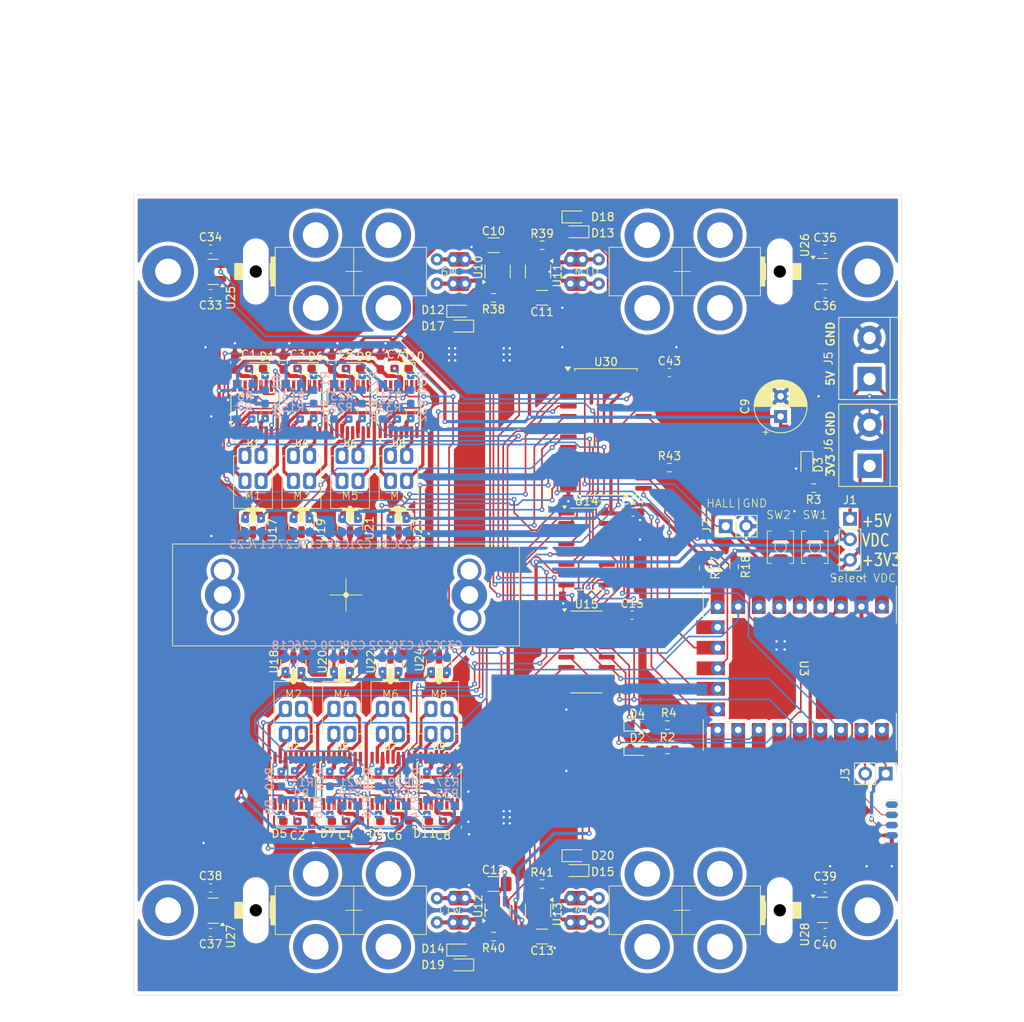
<source format=kicad_pcb>
(kicad_pcb (version 20240108) (generator "pcbnew") (generator_version "8.0")
  (layers (0 "F.Cu" signal) (31 "B.Cu" signal) (34 "B.Paste" user) (35 "F.Paste" user) (36 "B.SilkS" user "B.Silkscreen") (37 "F.SilkS" user "F.Silkscreen") (38 "B.Mask" user) (39 "F.Mask" user) (44 "Edge.Cuts" user))
  (net 0 "")
  (net 1 "VDC")
  (net 2 "/Motor_Control/HALL_0")
  (net 3 "/Motor_Control/HALL_1")
  (net 7 "/Motor_Control/HALL_2")
  (net 8 "/Motor_Control/HALL_3")
  (net 9 "/Motor_Control/HALL_4")
  (net 10 "/Motor_Control/HALL_5")
  (net 11 "GND")
  (net 12 "Net-(D1-A)")
  (net 13 "/Motor_Control/HALL_6")
  (net 14 "Net-(D2-A)")
  (net 15 "/Motor_Control/HALL_7")
  (net 16 "Net-(D3-A)")
  (net 17 "/Motor_Control/HALL_8")
  (net 18 "Net-(D4-A)")
  (net 19 "/Motor_Control/HALL_9")
  (net 20 "Net-(U1-OUT3)")
  (net 21 "Net-(U1-OUT1)")
  (net 22 "Net-(M1--)")
  (net 23 "Net-(U1-OUT4)")
  (net 24 "Net-(U2-OUT3)")
  (net 25 "Net-(U2-OUT4)")
  (net 26 "Net-(M2--)")
  (net 27 "Net-(U2-OUT1)")
  (net 28 "/Motor_Control/HALL_10")
  (net 29 "/Motor_Control/HALL_11")
  (net 30 "Net-(M3--)")
  (net 31 "Net-(U4-OUT1)")
  (net 32 "Net-(M4--)")
  (net 33 "Net-(U4-OUT3)")
  (net 34 "Net-(U4-OUT4)")
  (net 35 "+3V3")
  (net 36 "I2C_SDA")
  (net 37 "I2C_SCL")
  (net 38 "Net-(U1-ISEN34)")
  (net 39 "Net-(U2-ISEN34)")
  (net 40 "/Motor_Control/Braille_Cell_Column/~{FAULT}")
  (net 41 "Net-(U4-ISEN34)")
  (net 42 "Net-(U1-ISEN12)")
  (net 43 "Net-(U2-ISEN12)")
  (net 44 "Net-(D5-A)")
  (net 45 "Net-(U4-ISEN12)")
  (net 46 "/Motor_Control/Braille_Cell_Column1/~{FAULT}")
  (net 47 "Net-(D6-A)")
  (net 48 "/Motor_Control/Braille_Cell_Column2/~{FAULT}")
  (net 49 "Net-(D7-A)")
  (net 50 "/Motor_Control/Braille_Cell_Column3/~{FAULT}")
  (net 51 "Net-(D8-A)")
  (net 52 "/Motor_Control/Braille_Cell_Column4/~{FAULT}")
  (net 53 "/Motor_Control/Braille_Cell_Column5/~{FAULT}")
  (net 54 "Net-(D9-A)")
  (net 55 "Net-(D10-A)")
  (net 56 "/Motor_Control/Braille_Cell_Column6/~{FAULT}")
  (net 57 "Net-(D11-A)")
  (net 58 "/Motor_Control/Braille_Cell_Column7/~{FAULT}")
  (net 59 "/Motor_Control/Corner_DC_Motor/IN_B")
  (net 60 "Net-(D12-A)")
  (net 61 "Net-(D13-A)")
  (net 62 "/Motor_Control/Corner_DC_Motor1/IN_B")
  (net 63 "Net-(D14-A)")
  (net 64 "+5V")
  (net 65 "/Motor_Control/Corner_DC_Motor2/IN_B")
  (net 66 "Net-(D15-A)")
  (net 67 "/Motor_Control/Corner_DC_Motor3/IN_B")
  (net 68 "/Microcontroller/UART0_RX")
  (net 69 "/Microcontroller/UART0_TX")
  (net 72 "/Microcontroller/HALL_ANALOG")
  (net 73 "Net-(U5-OUT1)")
  (net 74 "Net-(U5-OUT4)")
  (net 75 "Net-(U5-OUT3)")
  (net 76 "Net-(M5--)")
  (net 77 "Net-(U6-OUT4)")
  (net 78 "Net-(U6-OUT1)")
  (net 79 "Net-(U6-OUT3)")
  (net 80 "Net-(M6--)")
  (net 81 "Net-(U7-OUT1)")
  (net 82 "Net-(U7-OUT3)")
  (net 83 "Net-(U7-OUT4)")
  (net 84 "Net-(U8-OUT4)")
  (net 85 "Net-(M7--)")
  (net 86 "Net-(U8-OUT3)")
  (net 87 "Net-(U8-OUT1)")
  (net 88 "Net-(U9-OUT1)")
  (net 89 "Net-(M8--)")
  (net 90 "Net-(U9-OUT4)")
  (net 91 "Net-(U9-OUT3)")
  (net 92 "Net-(M9--)")
  (net 94 "Net-(M9-+)")
  (net 98 "Net-(M10-+)")
  (net 99 "Net-(M10--)")
  (net 105 "Net-(M11-+)")
  (net 108 "Net-(M11--)")
  (net 110 "Net-(M12-+)")
  (net 113 "Net-(M12--)")
  (net 116 "/Microcontroller/GP_LED_0")
  (net 117 "/Microcontroller/GP_LED_1")
  (net 118 "Net-(U5-ISEN34)")
  (net 119 "Net-(U5-ISEN12)")
  (net 120 "Net-(U6-ISEN34)")
  (net 121 "Net-(U6-ISEN12)")
  (net 122 "Net-(U7-ISEN34)")
  (net 123 "Net-(U7-ISEN12)")
  (net 124 "Net-(U8-ISEN34)")
  (net 125 "Net-(U8-ISEN12)")
  (net 126 "Net-(U9-ISEN34)")
  (net 127 "Net-(U9-ISEN12)")
  (net 128 "/Motor_Control/Corner_DC_Motor/IN_A")
  (net 129 "/Motor_Control/Corner_DC_Motor1/IN_A")
  (net 130 "/Motor_Control/Corner_DC_Motor2/IN_A")
  (net 131 "/Motor_Control/Corner_DC_Motor3/IN_A")
  (net 132 "Net-(U30-~{E})")
  (net 133 "/Microcontroller/SW_1")
  (net 134 "/Microcontroller/SW_2")
  (net 139 "/Motor_Control/Braille_Cell_Column/~{SLEEP}")
  (net 144 "/Motor_Control/Braille_Cell_Column1/~{SLEEP}")
  (net 145 "/Microcontroller/~{SHIFT_OE}")
  (net 146 "/Microcontroller/HALL_S2")
  (net 147 "/Microcontroller/HALL_S1")
  (net 148 "/Microcontroller/HALL_S0")
  (net 149 "/Microcontroller/SHIFT_RCLK")
  (net 151 "/Microcontroller/SHIFT_SER_IN")
  (net 152 "/Microcontroller/HALL_S3")
  (net 153 "/Microcontroller/SHIFT_SRCK")
  (net 154 "/Microcontroller/~{SHIFT_SRCLR}")
  (net 158 "/Motor_Control/Braille_Cell_Column2/~{SLEEP}")
  (net 163 "/Motor_Control/Braille_Cell_Column3/~{SLEEP}")
  (net 171 "/Motor_Control/Braille_Cell_Column4/~{SLEEP}")
  (net 177 "/Motor_Control/Braille_Cell_Column5/~{SLEEP}")
  (net 182 "/Motor_Control/Braille_Cell_Column6/~{SLEEP}")
  (net 185 "/Motor_Control/Braille_Cell_Column7/~{SLEEP}")
  (net 188 "Net-(U14-QH')")
  (footprint "LED_SMD:LED_0603_1608Metric_Pad1.05x0.95mm_HandSolder" (layer "F.Cu") (at 124.375 91.75 180)
    (property "Reference" "D17")
    (property "Value" "LED")
  )
  (footprint "Capacitor_SMD:C_1206_3216Metric_Pad1.33x1.80mm_HandSolder" (layer "F.Cu") (at 134.5 167.25)
    (property "Reference" "C13")
    (property "Value" "10u")
  )
  (footprint "00-lib-footprints:DC_Motor_6mm_OD_with_3_Stage_Gearbox" (layer "F.Cu") (at 161.5 164)
    (property "Reference" "M12")
    (property "Value" "Motor_DC_With_MP")
  )
  (footprint "00-lib-footprints:MountingHole_3.2mm_M3_Pad_NoSilk" (layer "F.Cu") (at 174.75 164 180)
    (property "Reference" "H8" (hide yes))
    (property "Value" "MountingHole_Pad")
  )
  (footprint "Capacitor_SMD:C_1206_3216Metric_Pad1.33x1.80mm_HandSolder" (layer "F.Cu") (at 128.5 160.75 180)
    (property "Reference" "C12")
    (property "Value" "10u")
  )
  (footprint "Capacitor_SMD:C_0603_1608Metric_Pad1.08x0.95mm_HandSolder" (layer "F.Cu") (at 106 153.75 -90)
    (property "Reference" "C2")
    (property "Value" "100n")
  )
  (footprint "Package_SO:TSSOP-16_4.4x5mm_P0.65mm" (layer "F.Cu") (at 110.75 102 90)
    (property "Reference" "U6")
    (property "Value" "DRV8847SPWR")
  )
  (footprint "LED_SMD:LED_0603_1608Metric_Pad1.05x0.95mm_HandSolder" (layer "F.Cu") (at 138.625 157.25)
    (property "Reference" "D20")
    (property "Value" "LED")
  )
  (footprint "00-lib-footprints:SOICbite_clipProgSmall" (layer "F.Cu") (at 178.5 152.835 90)
    (property "Reference" "J4")
    (property "Value" "Conn_01x08")
  )
  (footprint "00-lib-footprints:MountingHole_3.2mm_M3_Pad_NoSilk" (layer "F.Cu") (at 174.75 85 180)
    (property "Reference" "H6" (hide yes))
    (property "Value" "MountingHole_Pad")
  )
  (footprint "Resistor_SMD:R_0603_1608Metric_Pad0.98x0.95mm_HandSolder" (layer "F.Cu") (at 154.5 121.6625 -90)
    (property "Reference" "R17")
    (property "Value" "5k1")
  )
  (footprint "Package_SO:SOIC-24W_7.5x15.4mm_P1.27mm" (layer "F.Cu") (at 142.4 104.825)
    (property "Reference" "U30")
    (property "Value" "CD74HC4067M")
  )
  (footprint "Package_SO:TSSOP-16_4.4x5mm_P0.65mm" (layer "F.Cu") (at 109.75 148 -90)
    (property "Reference" "U5")
    (property "Value" "DRV8847SPWR")
  )
  (footprint "Connector_PinHeader_2.54mm:PinHeader_1x02_P2.54mm_Vertical" (layer "F.Cu") (at 177 147.105 -90)
    (property "Reference" "J3")
    (property "Value" "Conn_01x02")
  )
  (footprint "Package_TO_SOT_SMD:SOT-23-6" (layer "F.Cu") (at 134 164 -90)
    (property "Reference" "U13")
    (property "Value" "AD116")
  )
  (footprint "00-lib-footprints:DC_Motor_6mm_OD_with_3_Stage_Gearbox" (layer "F.Cu") (at 101.5 164 180)
    (property "Reference" "M11")
    (property "Value" "Motor_DC_With_MP")
  )
  (footprint "LED_SMD:LED_0603_1608Metric_Pad1.05x0.95mm_HandSolder" (layer "F.Cu") (at 117.125 97 180)
    (property "Reference" "D10")
    (property "Value" "LED")
  )
  (footprint "Capacitor_SMD:C_0603_1608Metric_Pad1.08x0.95mm_HandSolder" (layer "F.Cu") (at 96.5 96.25 90)
    (property "Reference" "C1")
    (property "Value" "100n")
  )
  (footprint "00-lib-footprints:MountingHole_3.2mm_M3_Pad_NoSilk" (layer "F.Cu") (at 88.25 164)
    (property "Reference" "H7" (hide yes))
    (property "Value" "MountingHole_Pad")
  )
  (footprint "00-lib-footprints:MicroStepper_4.7_OD" (layer "F.Cu") (at 98.75 114.7 180)
    (property "Reference" "M1")
    (property "Value" "Stepper_Motor_bipolar")
  )
  (footprint "00-lib-footprints:SOT-23-Hall" (layer "F.Cu") (at 121.75 133.7 90)
    (property "Reference" "U24")
    (property "Value" "MT910xET")
  )
  (footprint "Capacitor_SMD:C_0603_1608Metric_Pad1.08x0.95mm_HandSolder" (layer "F.Cu") (at 118 153.75 -90)
    (property "Reference" "C6")
    (property "Value" "100n")
  )
  (footprint "00-lib-footprints:SOT-23-Hall" (layer "F.Cu") (at 109.75 133.7 90)
    (property "Reference" "U20")
    (property "Value" "MT910xET")
  )
  (footprint "Capacitor_SMD:C_0603_1608Metric_Pad1.08x0.95mm_HandSolder" (layer "F.Cu") (at 93.5 161.25 180)
    (property "Reference" "C38")
    (property "Value" "4.7n")
  )
  (footprint "Package_SO:TSSOP-16_4.4x5mm_P0.65mm" (layer "F.Cu") (at 115.75 148 -90)
    (property "Reference" "U7")
    (property "Value" "DRV8847SPWR")
  )
  (footprint "LED_SMD:LED_0603_1608Metric_Pad1.05x0.95mm_HandSolder" (layer "F.Cu") (at 111.125 97 180)
    (property "Reference" "D8")
    (property "Value" "LED")
  )
  (footprint "Resistor_SMD:R_0603_1608Metric_Pad0.98x0.95mm_HandSolder" (layer "F.Cu") (at 150 141.105 180)
    (property "Reference" "R4")
    (property "Value" "5k1")
  )
  (footprint "LED_SMD:LED_0603_1608Metric_Pad1.05x0.95mm_HandSolder" (layer "F.Cu") (at 121.375 153)
    (property "Reference" "D11")
    (property "Value" "LED")
  )
  (footprint "LED_SMD:LED_0603_1608Metric_Pad1.05x0.95mm_HandSolder" (layer "F.Cu") (at 138.625 78.25)
    (property "Reference" "D18")
    (property "Value" "LED")
  )
  (footprint "Package_SO:TSSOP-16_4.4x5mm_P0.65mm" (layer "F.Cu") (at 116.75 102 90)
    (property "Reference" "U8")
    (property "Value" "DRV8847SPWR")
  )
  (footprint "Capacitor_SMD:C_0603_1608Metric_Pad1.08x0.95mm_HandSolder" (layer "F.Cu") (at 93.5 166.75 180)
    (property "Reference" "C37")
    (property "Value" "100n")
  )
  (footprint "LED_SMD:LED_0603_1608Metric_Pad1.05x0.95mm_HandSolder" (layer "F.Cu") (at 105.125 97 180)
    (property "Reference" "D6")
    (property "Value" "LED")
  )
  (footprint "LED_SMD:LED_0603_1608Metric_Pad1.05x0.95mm_HandSolder" (layer "F.Cu") (at 99.125 97 180)
    (property "Reference" "D1")
    (property "Value" "LED")
  )
  (footprint "LED_SMD:LED_0603_1608Metric_Pad1.05x0.95mm_HandSolder" (layer "F.Cu") (at 124.375 168.91)
    (property "Reference" "D14")
    (property "Value" "LED")
  )
  (footprint "Resistor_SMD:R_0603_1608Metric_Pad0.98x0.95mm_HandSolder" (layer "F.Cu") (at 128.5 88.25 180)
    (property "Reference" "R38")
    (property "Value" "5k1")
  )
  (footprint "00-lib-footprints:SOT-23-Hall" (layer "F.Cu") (at 110.75 116.3 -90)
    (property "Reference" "U21")
    (property "Value" "MT910xET")
  )
  (footprint "Capacitor_SMD:C_0603_1608Metric_Pad1.08x0.95mm_HandSolder" (layer "F.Cu") (at 112 153.75 -90)
    (property "Reference" "C4")
    (property "Value" "100n")
  )
  (footprint "Package_SO:TSSOP-16_4.4x5mm_P0.65mm" (layer "F.Cu") (at 98.75 102 90)
    (property "Reference" "U1")
    (property "Value" "DRV8847SPWR")
  )
  (footprint "Package_SO:SOP-16_3.9x9.9mm_P1.27mm" (layer "F.Cu") (at 140 119.325)
    (property "Reference" "U14")
    (property "Value" "74HC595")
  )
  (footprint "LED_SMD:LED_0603_1608Metric_Pad1.05x0.95mm_HandSolder" (layer "F.Cu") (at 124.375 89.91)
    (property "Reference" "D12")
    (property "Value" "LED")
  )
  (footprint "Resistor_SMD:R_0603_1608Metric_Pad0.98x0.95mm_HandSolder" (layer "F.Cu") (at 128.5 167.25 180)
    (property "Reference" "R40")
    (property "Value" "5k1")
  )
  (footprint "Capacitor_SMD:C_0603_1608Metric_Pad1.08x0.95mm_HandSolder" (layer "F.Cu") (at 108.5 96.25 90)
    (property "Reference" "C5")
    (property "Value" "100n")
  )
  (footprint "Capacitor_SMD:C_0603_1608Metric_Pad1.08x0.95mm_HandSolder" (layer "F.Cu") (at 150.25 97.5)
    (property "Reference" "C43")
    (property "Value" "100n")
  )
  (footprint "LED_SMD:LED_0603_1608Metric_Pad1.05x0.95mm_HandSolder" (layer "F.Cu") (at 124.375 170.75 180)
    (property "Reference" "D19")
    (property "Value" "LED")
  )
  (footprint "Package_SO:TSSOP-16_4.4x5mm_P0.65mm" (layer "F.Cu") (at 121.75 148 -90)
    (property "Reference" "U9")
    (property "Value" "DRV8847SPWR")
  )
  (footprint "00-lib-footprints:DC_Motor_6mm_OD_with_3_Stage_Gearbox" (layer "F.Cu") (at 101.5 85 180)
    (property "Reference" "M9")
    (property "Value" "Motor_DC_With_MP")
  )
  (footprint "Package_SO:TSSOP-16_4.4x5mm_P0.65mm" (layer "F.Cu") (at 103.75 148 -90)
    (property "Reference" "U2")
    (property "Value" "DRV8847SPWR")
  )
  (footprint "00-lib-footprints:SOT-23-Hall" (layer "F.Cu") (at 93.8125 164.05 180)
    (property "Reference" "U27")
    (property "Value" "MT910xET")
  )
  (footprint "00-lib-footprints:SOT-23-Hall" (layer "F.Cu") (at 98.75 116.3 -90)
    (property "Reference" "U17")
    (property "Value" "MT910xET")
  )
  (footprint "TerminalBlock:TerminalBlock_bornier-2_P5.08mm" (layer "F.Cu") (at 175 109.04 90)
    (property "Reference" "J6")
    (property "Value" "Screw_Terminal_01x02")
  )
  (footprint "Capacitor_SMD:C_0603_1608Metric_Pad1.08x0.95mm_HandSolder" (layer "F.Cu") (at 93.5 82.25 180)
    (property "Reference" "C34")
    (property "Value" "4.7n")
  )
  (footprint "Package_SO:TSSOP-16_4.4x5mm_P0.65mm" (layer "F.Cu") (at 104.75 102 90)
    (property "Reference" "U4")
    (property "Value" "DRV8847SPWR")
  )
  (footprint "Resistor_SMD:R_0603_1608Metric_Pad0.98x0.95mm_HandSolder" (layer "F.Cu") (at 158.25 121.5 -90)
    (property "Reference" "R18")
    (property "Value" "5k1")
  )
  (footprint "Capacitor_SMD:C_0603_1608Metric_Pad1.08x0.95mm_HandSolder" (layer "F.Cu") (at 169.5 166.75)
    (property "Reference" "C40")
    (property "Value" "4.7n")
  )
  (footprint "TerminalBlock:TerminalBlock_bornier-2_P5.08mm" (layer "F.Cu") (at 175 98.29 90)
    (property "Reference" "J5")
    (property "Value" "Screw_Terminal_01x02")
  )
  (footprint "LED_SMD:LED_0603_1608Metric_Pad1.05x0.95mm_HandSolder" (layer "F.Cu") (at 138.625 80.09 180)
    (property "Reference" "D13")
    (property "Value" "LED")
  )
  (footprint "00-lib-footprints:MountingHole_3.2mm_M3_Pad_NoSilk" (layer "F.Cu") (at 88.25 85)
    (property "Reference" "H5" (hide yes))
    (property "Value" "MountingHole_Pad")
  )
  (footprint "LED_SMD:LED_0603_1608Metric_Pad1.05x0.95mm_HandSolder" (layer "F.Cu") (at 103.375 153)
    (property "Reference" "D5")
    (property "Value" "LED")
  )
  (footprint "Resistor_SMD:R_0603_1608Metric_Pad0.98x0.95mm_HandSolder" (layer "F.Cu") (at 150 144.105 180)
    (property "Reference" "R2")
    (property "Value" "5k1")
  )
  (footprint "Resistor_SMD:R_0603_1608Metric_Pad0.98x0.95mm_HandSolder" (layer "F.Cu") (at 134.5 81.75)
    (property "Reference" "R39")
    (property "Value" "5k1")
  )
  (footprint "LED_SMD:LED_0603_1608Metric_Pad1.05x0.95mm_HandSolder" (layer "F.Cu") (at 115.375 153)
    (property "Reference" "D9")
    (property "Value" "LED")
  )
  (footprint "00-lib-footprints:DC_Motor_6mm_OD_with_3_Stage_Gearbox" (layer "F.Cu") (at 161.5 85)
    (property "Reference" "M10")
    (property "Value" "Motor_DC_With_MP")
  )
  (footprint "Capacitor_SMD:C_0603_1608Metric_Pad1.08x0.95mm_HandSolder" (layer "F.Cu") (at 145.6375 127.5)
    (property "Reference" "C15")
    (property "Value" "100n")
  )
  (footprint "00-lib-footprints:SOT-23-Hall" (layer "F.Cu") (at 93.8125 85.05 180)
    (property "Reference" "U25")
    (property "Value" "MT910xET")
  )
  (footprint "00-lib-footprints:MicroStepper_4.7_OD" (layer "F.Cu") (at 115.75 135.3)
    (property "Reference" "M6")
    (property "Value" "Stepper_Motor_bipolar")
  )
  (footprint "00-lib-footprints:RP2040 Zero" (layer "F.Cu") (at 153.547 123.91 -90)
    (property "Reference" "U3")
    (property "Value" "RP2040-Zero")
  )
  (footprint "Capacitor_SMD:C_0603_1608Metric_Pad1.08x0.95mm_HandSolder" (layer "F.Cu") (at 169.5 87.75)
    (property "Reference" "C36")
    (property "Value" "4.7n")
  )
  (footprint "00-lib-footprints:SOT-23-Hall" (layer "F.Cu") (at 104.75 116.3 -90)
    (property "Reference" "U19")
    (property "Value" "MT910xET")
  )
  (footprint "Capacitor_SMD:C_0603_1608Metric_Pad1.08x0.95mm_HandSolder" (layer "F.Cu") (at 114.5 96.25 90)
    (property "Reference" "C7")
    (property "Value" "100n")
  )
  (footprint "Capacitor_SMD:C_0603_1608Metric_Pad1.08x0.95mm_HandSolder" (layer "F.Cu") (at 169.5 161.25)
    (property "Reference" "C39")
    (property "Value" "100n")
  )
  (footprint "00-lib-footprints:SOT-23-Hall" (layer "F.Cu") (at 103.75 133.7 90)
    (property "Reference" "U18")
    (property "Value" "MT910xET")
  )
  (footprint "Capacitor_SMD:C_0603_1608Metric_Pad1.08x0.95mm_HandSolder" (layer "F.Cu") (at 169.5 82.25)
    (property "Reference" "C35")
    (property "Value" "100n")
  )
  (footprint "Package_TO_SOT_SMD:SOT-23-6" (layer "F.Cu") (at 129 85 90)
    (property "Reference" "U10")
    (property "Value" "AD116")
  )
  (footprint "Capacitor_SMD:C_0603_1608Metric_Pad1.08x0.95mm_HandSolder" (layer "F.Cu") (at 124 153.75 -90)
    (property "Reference" "C8")
    (property "Value" "100n")
  )
  (footprint "00-lib-footprints:SOT-23-Hall" (layer "F.Cu") (at 115.75 133.7 90)
    (property "Reference" "U22")
    (property "Value" "MT910xET")
  )
  (footprint "Package_TO_SOT_SMD:SOT-23-6" (layer "F.Cu") (at 129 164 90)
    (property "Reference" "U12")
    (property "Value" "AD116")
  )
  (footprint "Capacitor_THT:CP_Radial_D6.3mm_P2.50mm" (layer "F.Cu") (at 164 102.9324 90)
    (property "Reference" "C9")
    (property "Value" "10u")
  )
  (footprint "00-lib-footprints:MicroStepper_4.7_OD" (layer "F.Cu") (at 104.75 114.7 180)
    (property "Reference" "M3")
    (property "Value" "Stepper_Motor_bipolar")
  )
  (footprint "LED_SMD:LED_0603_1608Metric_Pad1.05x0.95mm_HandSolder" (layer "F.Cu") (at 167.25 108.9125 -90)
    (property "Reference" "D3")
    (property "Value" "LED")
  )
  (footprint "LED_SMD:LED_0603_1608Metric_Pad1.05x0.95mm_HandSolder" (layer "F.Cu") (at 109.375 153)
    (property "Reference" "D7")
    (property "Value" "LED")
  )
  (footprint "00-lib-footprints:SOT-23-Hall" (layer "F.Cu") (at 116.75 116.3 -90)
    (property "Reference" "U23")
    (property "Value" "MT910xET")
  )
  (footprint "00-lib-footprints:SOT-23-Hall" (layer "F.Cu") (at 169.1875 163.95)
    (property "Reference" "U28")
    (property "Value" "MT910xET")
  )
  (footprint "LED_SMD:LED_0603_1608Metric_Pad1.05x0.95mm_HandSolder" (layer "F.Cu") (at 146.2875 144.105)
    (property "Reference" "D2")
    (property "Value" "LED")
  )
  (footprint "Resistor_SMD:R_0603_1608Metric_Pad0.98x0.95mm_HandSolder" (layer "F.Cu") (at 134.5 160.75)
    (property "Reference" "R41")
    (property "Value" "5k1")
  )
  (footprint "Capacitor_SMD:C_1206_3216Metric_Pad1.33x1.80mm_HandSolder" (layer "F.Cu") (at 128.5 81.75 180)
    (property "Reference" "C10")
    (property "Value" "10u")
  )
  (footprint "Capacitor_SMD:C_0603_1608Metric_Pad1.08x0.95mm_HandSolder" (layer "F.Cu") (at 93.5 87.75 180)
    (property "Reference" "C33")
    (property "Value" "100n")
  )
  (footprint "00-lib-footprints:MicroStepper_4.7_OD" (layer "F.Cu") (at 109.75 135.3)
    (property "Reference" "M4")
    (property "Value" "Stepper_Motor_bipolar")
  )
  (footprint "00-lib-footprints:MicroStepper_4.7_OD" (layer "F.Cu") (at 121.75 135.3)
    (property "Reference" "M8")
    (property "Value" "Stepper_Motor_bipolar")
  )
  (footprint "LED_SMD:LED_0603_1608Metric_Pad1.05x0.95mm_HandSolder" (layer "F.Cu") (at 146.2875 141.105)
    (property "Reference" "D4")
    (property "Value" "LED")
  )
  (footprint "00-lib-footprints:SOT-23-Hall" (layer "F.Cu") (at 169.1875 84.95)
    (property "Reference" "U26")
    (property "Value" "MT910xET")
  )
  (footprint "Connector_PinHeader_2.54mm:PinHeader_1x03_P2.54mm_Vertical" (layer "F.Cu") (at 172.5875 115.585)
    (property "Reference" "J1")
    (property "Value" "Conn_01x03")
  )
  (footprint "Capacitor_SMD:C_0603_1608Metric_Pad1.08x0.95mm_HandSolder" (layer "F.Cu") (at 145.75 114.75)
    (property "Reference" "C14")
    (property "Value" "100n")
  )
  (footprint "Capacitor_SMD:C_0603_1608Metric_Pad1.08x0.95mm_HandSolder" (layer "F.Cu") (at 102.5 96.25 90)
    (property "Reference" "C3")
    (property "Value" "100n")
  )
  (footprint "Capacitor_SMD:C_1206_3216Metric_Pad1.33x1.80mm_HandSolder" (layer "F.Cu") (at 134.5 88.25)
    (property "Reference" "C11")
    (property "Value" "10u")
  )
  (footprint "Package_SO:SOP-16_3.9x9.9mm_P1.27mm" (layer "F.Cu") (at 140 132.055)
    (property "Reference" "U15")
    (property "Value" "74HC595")
  )
  (footprint "LED_SMD:LED_0603_1608Metric_Pad1.05x0.95mm_HandSolder" (layer "F.Cu") (at 138.625 159.09 180)
    (property "Reference" "D15")
    (property "Value" "LED")
  )
  (footprint "00-lib-footprints:Braille_Block_MountingHoles_M2_3x" (layer "F.Cu") (at 125.5 125)
    (property "Reference" "H2" (hide yes))
    (property "Value" "MountingHole_Pad")
  )
  (footprint "00-lib-footprints:PushButtonSMD_2.93x3.9" (layer "F.Cu") (at 168.25 119.105 -90)
    (property "Reference" "SW1")
    (property "Value" "SW_Push")
  )
  (footprint "00-lib-footprints:PushButtonSMD_2.93x3.9" (layer "F.Cu") (at 164 119.105 -90)
    (property "Reference" "SW2")
    (property "Value" "SW_Push")
  )
  (footprint "00-lib-footprints:MicroStepper_4.7_OD" (layer "F.Cu") (at 103.75 135.3)
    (property "Reference" "M2")
    (property "Value" "Stepper_Motor_bipolar")
  )
  (footprint "00-lib-footprints:MicroStepper_4.7_OD" (layer "F.Cu") (at 110.75 114.7 180)
    (property "Reference" "M5")
    (property "Value" "Stepper_Motor_bipolar")
  )
  (footprint "00-lib-footprints:Braille_Block_MountingHoles_M2_3x" (layer "F.Cu") (at 95 125)
    (property "Reference" "H1" (hide yes))
    (property "Value" "MountingHole_Pad")
  )
  (footprint "Resistor_SMD:R_0603_1608Metric_Pad0.98x0.95mm_HandSolder" (layer "F.Cu") (at 150.25 109.25)
    (property "Reference" "R43")
    (property "Value" "5k1")
  )
  (footprint "Resistor_SMD:R_0603_1608Metric_Pad0.98x0.95mm_HandSolder" (layer "F.Cu") (at 168.0875 111.7875 180)
    (property "Reference" "R3")
    (property "Value" "5k1")
  )
  (footprint "Package_TO_SOT_SMD:SOT-23-6" (layer "F.Cu") (at 134 85 -90)
    (property "Reference" "U11")
    (property "Value" "AD116")
  )
  (footprint "00-lib-footprints:MicroStepper_4.7_OD" (layer "F.Cu") (at 116.75 114.7 180)
    (property "Reference" "M7")
    (property "Value" "Stepper_Motor_bipolar")
  )
  (footprint "Connector_PinHeader_2.54mm:PinHeader_1x02_P2.54mm_Vertical" (layer "F.Cu") (at 157.21 116.5 90)
    (property "Reference" "J7")
    (property "Value" "Conn_01x02")
  )
  (footprint "Resistor_SMD:R_0603_1608Metric_Pad0.98x0.95mm_HandSolder" (layer "B.Cu") (at 108.25 147.75 -90)
    (property "Reference" "R20")
    (property "Value" "330m")
  )
  (footprint "Resistor_SMD:R_0603_1608Metric_Pad0.98x0.95mm_HandSolder" (layer "B.Cu") (at 116.75 151 180)
    (property "Reference" "R27")
    (property "Value" "2k1")
  )
  (footprint "Resistor_SMD:R_0603_1608Metric_Pad0.98x0.95mm_HandSolder" (layer "B.Cu") (at 104.8375 146.75)
    (property "Reference" "R11")
    (property "Value" "330m")
  )
  (footprint "Resistor_SMD:R_0603_1608Metric_Pad0.98x0.95mm_HandSolder" (layer "B.Cu") (at 112.25 102.25 90)
    (property "Reference" "R24")
    (property "Value" "330m")
  )
  (footprint "Resistor_SMD:R_0603_1608Metric_Pad0.98x0.95mm_HandSolder" (layer "B.Cu") (at 103.75 99)
    (property "Reference" "R13")
    (property "Value" "2k1")
  )
  (footprint "Resistor_SMD:R_0603_1608Metric_Pad0.98x0.95mm_HandSolder" (layer "B.Cu") (at 118.25 98.75 90)
    (property "Reference" "R30")
    (property "Value" "5k1")
  )
  (footprint "Resistor_SMD:R_0603_1608Metric_Pad0.98x0.95mm_HandSolder" (layer "B.Cu") (at 108.25 151.25 -90)
    (property "Reference" "R16")
    (property "Value" "5k1")
  )
  (footprint "Resistor_SMD:R_0603_1608Metric_Pad0.98x0.95mm_HandSolder" (layer "B.Cu") (at 118.25 102.25 90)
    (property "Reference" "R32")
    (property "Value" "330m")
  )
  (footprint "Resistor_SMD:R_0603_1608Metric_Pad0.98x0.95mm_HandSolder" (layer "B.Cu") (at 122.75 151 180)
    (property "Reference" "R35")
    (property "Value" "2k1")
  )
  (footprint "Resistor_SMD:R_0603_1608Metric_Pad0.98x0.95mm_HandSolder" (layer "B.Cu") (at 114.25 147.75 -90)
    (property "Reference" "R28")
    (property "Value" "330m")
  )
  (footprint "Capacitor_SMD:C_0603_1608Metric_Pad1.08x0.95mm_HandSolder" (layer "B.Cu") (at 110.75 133.6125 90)
    (property "Reference" "C28")
    (property "Value" "4.7n")
  )
  (footprint "Capacitor_SMD:C_0603_1608Metric_Pad1.08x0.95mm_HandSolder" (layer "B.Cu") (at 116.75 133.6125 90)
    (property "Reference" "C30")
    (property "Value" "4.7n")
  )
  (footprint "Capacitor_SMD:C_0603_1608Metric_Pad1.08x0.95mm_HandSolder" (layer "B.Cu") (at 111.75 116.3875 -90)
    (property "Reference" "C21")
    (property "Value" "100n")
  )
  (footprint "Resistor_SMD:R_0603_1608Metric_Pad0.98x0.95mm_HandSolder" (layer "B.Cu") (at 115.75 99)
    (property "Reference" "R31")
    (property "Value" "2k1")
  )
  (footprint "Capacitor_SMD:C_0603_1608Metric_Pad1.08x0.95mm_HandSolder" (layer "B.Cu") (at 103.75 116.3875 -90)
    (property "Reference" "C27")
    (property "Value" "4.7n")
  )
  (footprint "Resistor_SMD:R_0603_1608Metric_Pad0.98x0.95mm_HandSolder" (layer "B.Cu") (at 106.25 102.25 90)
    (property "Reference" "R14")
    (property "Value" "330m")
  )
  (footprint "Resistor_SMD:R_0603_1608Metric_Pad0.98x0.95mm_HandSolder" (layer "B.Cu") (at 100.25 98.75 90)
    (property "Reference" "R1")
    (property "Value" "5k1")
  )
  (footprint "Capacitor_SMD:C_0603_1608Metric_Pad1.08x0.95mm_HandSolder" (layer "B.Cu") (at 115.75 116.3875 -90)
    (property "Reference" "C31")
    (property "Value" "4.7n")
  )
  (footprint "Capacitor_SMD:C_0603_1608Metric_Pad1.08x0.95mm_HandSolder" (layer "B.Cu") (at 114.75 133.6125 90)
    (property "Reference" "C22")
    (property "Value" "100n")
  )
  (footprint "Resistor_SMD:R_0603_1608Metric_Pad0.98x0.95mm_HandSolder" (layer "B.Cu") (at 103.6625 103.25 180)
    (property "Reference" "R15")
    (property "Value" "330m")
  )
  (footprint "Capacitor_SMD:C_0603_1608Metric_Pad1.08x0.95mm_HandSolder" (layer "B.Cu") (at 109.75 116.3875 -90)
    (property "Reference" "C29")
    (property "Value" "4.7n")
  )
  (footprint "Resistor_SMD:R_0603_1608Metric_Pad0.98x0.95mm_HandSolder" (layer "B.Cu") (at 112.25 98.75 90)
    (property "Reference" "R22")
    (property "Value" "5k1")
  )
  (footprint "Resistor_SMD:R_0603_1608Metric_Pad0.98x0.95mm_HandSolder" (layer "B.Cu") (at 122.8375 146.75)
    (property "Reference" "R37")
    (property "Value" "330m")
  )
  (footprint "Capacitor_SMD:C_0603_1608Metric_Pad1.08x0.95mm_HandSolder" (layer "B.Cu") (at 120.75 133.6125 90)
    (property "Reference" "C24")
    (property "Value" "100n")
  )
  (footprint "Resistor_SMD:R_0603_1608Metric_Pad0.98x0.95mm_HandSolder" (layer "B.Cu") (at 120.25 147.75 -90)
    (property "Reference" "R36")
    (property "Value" "330m")
  )
  (footprint "Capacitor_SMD:C_0603_1608Metric_Pad1.08x0.95mm_HandSolder" (layer "B.Cu") (at 97.75 116.3875 -90)
    (property "Reference" "C25")
    (property "Value" "4.7n")
  )
  (footprint "Resistor_SMD:R_0603_1608Metric_Pad0.98x0.95mm_HandSolder" (layer "B.Cu") (at 116.8375 146.75)
    (property "Reference" "R29")
    (property "Value" "330m")
  )
  (footprint "Resistor_SMD:R_0603_1608Metric_Pad0.98x0.95mm_HandSolder" (layer "B.Cu") (at 97.75 99)
    (property "Reference" "R5")
    (property "Value" "2k1")
  )
  (footprint "Capacitor_SMD:C_0603_1608Metric_Pad1.08x0.95mm_HandSolder" (layer "B.Cu") (at 105.75 116.3875 -90)
    (property "Reference" "C19")
    (property "Value" "100n")
  )
  (footprint "Resistor_SMD:R_0603_1608Metric_Pad0.98x0.95mm_HandSolder" (layer "B.Cu") (at 97.6625 103.25 180)
    (property "Reference" "R7")
    (property "Value" "330m")
  )
  (footprint "Capacitor_SMD:C_0603_1608Metric_Pad1.08x0.95mm_HandSolder" (layer "B.Cu") (at 108.75 133.6125 90)
    (property "Reference" "C20")
    (property "Value" "100n")
  )
  (footprint "Resistor_SMD:R_0603_1608Metric_Pad0.98x0.95mm_HandSolder" (layer "B.Cu") (at 110.8375 146.75)
    (property "Reference" "R21")
    (property "Value" "330m")
  )
  (footprint "Capacitor_SMD:C_0603_1608Metric_Pad1.08x0.95mm_HandSolder" (layer "B.Cu") (at 122.75 133.6125 90)
    (property "Reference" "C32")
    (property "Value" "4.7n")
  )
  (footprint "Resistor_SMD:R_0603_1608Metric_Pad0.98x0.95mm_HandSolder" (layer "B.Cu") (at 106.25 98.75 90)
    (property "Reference" "R12")
    (property "Value" "5k1")
  )
  (footprint "Resistor_SMD:R_0603_1608Metric_Pad0.98x0.95mm_HandSolder" (layer "B.Cu") (at 102.25 147.75 -90)
    (property "Reference" "R10")
    (property "Value" "330m")
  )
  (footprint "Capacitor_SMD:C_0603_1608Metric_Pad1.08x0.95mm_HandSolder" (layer "B.Cu") (at 117.75 116.3875 -90)
    (property "Reference" "C23")
    (property "Value" "100n")
  )
  (footprint "Resistor_SMD:R_0603_1608Metric_Pad0.98x0.95mm_HandSolder" (layer "B.Cu") (at 110.75 151 180)
    (property "Reference" "R19")
    (property "Value" "2k1")
  )
  (footprint "Capacitor_SMD:C_0603_1608Metric_Pad1.08x0.95mm_HandSolder" (layer "B.Cu") (at 99.75 116.3875 -90)
    (property "Reference" "C17")
    (property "Value" "100n")
  )
  (footprint "Resistor_SMD:R_0603_1608Metric_Pad0.98x0.95mm_HandSolder" (layer "B.Cu") (at 114.25 151.25 -90)
    (property "Reference" "R26")
    (property "Value" "5k1")
  )
  (footprint "Resistor_SMD:R_0603_1608Metric_Pad0.98x0.95mm_HandSolder" (layer "B.Cu") (at 104.75 151 180)
    (property "Reference" "R9")
    (property "Value" "2k1")
  )
  (footprint "Resistor_SMD:R_0603_1608Metric_Pad0.98x0.95mm_HandSolder" (layer "B.Cu") (at 109.75 99)
    (property "Reference" "R23")
    (property "Value" "2k1")
  )
  (footprint "Resistor_SMD:R_0603_1608Metric_Pad0.98x0.95mm_HandSolder" (layer "B.Cu") (at 102.25 151.25 -90)
    (property "Reference" "R8")
    (property "Value" "5k1")
  )
  (footprint "Resistor_SMD:R_0603_1608Metric_Pad0.98x0.95mm_HandSolder" (layer "B.Cu") (at 109.6625 103.25 180)
    (property "Reference" "R25")
    (property "Value" "330m")
  )
  (footprint "Resistor_SMD:R_0603_1608Metric_Pad0.98x0.95mm_HandSolder" (layer "B.Cu") (at 100.25 102.25 90)
    (property "Reference" "R6")
    (property "Value" "330m")
  )
  (footprint "Capacitor_SMD:C_0603_1608Metric_Pad1.08x0.95mm_HandSolder" (layer "B.Cu") (at 104.75 133.6125 90)
    (property "Reference" "C26")
    (property "Value" "4.7n")
  )
  (footprint "Resistor_SMD:R_0603_1608Metric_Pad0.98x0.95mm_HandSolder" (layer "B.Cu") (at 115.6625 103.25 180)
    (property "Reference" "R33")
    (property "Value" "330m")
  )
  (footprint "Capacitor_SMD:C_0603_1608Metric_Pad1.08x0.95mm_HandSolder" (layer "B.Cu") (at 102.75 133.6125 90)
    (property "Reference" "C18")
    (property "Value" "100n")
  )
  (footprint "Resistor_SMD:R_0603_1608Metric_Pad0.98x0.95mm_HandSolder" (layer "B.Cu") (at 120.25 151.25 -90)
    (property "Reference" "R34")
    (property "Value" "5k1")
  )
  (gr_rect (start 88.8 118.7) (end 131.7 131.3) (stroke (width 0.1)) (fill none) (layer "F.SilkS"))
  (gr_line (start 108.25 125) (end 112.25 125) (stroke (width 0.1)) (layer "F.SilkS"))
  (gr_circle (center 110.25 125) (end 110.55 125) (stroke (width 0.1)) (fill solid) (layer "F.SilkS"))
  (gr_line (start 110.25 123) (end 110.25 127) (stroke (width 0.1)) (layer "F.SilkS"))
  (gr_rect (start 84 75.5) (end 179 174.5) (stroke (width 0.05)) (fill none) (layer "Edge.Cuts"))
  (gr_text "5V    GND" (at 170.75 99.25 90) (layer "F.SilkS") (effects (font (size 1 1) (thickness 0.2) (bold yes)) (justify left bottom)))
  (gr_text "3V3   GND" (at 170.75 110.5 90) (layer "F.SilkS") (effects (font (size 1 1) (thickness 0.2) (bold yes)) (justify left bottom)))
  (gr_text "HALL|GND" (at 154.75 114.25 0) (layer "F.SilkS") (effects (font (size 1 1) (thickness 0.1)) (justify left bottom)))
  (gr_text "+5V\nVDC\n+3V3" (at 173.9175 118.25 0) (layer "F.SilkS") (effects (font (size 1.5 1.2) (thickness 0.2) (bold yes)) (justify left)))
  (gr_text "Select VDC" (at 170 123.5 0) (layer "F.SilkS") (effects (font (size 1 1) (thickness 0.1)) (justify left bottom)))
  (segment (start 169 112) (end 170.5 113.5) (width 0.4) (layer "F.Cu") (net 1))
  (segment (start 130.062 160.75) (end 130.0625 160.75) (width 0.4) (layer "F.Cu") (net 1))
  (segment (start 133.7564 126.4122) (end 133.7564 120.916) (width 0.4) (layer "F.Cu") (net 1))
  (segment (start 105.594 152.4815) (end 106 152.888) (width 0.5) (layer "F.Cu") (net 1))
  (segment (start 170.5 113.5) (end 170.5 116.038) (width 0.4) (layer "F.Cu") (net 1))
  (segment (start 103.425 151.829) (end 103.671 152.075) (width 0.5) (layer "F.Cu") (net 1))
  (segment (start 116.829 97.925) (end 115.312 97.925) (width 0.5) (layer "F.Cu") (net 1))
  (segment (start 129 157.1331) (end 129 161.812) (width 0.4) (layer "F.Cu") (net 1))
  (segment (start 132.0764 168.1131) (end 131.9938 168.0305) (width 0.4) (layer "F.Cu") (net 1))
  (segment (start 117.1761 153.5042) (end 117.1776 153.5027) (width 0.4) (layer "F.Cu") (net 1))
  (segment (start 117.075 99.1375) (end 117.075 98.1711) (width 0.5) (layer "F.Cu") (net 1))
  (segment (start 134 87.1875) (end 132.938 88.25) (width 0.5) (layer "F.Cu") (net 1))
  (segment (start 119.9182 153.8776) (end 122.8046 153.8776) (width 0.4) (layer "F.Cu") (net 1))
  (segment (start 122.4787 100.0001) (end 116.0473 93.5687) (width 0.4) (layer "F.Cu") (net 1))
  (segment (start 109.312 97.925) (end 108.5 97.1125) (width 0.5) (layer "F.Cu") (net 1))
  (segment (start 111.594 152.4815) (end 111.6831 152.5706) (width 0.4) (layer "F.Cu") (net 1))
  (segment (start 111.6831 152.8875) (end 112 152.8875) (width 0.4) (layer "F.Cu") (net 1))
  (segment (start 129 82.8125) (end 130.062 81.75) (width 0.5) (layer "F.Cu") (net 1))
  (segment (start 117.1776 153.5027) (end 117.1776 152.4973) (width 0.4) (layer "F.Cu") (net 1))
  (segment (start 97.6413 96.1048) (end 96.9033 96.8428) (width 0.4) (layer "F.Cu") (net 1))
  (segment (start 111.56875 94.18125) (end 112.6126 93.1374) (width 0.4) (layer "F.Cu") (net 1))
  (segment (start 123.594 152.4815) (end 124 152.8875) (width 0.4) (layer "F.Cu") (net 1))
  (segment (start 134 86.1375) (end 134 87.1875) (width 0.5) (layer "F.Cu") (net 1))
  (segment (start 118.7017 90.9143) (end 116.0473 93.5687) (width 0.4) (layer "F.Cu") (net 1))
  (segment (start 115.0285 155.7367) (end 117.1761 153.5891) (width 0.4) (layer "F.Cu") (net 1))
  (segment (start 97.3125 97.925) (end 96.9033 97.5157) (width 0.5) (layer "F.Cu") (net 1))
  (segment (start 111.594 152.4815) (end 112 152.888) (width 0.5) (layer "F.Cu") (net 1))
  (segment (start 168.9858 108.3219) (end 168.9858 111.7733) (width 0.4) (layer "F.Cu") (net 1))
  (segment (start 164.798 104.1341) (end 168.9858 108.3219) (width 0.4) (layer "F.Cu") (net 1))
  (segment (start 130.062 81.75) (end 130.0625 81.75) (width 0.4) (layer "F.Cu") (net 1))
  (segment (start 171.3358 117.6065) (end 171.3373 117.605) (width 0.4) (layer "F.Cu") (net 1))
  (segment (start 171.3373 117.605) (end 171.3373 116.8749) (width 0.4) (layer "F.Cu") (net 1))
  (segment (start 164 104.1341) (end 164.798 104.1341) (width 0.4) (layer "F.Cu") (net 1))
  (segment (start 124 152.8875) (end 124.9141 153.8016) (width 0.4) (layer "F.Cu") (net 1))
  (segment (start 129 161.812) (end 130.062 160.75) (width 0.5) (layer "F.Cu") (net 1))
  (segment (start 112.6126 93.1374) (end 115.616 93.1374) (width 0.4) (layer "F.Cu") (net 1))
  (segment (start 110.829 97.925) (end 109.312 97.925) (width 0.5) (layer "F.Cu") (net 1))
  (segment (start 99.075 98.1711) (end 98.8289 97.925) (width 0.5) (layer "F.Cu") (net 1))
  (segment (start 121.425 151.829) (end 121.671 152.075) (width 0.5) (layer "F.Cu") (net 1))
  (segment (start 117.594 152.4815) (end 118 152.8875) (width 0.4) (layer "F.Cu") (net 1))
  (segment (start 169 111.788) (end 169 111.7875) (width 0.4) (layer "F.Cu") (net 1))
  (segment (start 96.9033 97.5157) (end 96.5 97.1125) (width 0.5) (layer "F.Cu") (net 1))
  (segment (start 111.56875 94.18125) (end 111.43125 94.18125) (width 0.4) (layer "F.Cu") (net 1))
  (segment (start 114.5 97.1125) (end 113.5125 96.125) (width 0.4) (layer "F.Cu") (net 1))
  (segment (start 115.425 150.8625) (end 115.425 151.829) (width 0.5) (layer "F.Cu") (net 1))
  (segment (start 109.425 150.8625) (end 109.425 151.829) (width 0.5) (layer "F.Cu") (net 1))
  (segment (start 168.9858 111.7733) (end 169 111.7875) (width 0.4) (layer "F.Cu") (net 1))
  (segment (start 111.6831 152.5706) (end 111.6831 152.8875) (width 0.4) (layer "F.Cu") (net 1))
  (segment (start 110.8256 153.8945) (end 110.8256 154.9457) (width 0.4) (layer "F.Cu") (net 1))
  (segment (start 129.8816 159.3236) (end 129.8816 160.5691) (width 0.4) (layer "F.Cu") (net 1))
  (segment (start 132.938 167.25) (end 132.9375 167.25) (width 0.4) (layer "F.Cu") (net 1))
  (segment (start 111.43125 94.18125) (end 108.5 97.1125) (width 0.4) (layer "F.Cu") (net 1))
  (segment (start 131.9938 168.0305) (end 131.9938 165.2401) (width 0.4) (layer "F.Cu") (net 1))
  (segment (start 117.188 152.075) (end 117.594 152.4815) (width 0.5) (layer "F.Cu") (net 1))
  (segment (start 115.671 152.075) (end 117.1761 152.075) (width 0.5) (layer "F.Cu") (net 1))
  (segment (start 171.3373 116.8749) (end 172.588 118.125) (width 0.4) (layer "F.Cu") (net 1))
  (segment (start 109.425 151.829) (end 109.671 152.075) (width 0.5) (layer "F.Cu") (net 1))
  (segment (start 129.8816 160.5691) (end 130.0625 160.75) (width 0.4) (layer "F.Cu") (net 1))
  (segment (start 115.312 97.925) (end 114.5 97.1125) (width 0.5) (layer "F.Cu") (net 1))
  (segment (start 117.1776 152.4973) (end 117.1761 152.4958) (width 0.4) (layer "F.Cu") (net 1))
  (segment (start 109.4875 96.125) (end 109.43125 96.18125) (width 0.4) (layer "F.Cu") (net 1))
  (segment (start 98.8289 97.925) (end 97.3125 97.925) (width 0.5) (layer "F.Cu") (net 1))
  (segment (start 134 166.188) (end 132.938 167.25) (width 0.5) (layer "F.Cu") (net 1))
  (segment (start 117.1761 152.4958) (end 117.1761 152.075) (width 0.4) (layer "F.Cu") (net 1))
  (segment (start 115.425 151.829) (end 115.671 152.075) (width 0.5) (layer "F.Cu") (net 1))
  (segment (start 111.188 152.075) (end 111.594 152.4815) (width 0.5) (layer "F.Cu") (net 1))
  (segment (start 129 82.8125) (end 128.1504 81.9629) (width 0.4) (layer "F.Cu") (net 1))
  (segment (start 122.8046 153.8776) (end 123.594 153.0882) (width 0.4) (layer "F.Cu") (net 1))
  (segment (start 101.4923 96.1048) (end 97.6413 96.1048) (width 0.4) (layer "F.Cu") (net 1))
  (segment (start 117.1761 152.075) (end 117.188 152.075) (width 0.5) (layer "F.Cu") (net 1))
  (segment (start 132.938 88.25) (end 132.938 103.0208) (width 0.4) (layer "F.Cu") (net 1))
  (segment (start 123.594 153.0882) (end 123.594 152.4815) (width 0.4) (layer "F.Cu") (net 1))
  (segment (start 107.007 153.8945) (end 106 152.8875) (width 0.4) (layer "F.Cu") (net 1))
  (segment (start 103.5077 96.1048) (end 102.5 97.1125) (width 0.4) (layer "F.Cu") (net 1))
  (segment (start 110.8256 153.8945) (end 107.007 153.8945) (width 0.4) (layer "F.Cu") (net 1))
  (segment (start 125.6685 153.8016) (end 129 157.1331) (width 0.4) (layer "F.Cu") (net 1))
  (segment (start 130.306 149.1641) (end 130.306 129.8626) (width 0.4) (layer "F.Cu") (net 1))
  (segment (start 105.075 98.1711) (end 104.829 97.925) (width 0.5) (layer "F.Cu") (net 1))
  (segment (start 134 166.188) (end 134 166.1896) (width 0.4) (layer "F.Cu") (net 1))
  (segment (start 134 165.138) (end 134 166.188) (width 0.5) (layer "F.Cu") (net 1))
  (segment (start 128.1504 81.9629) (end 128.1504 80.9178) (width 0.4) (layer "F.Cu") (net 1))
  (segment (start 132.938 88.25) (end 132.9375 88.25) (width 0.4) (layer "F.Cu") (net 1))
  (segment (start 102.5 97.1125) (end 101.4923 96.1048) (width 0.4) (layer "F.Cu") (net 1))
  (segment (start 103.312 97.925) (end 102.5 97.1125) (width 0.5) (layer "F.Cu") (net 1))
  (segment (start 172.5875 118.125) (end 171.3358 118.125) (width 0.4) (layer "F.Cu") (net 1))
  (segment (start 171.3358 118.125) (end 171.3358 117.6065) (width 0.4) (layer "F.Cu") (net 1))
  (segment (start 115.616 93.1374) (end 116.0473 93.5687) (width 0.4) (layer "F.Cu") (net 1))
  (segment (start 108.5 97.1125) (end 107.4923 96.1048) (width 0.4) (layer "F.Cu") (net 1))
  (segment (start 103.671 152.075) (end 105.188 152.075) (width 0.5) (layer "F.Cu") (net 1))
  (segment (start 96.9033 96.8428) (end 96.9033 97.5157) (width 0.4) (layer "F.Cu") (net 1))
  (segment (start 105.188 152.075) (end 105.594 152.4815) (width 0.5) (layer "F.Cu") (net 1))
  (segment (start 169 111.788) (end 169 112) (width 0.4) (layer "F.Cu") (net 1))
  (segment (start 117.075 98.1711) (end 116.829 97.925) (width 0.5) (layer "F.Cu") (net 1))
  (segment (start 105.594 152.4815) (end 106 152.8875) (width 0.4) (layer "F.Cu") (net 1))
  (segment (start 110.8256 154.9457) (end 111.6166 155.7367) (width 0.4) (layer "F.Cu") (net 1))
  (segment (start 105.075 99.1375) (end 105.075 98.1711) (width 0.5) (layer "F.Cu") (net 1))
  (segment (start 107.4923 96.1048) (end 103.5077 96.1048) (width 0.4) (layer "F.Cu") (net 1))
  (segment (start 111.075 99.1375) (end 111.075 98.1711) (width 0.5) (layer "F.Cu") (net 1))
  (segment (start 109.671 152.075) (end 111.188 152.075) (width 0.5) (layer "F.Cu") (net 1))
  (segment (start 117.1761 153.5891) (end 117.1761 153.5042) (width 0.4) (layer "F.Cu") (net 1))
  (segment (start 111.6831 152.8875) (end 111.6831 153.037) (width 0.4) (layer "F.Cu") (net 1))
  (segment (start 122.4787 103.5571) (end 122.4787 100.0001) (width 0.4) (layer "F.Cu") (net 1))
  (segment (start 129 83.8625) (end 129 82.8125) (width 0.5) (layer "F.Cu") (net 1))
  (segment (start 121.671 152.075) (end 123.188 152.075) (width 0.5) (layer "F.Cu") (net 1))
  (segment (start 134 166.1896) (end 132.0765 168.1131) (width 0.4) (layer "F.Cu") (net 1))
  (segment (start 111.075 98.1711) (end 110.829 97.925) (width 0.5) (layer "F.Cu") (net 1))
  (segment (start 134 165.138) (end 134 165.1375) (width 0.4) (layer "F.Cu") (net 1))
  (segment (start 124.9141 153.8016) (end 125.6685 153.8016) (width 0.4) (layer "F.Cu") (net 1))
  (segment (start 103.425 150.8625) (end 103.425 151.829) (width 0.5) (layer "F.Cu") (net 1))
  (segment (start 118 152.8875) (end 118.9281 152.8875) (width 0.4) (layer "F.Cu") (net 1))
  (segment (start 129 162.862) (end 129 161.812) (width 0.5) (layer "F.Cu") (net 1))
  (segment (start 111.6831 153.037) (end 110.8256 153.8945) (width 0.4) (layer "F.Cu") (net 1))
  (segment (start 123.188 152.075) (end 123.594 152.4815) (width 0.5) (layer "F.Cu") (net 1))
  (segment (start 123.594 152.4815) (end 124 152.888) (width 0.5) (layer "F.Cu") (net 1))
  (segment (start 170.5 116.038) (end 171.3373 116.8749) (width 0.4) (layer "F.Cu") (net 1))
  (segment (start 117.594 152.4815) (end 118 152.888) (width 0.5) (layer "F.Cu") (net 1))
  (segment (start 118.7017 84.6436) (end 118.7017 90.9143) (width 0.4) (layer "F.Cu") (net 1))
  (segment (start 128.1504 80.9178) (end 127.6375 80.4049) (width 0.4) (layer "F.Cu") (net 1))
  (segment (start 104.829 97.925) (end 103.312 97.925) (width 0.5) (layer "F.Cu") (net 1))
  (segment (start 164 102.9324) (end 164 104.1341) (width 0.4) (layer "F.Cu") (net 1))
  (segment (start 127.6375 80.4049) (end 122.9404 80.4049) (width 0.4) (layer "F.Cu") (net 1))
  (segment (start 99.075 99.1375) (end 99.075 98.1711) (width 0.5) (layer "F.Cu") (net 1))
  (segment (start 130.306 129.8626) (end 133.7564 126.4122) (width 0.4) (layer "F.Cu") (net 1))
  (segment (start 113.5125 96.125) (end 109.4875 96.125) (width 0.4) (layer "F.Cu") (net 1))
  (segment (start 129 162.862) (end 129 162.8625) (width 0.4) (layer "F.Cu") (net 1))
  (segment (start 122.9404 80.4049) (end 118.7017 84.6436) (width 0.4) (layer "F.Cu") (net 1))
  (segment (start 125.6685 153.8016) (end 130.306 149.1641) (width 0.4) (layer "F.Cu") (net 1))
  (segment (start 132.0765 168.1131) (end 132.0764 168.1131) (width 0.4) (layer "F.Cu") (net 1))
  (segment (start 111.6166 155.7367) (end 115.0285 155.7367) (width 0.4) (layer "F.Cu") (net 1))
  (segment (start 118.9281 152.8875) (end 119.9182 153.8776) (width 0.4) (layer "F.Cu") (net 1))
  (segment (start 121.425 150.8625) (end 121.425 151.829) (width 0.5) (layer "F.Cu") (net 1))
  (via (at 129.8816 159.3236) (size 0.6) (drill 0.3) (layers "F.Cu" "B.Cu") (net 1))
  (via (at 122.4787 103.5571) (size 0.6) (drill 0.3) (layers "F.Cu" "B.Cu") (net 1))
  (via (at 132.938 103.0208) (size 0.6) (drill 0.3) (layers "F.Cu" "B.Cu") (net 1))
  (via (at 131.9938 165.2401) (size 0.6) (drill 0.3) (layers "F.Cu" "B.Cu") (net 1))
  (via (at 133.7564 120.916) (size 0.6) (drill 0.3) (layers "F.Cu" "B.Cu") (net 1))
  (segment (start 172.5875 118.125) (end 171.3358 118.125) (width 0.4) (layer "B.Cu") (net 1))
  (segment (start 162.7983 102.9324) (end 162.7099 103.0208) (width 0.4) (layer "B.Cu") (net 1))
  (segment (start 164 102.9324) (end 162.7983 102.9324) (width 0.4) (layer "B.Cu") (net 1))
  (segment (start 162.7099 103.0208) (end 132.938 103.0208) (width 0.4) (layer "B.Cu") (net 1))
  (segment (start 132.4017 103.5571) (end 122.4787 103.5571) (width 0.4) (layer "B.Cu") (net 1))
  (segment (start 170.6189 118.8419) (end 153.4804 118.8419) (width 0.4) (layer "B.Cu") (net 1))
  (segment (start 151.4063 120.916) (end 133.7564 120.916) (width 0.4) (layer "B.Cu") (net 1))
  (segment (start 171.3358 118.125) (end 170.6189 118.8419) (width 0.4) (layer "B.Cu") (net 1))
  (segment (start 131.9938 165.2401) (end 129.8816 163.1279) (width 0.4) (layer "B.Cu") (net 1))
  (segment (start 153.4804 118.8419) (end 151.4063 120.916) (width 0.4) (layer "B.Cu") (net 1))
  (segment (start 132.938 103.0208) (end 132.4017 103.5571) (width 0.4) (layer "B.Cu") (net 1))
  (segment (start 129.8816 163.1279) (end 129.8816 159.3236) (width 0.4) (layer "B.Cu") (net 1))
  (segment (start 137.75 108) (end 137.3435 108) (width 0.2) (layer "F.Cu") (net 2))
  (segment (start 97.8 115.362) (end 97.8 115.3625) (width 0.2) (layer "F.Cu") (net 2))
  (segment (start 136.0133 109.3302) (end 136.0133 111.624) (width 0.2) (layer "F.Cu") (net 2))
  (segment (start 136.0133 111.624) (end 135.7392 111.8981) (width 0.2) (layer "F.Cu") (net 2))
  (segment (start 135.7392 111.8981) (end 135.7392 113.2756) (width 0.2) (layer "F.Cu") (net 2))
  (segment (start 137.3435 108) (end 136.0133 109.3302) (width 0.2) (layer "F.Cu") (net 2))
  (via (at 97.8 115.362) (size 0.6) (drill 0.3) (layers "F.Cu" "B.Cu") (net 2))
  (via (at 135.7392 113.2756) (size 0.6) (drill 0.3) (layers "F.Cu" "B.Cu") (net 2))
  (segment (start 132.0737 113.2756) (end 135.7392 113.2756) (width 0.2) (layer "B.Cu") (net 2))
  (segment (start 97.75 115.525) (end 97.8 115.475) (width 0.2) (layer "B.Cu") (net 2))
  (segment (start 130.608 113.8659) (end 131.4834 113.8659) (width 0.2) (layer "B.Cu") (net 2))
  (segment (start 97.8 115.475) (end 97.8 115.362) (width 0.2) (layer "B.Cu") (net 2))
  (segment (start 99.8864 113.2756) (end 117.1443 113.2756) (width 0.2) (layer "B.Cu") (net 2))
  (segment (start 117.546 113.6773) (end 130.4194 113.6773) (width 0.2) (layer "B.Cu") (net 2))
  (segment (start 97.8 115.362) (end 99.8864 113.2756) (width 0.2) (layer "B.Cu") (net 2))
  (segment (start 130.4194 113.6773) (end 130.608 113.8659) (width 0.2) (layer "B.Cu") (net 2))
  (segment (start 117.1443 113.2756) (end 117.546 113.6773) (width 0.2) (layer "B.Cu") (net 2))
  (segment (start 131.4834 113.8659) (end 132.0737 113.2756) (width 0.2) (layer "B.Cu") (net 2))
  (segment (start 115.0752 123.2453) (end 119.4185 118.902) (width 0.2) (layer "F.Cu") (net 3))
  (segment (start 104.7 134.638) (end 104.7 134.6375) (width 0.2) (layer "F.Cu") (net 3))
  (segment (start 104.7 134.638) (end 105.7809 135.7189) (width 0.2) (layer "F.Cu") (net 3))
  (segment (start 111.0416 135.7189) (end 115.0752 131.6853) (width 0.2) (layer "F.Cu") (net 3))
  (segment (start 135.2582 108.8095) (end 135.2582 111.429) (width 0.2) (layer "F.Cu") (net 3))
  (segment (start 137.75 106.73) (end 137.3377 106.73) (width 0.2) (layer "F.Cu") (net 3))
  (segment (start 119.4185 118.902) (end 119.4185 111.429) (width 0.2) (layer "F.Cu") (net 3))
  (segment (start 137.3377 106.73) (end 135.2582 108.8095) (width 0.2) (layer "F.Cu") (net 3))
  (segment (start 115.0752 131.6853) (end 115.0752 123.2453) (width 0.2) (layer "F.Cu") (net 3))
  (segment (start 105.7809 135.7189) (end 111.0416 135.7189) (width 0.2) (layer "F.Cu") (net 3))
  (via (at 119.4185 111.429) (size 0.6) (drill 0.3) (layers "F.Cu" "B.Cu") (net 3))
  (via (at 135.2582 111.429) (size 0.6) (drill 0.3) (layers "F.Cu" "B.Cu") (net 3))
  (via (at 104.7 134.638) (size 0.6) (drill 0.3) (layers "F.Cu" "B.Cu") (net 3))
  (segment (start 119.4185 111.429) (end 135.2582 111.429) (width 0.2) (layer "B.Cu") (net 3))
  (segment (start 104.7 134.638) (end 104.7 134.525) (width 0.2) (layer "B.Cu") (net 3))
  (segment (start 104.7 134.525) (end 104.75 134.475) (width 0.2) (layer "B.Cu") (net 3))
  (segment (start 137.75 105.46) (end 137.0639 105.46) (width 0.2) (layer "F.Cu") (net 7))
  (segment (start 103.8 115.362) (end 107.1258 112.0362) (width 0.2) (layer "F.Cu") (net 7))
  (segment (start 103.8 115.362) (end 103.8 115.3625) (width 0.2) (layer "F.Cu") (net 7))
  (segment (start 107.1258 112.0362) (end 107.1258 111.3796) (width 0.2) (layer "F.Cu") (net 7))
  (segment (start 137.0639 105.46) (end 135.7508 106.7731) (width 0.2) (layer "F.Cu") (net 7))
  (via (at 107.1258 111.3796) (size 0.6) (drill 0.3) (layers "F.Cu" "B.Cu") (net 7))
  (via (at 103.8 115.362) (size 0.6) (drill 0.3) (layers "F.Cu" "B.Cu") (net 7))
  (via (at 135.7508 106.7731) (size 0.6) (drill 0.3) (layers "F.Cu" "B.Cu") (net 7))
  (segment (start 133.1739 109.35) (end 135.7508 106.7731) (width 0.2) (layer "B.Cu") (net 7))
  (segment (start 107.1258 111.3796) (end 109.1554 109.35) (width 0.2) (layer "B.Cu") (net 7))
  (segment (start 109.1554 109.35) (end 133.1739 109.35) (width 0.2) (layer "B.Cu") (net 7))
  (segment (start 103.8 115.475) (end 103.8 115.362) (width 0.2) (layer "B.Cu") (net 7))
  (segment (start 103.75 115.525) (end 103.8 115.475) (width 0.2) (layer "B.Cu") (net 7))
  (segment (start 110.7 134.6375) (end 114.6735 130.664) (width 0.2) (layer "F.Cu") (net 8))
  (segment (start 110.7 134.638) (end 110.7 134.6375) (width 0.2) (layer "F.Cu") (net 8))
  (segment (start 114.6735 130.664) (end 114.6735 113.924) (width 0.2) (layer "F.Cu") (net 8))
  (segment (start 137.75 104.19) (end 137.2909 104.19) (width 0.2) (layer "F.Cu") (net 8))
  (segment (start 137.2909 104.19) (end 134.4873 106.9936) (width 0.2) (layer "F.Cu") (net 8))
  (segment (start 134.4873 106.9936) (end 134.4873 114.4562) (width 0.2) (layer "F.Cu") (net 8))
  (via (at 114.6735 113.924) (size 0.6) (drill 0.3) (layers "F.Cu" "B.Cu") (net 8))
  (via (at 134.4873 114.4562) (size 0.6) (drill 0.3) (layers "F.Cu" "B.Cu") (net 8))
  (via (at 110.7 134.638) (size 0.6) (drill 0.3) (layers "F.Cu" "B.Cu") (net 8))
  (segment (start 117.2247 113.924) (end 117.7569 114.4562) (width 0.2) (layer "B.Cu") (net 8))
  (segment (start 114.6735 113.924) (end 117.2247 113.924) (width 0.2) (layer "B.Cu") (net 8))
  (segment (start 110.75 134.475) (end 110.7 134.525) (width 0.2) (layer "B.Cu") (net 8))
  (segment (start 110.7 134.525) (end 110.7 134.638) (width 0.2) (layer "B.Cu") (net 8))
  (segment (start 117.7569 114.4562) (end 134.4873 114.4562) (width 0.2) (layer "B.Cu") (net 8))
  (segment (start 109.8 115.362) (end 109.8 115.3625) (width 0.2) (layer "F.Cu") (net 9))
  (segment (start 137.3065 102.92) (end 133.5388 106.6877) (width 0.2) (layer "F.Cu") (net 9))
  (segment (start 133.5388 106.6877) (end 133.5388 116.3874) (width 0.2) (layer "F.Cu") (net 9))
  (segment (start 137.75 102.92) (end 137.3065 102.92) (width 0.2) (layer "F.Cu") (net 9))
  (via (at 109.8 115.362) (size 0.6) (drill 0.3) (layers "F.Cu" "B.Cu") (net 9))
  (via (at 133.5388 116.3874) (size 0.6) (drill 0.3) (layers "F.Cu" "B.Cu") (net 9))
  (segment (start 109.8 115.475) (end 109.8 115.362) (width 0.2) (layer "B.Cu") (net 9))
  (segment (start 109.75 115.525) (end 109.8 115.475) (width 0.2) (layer "B.Cu") (net 9))
  (segment (start 110.6124 116.3874) (end 133.5388 116.3874) (width 0.2) (layer "B.Cu") (net 9))
  (segment (start 109.75 115.525) (end 110.6124 116.3874) (width 0.2) (layer "B.Cu") (net 9))
  (segment (start 135.8119 102.3191) (end 136.481 101.65) (width 0.2) (layer "F.Cu") (net 10))
  (segment (start 116.7 134.6375) (end 121.664 129.6735) (width 0.2) (layer "F.Cu") (net 10))
  (segment (start 116.7 134.638) (end 116.7 134.6375) (width 0.2) (layer "F.Cu") (net 10))
  (segment (start 136.481 101.65) (end 137.75 101.65) (width 0.2) (layer "F.Cu") (net 10))
  (segment (start 121.664 129.6735) (end 121.664 102.3191) (width 0.2) (layer "F.Cu") (net 10))
  (via (at 135.8119 102.3191) (size 0.6) (drill 0.3) (layers "F.Cu" "B.Cu") (net 10))
  (via (at 116.7 134.638) (size 0.6) (drill 0.3) (layers "F.Cu" "B.Cu") (net 10))
  (via (at 121.664 102.3191) (size 0.6) (drill 0.3) (layers "F.Cu" "B.Cu") (net 10))
  (segment (start 116.7 134.638) (end 116.7 134.525) (width 0.2) (layer "B.Cu") (net 10))
  (segment (start 116.7 134.525) (end 116.75 134.475) (width 0.2) (layer "B.Cu") (net 10))
  (segment (start 135.8119 102.3191) (end 121.664 102.3191) (width 0.2) (layer "B.Cu") (net 10))
  (segment (start 129 164.7616) (end 129 165.1375) (width 0.2) (layer "F.Cu") (net 11))
  (segment (start 129 86.1375) (end 129 85.7763) (width 0.2) (layer "F.Cu") (net 11))
  (segment (start 125.7692 81.9684) (end 126.7191 81.9684) (width 0.2) (layer "F.Cu") (net 11))
  (segment (start 145.8838 140.6337) (end 145.8838 139.1821) (width 0.2) (layer "F.Cu") (net 11))
  (segment (start 104.0694 117.9181) (end 104.75 117.2375) (width 0.2) (layer "F.Cu") (net 11))
  (segment (start 92.875 164.05) (end 92.875 166.5125) (width 0.2) (layer "F.Cu") (net 11))
  (segment (start 111.9165 148.9506) (end 111.6912 149.1759) (width 0.2) (layer "F.Cu") (net 11))
  (segment (start 170.125 82.4875) (end 170.125 84.95) (width 0.2) (layer "F.Cu") (net 11))
  (segment (start 106 154.6125) (end 106.2125 154.825) (width 0.2) (layer "F.Cu") (net 11))
  (segment (start 151.1625 115.4898) (end 153.7072 118.0345) (width 0.2) (layer "F.Cu") (net 11))
  (segment (start 165.7125 115.3925) (end 165.7125 114.6442) (width 0.2) (layer "F.Cu") (net 11))
  (segment (start 116.75 117.2375) (end 118.5 117.2375) (width 0.2) (layer "F.Cu") (net 11))
  (segment (start 111.2762 100.6508) (end 111.7128 101.0874) (width 0.2) (layer "F.Cu") (net 11))
  (segment (start 122.075 150.8625) (end 122.075 149.3266) (width 0.2) (layer "F.Cu") (net 11))
  (segment (start 98.75 117.2375) (end 98.0944 117.8931) (width 0.2) (layer "F.Cu") (net 11))
  (segment (start 170.125 161.4875) (end 170.125 161.6044) (width 0.2) (layer "F.Cu") (net 11))
  (segment (start 146.5 127.5) (end 146.6125 127.3875) (width 0.2) (layer "F.Cu") (net 11))
  (segment (start 104.0694 118.3253) (end 104.0694 117.9181) (width 0.2) (layer "F.Cu") (net 11))
  (segment (start 92.875 86.9939) (end 92.875 85.05) (width 0.2) (layer "F.Cu") (net 11))
  (segment (start 98.425 99.1375) (end 98.425 100.3226) (width 0.2) (layer "F.Cu") (net 11))
  (segment (start 93.5907 117.7048) (end 93.5907 102.9256) (width 0.2) (layer "F.Cu") (net 11))
  (segment (start 104.425 99.1375) (end 104.425 101.0907) (width 0.2) (layer "F.Cu") (net 11))
  (segment (start 110.75 130.5038) (end 109.75 131.5038) (width 0.2) (layer "F.Cu") (net 11))
  (segment (start 146.6125 127.3875) (end 146.6125 126.0116) (width 0.2) (layer "F.Cu") (net 11))
  (segment (start 170.125 163.95) (end 170.125 166.5125) (width 0.2) (layer "F.Cu") (net 11))
  (segment (start 112.6476 117.2375) (end 112.7378 117.3277) (width 0.2) (layer "F.Cu") (net 11))
  (segment (start 137.5 136.5) (end 137.5 139.1821) (width 0.2) (layer "F.Cu") (net 11))
  (segment (start 172.8423 156.7574) (end 174.6375 158.5526) (width 0.2) (layer "F.Cu") (net 11))
  (segment (start 120.4685 117.4151) (end 120.4685 104.6899) (width 0.2) (layer "F.Cu") (net 11))
  (segment (start 135.6175 164) (end 135.9839 164.3664) (width 0.2) (layer "F.Cu") (net 11))
  (segment (start 117.392515 149.421115) (end 117.90243 148.9112) (width 0.2) (layer "F.Cu") (net 11))
  (segment (start 170.7145 119.5695) (end 170.7145 122.9407) (width 0.2) (layer "F.Cu") (net 11))
  (segment (start 92.875 82.4875) (end 92.6375 82.25) (width 0.2) (layer "F.Cu") (net 11))
  (segment (start 109.75 132.7625) (end 109.75 131.5038) (width 0.2) (layer "F.Cu") (net 11))
  (segment (start 121.75 132.7625) (end 122.0052 132.5073) (width 0.2) (layer "F.Cu") (net 11))
  (segment (start 116.425 99.1375) (end 116.425 101.1798) (width 0.2) (layer "F.Cu") (net 11))
  (segment (start 170.3625 82.25) (end 170.125 82.4875) (width 0.2) (layer "F.Cu") (net 11))
  (segment (start 145.8838 139.1821) (end 146.5 138.5659) (width 0.2) (layer "F.Cu") (net 11))
  (segment (start 170.125 87.3955) (end 170.125 87.5125) (width 0.2) (layer "F.Cu") (net 11))
  (segment (start 121.6596 148.9112) (end 122.075 149.3266) (width 0.2) (layer "F.Cu") (net 11))
  (segment (start 112 154.6125) (end 112.969 154.6125) (width 0.2) (layer "F.Cu") (net 11))
  (segment (start 126.9375 160.75) (end 126.2592 160.0716) (width 0.2) (layer "F.Cu") (net 11))
  (segment (start 173.994 125.55) (end 173.994 123.4983) (width 0.2) (layer "F.Cu") (net 11))
  (segment (start 92.875 164.05) (end 92.875 161.4875) (width 0.2) (layer "F.Cu") (net 11))
  (segment (start 134 84.2237) (end 134.7957 85.0194) (width 0.2) (layer "F.Cu") (net 11))
  (segment (start 127.593 164) (end 128.2384 164) (width 0.2) (layer "F.Cu") (net 11))
  (segment (start 177.75 154.74) (end 177.75 158.5526) (width 0.2) (layer "F.Cu") (net 11))
  (segment (start 118.5 117.2375) (end 118.741 117.4785) (width 0.2) (layer "F.Cu") (net 11))
  (segment (start 146.5 138.5659) (end 146.5 127.5) (width 0.2) (layer "F.Cu") (net 11))
  (segment (start 134 83.8625) (end 134 84.2237) (width 0.2) (layer "F.Cu") (net 11))
  (segment (start 137.0025 89.4833) (end 136.0625 88.5433) (width 0.2) (layer "F.Cu") (net 11))
  (segment (start 115.6709 148.9506) (end 111.9165 148.9506) (width 0.2) (layer "F.Cu") (net 11))
  (segment (start 173.994 126.45) (end 172.8423 127.6017) (width 0.2) (layer "F.Cu") (net 11))
  (segment (start 146.6125 126.0116) (end 146.6125 118.1526) (width 0.2) (layer "F.Cu") (net 11))
  (segment (start 108.5 95.3875) (end 109.1875 94.7) (width 0.2) (layer "F.Cu") (net 11))
  (segment (start 169.6875 101.4324) (end 169.6875 109.4592) (width 0.2) (layer "F.Cu") (net 11))
  (segment (start 170.125 161.6044) (end 170.125 158.5526) (width 0.2) (layer "F.Cu") (net 11))
  (segment (start 102.5 95.3875) (end 103.2375 94.65) (width 0.2) (layer "F.Cu") (net 11))
  (segment (start 96.5 95.3875) (end 96.5 93.8767) (width 0.2) (layer "F.Cu") (net 11))
  (segment (start 170.125 91.4455) (end 168.6875 92.883) (width 0.2) (layer "F.Cu") (net 11))
  (segment (start 134.7763 164) (end 135.6175 164) (width 0.2) (layer "F.Cu") (net 11))
  (segment (start 111.7128 101.0874) (end 114.3984 101.0874) (width 0.2) (layer "F.Cu") (net 11))
  (segment (start 92.6375 161.25) (end 92.6375 155.6765) (width 0.2) (layer "F.Cu") (net 11))
  (segment (start 118 154.6125) (end 118 154.4891) (width 0.2) (layer "F.Cu") (net 11))
  (segment (start 92.875 86.9939) (end 92.875 94.3632) (width 0.2) (layer "F.Cu") (net 11))
  (segment (start 170.125 87.5125) (end 170.3625 87.75) (width 0.2) (layer "F.Cu") (net 11))
  (segment (start 103.75 132.7625) (end 103.75 134.0245) (width 0.2) (layer "F.Cu") (net 11))
  (segment (start 137.75 111.81) (end 137.75 113.4264) (width 0.2) (layer "F.Cu") (net 11))
  (segment (start 95.6688 100.8891) (end 95.6688 96.2187) (width 0.2) (layer "F.Cu") (net 11))
  (segment (start 126.7191 81.9684) (end 126.9375 81.75) (width 0.2) (layer "F.Cu") (net 11))
  (segment (start 165.7125 114.6442) (end 165.7125 109.575) (width 0.2) (layer "F.Cu") (net 11))
  (segment (start 125.4687 154.6141) (end 125.4687 159.2812) (width 0.2) (layer "F.Cu") (net 11))
  (segment (start 110.425 99.1375) (end 110.425 99.7996) (width 0.2) (layer "F.Cu") (net 11))
  (segment (start 151.1625 109.25) (end 151.1625 115.4898) (width 0.2) (layer "F.Cu") (net 11))
  (segment (start 92.875 85.05) (end 92.875 82.4875) (width 0.2) (layer "F.Cu") (net 11))
  (segment (start 137.1287 124.1413) (end 137.1287 126.046) (width 0.2) (layer "F.Cu") (net 11))
  (segment (start 92.875 161.4875) (end 92.6375 161.25) (width 0.2) (layer "F.Cu") (net 11))
  (segment (start 117.90243 148.9112) (end 121.6596 148.9112) (width 0.2) (layer "F.Cu") (net 11))
  (segment (start 112.969 154.6125) (end 112.9866 154.5949) (width 0.2) (layer "F.Cu") (net 11))
  (segment (start 170.125 87.3955) (end 170.125 91.4455) (width 0.2) (layer "F.Cu") (net 11))
  (segment (start 128.2431 85.0194) (end 127.4063 85.0194) (width 0.2) (layer "F.Cu") (net 11))
  (segment (start 92.6375 87.75) (end 92.875 87.5125) (width 0.2) (layer "F.Cu") (net 11))
  (segment (start 134 162.8625) (end 134 163.2237) (width 0.2) (layer "F.Cu") (net 11))
  (segment (start 125.4671 154.6125) (end 125.4671 154.5937) (width 0.2) (layer "F.Cu") (net 11))
  (segment (start 168.6875 100.4324) (end 169.6875 101.4324) (width 0.2) (layer "F.Cu") (net 11))
  (segment (start 136.0625 88.5433) (end 136.0625 88.25) (width 0.2) (layer "F.Cu") (net 11))
  (segment (start 159.75 117.6517) (end 159.75 118.0345) (width 0.2) (layer "F.Cu") (net 11))
  (segment (start 165.9177 109.3698) (end 167.25 108.0375) (width 0.2) (layer "F.Cu") (net 11))
  (segment (start 145.4125 141.105) (end 145.4125 144.105) (width 0.2) (layer "F.Cu") (net 11))
  (segment (start 110.75 117.2375) (end 112.6476 117.2375) (width 0.2) (layer "F.Cu") (net 11))
  (segment (start 164 117.105) (end 165.7125 115.3925) (width 0.2) (layer "F.Cu") (net 11))
  (segment (start 168.25 117.105) (end 168.25 114.6442) (width 0.2) (layer "F.Cu") (net 11))
  (segment (start 127.4063 85.0194) (end 127.028 84.6411) (width 0.2) (layer "F.Cu") (net 11))
  (segment (start 170.3625 161.25) (end 170.125 161.4875) (width 0.2) (layer "F.Cu") (net 11))
  (segment (start 170.125 84.95) (end 170.125 87.3955) (width 0.2) (layer "F.Cu") (net 11))
  (segment (start 146.6125 118.1526) (end 146.6125 115.7359) (width 0.2) (layer "F.Cu") (net 11))
  (segment (start 137.5 123.77) (end 137.1287 124.1413) (width 0.2) (layer "F.Cu") (net 11))
  (segment (start 128.2384 164) (end 129 164.7616) (width 0.2) (layer "F.Cu") (net 11))
  (segment (start 159.75 116.5) (end 159.75 117.6517) (width 0.2) (layer "F.Cu") (net 11))
  (segment (start 170.125 166.5125) (end 170.3625 166.75) (width 0.2) (layer "F.Cu") (net 11))
  (segment (start 173.994 125.55) (end 173.994 126.45) (width 0.2) (layer "F.Cu") (net 11))
  (segment (start 168.25 117.105) (end 170.7145 119.5695) (width 0.2) (layer "F.Cu") (net 11))
  (segment (start 126.2592 160.0716) (end 125.4578 160.873) (width 0.2) (layer "F.Cu") (net 11))
  (segment (start 173.994 123.4983) (end 173.994 122.9407) (width 0.2) (layer "F.Cu") (net 11))
  (segment (start 145.4125 141.105) (end 145.8838 140.6337) (width 0.2) (layer "F.Cu") (net 11))
  (segment (start 137.0025 89.4833) (end 137.0025 94.3632) (width 0.2) (layer "F.Cu") (net 11))
  (segment (start 110.425 99.7996) (end 111.2762 100.6508) (width 0.2) (layer "F.Cu") (net 11))
  (segment (start 129 85.7763) (end 128.2431 85.0194) (width 0.2) (layer "F.Cu") (net 11))
  (segment (start 168.6875 92.883) (end 168.6875 100.4324) (width 0.2) (layer "F.Cu") (net 11))
  (segment (start 118 154.4891) (end 118.7529 153.7362) (width 0.2) (layer "F.Cu") (net 11))
  (segment (start 104.075 150.8625) (end 104.075 148.8333) (width 0.2) (layer "F.Cu") (net 11))
  (segment (start 110.75 117.2375) (end 110.75 130.5038) (width 0.2) (layer "F.Cu") (net 11))
  (segment (start 103.2375 94.65) (end 103.2375 93.8767) (width 0.2) (layer "F.Cu") (net 11))
  (segment (start 115.75 132.7625) (end 115.75 131.5053) (width 0.2) (layer "F.Cu") (net 11))
  (segment (start 125.3818 153.0639) (end 125.3818 149.3266) (width 0.2) (layer "F.Cu") (net 11))
  (segment (start 116.0739 149.3536) (end 115.6709 148.9506) (width 0.2) (layer "F.Cu") (net 11))
  (segment (start 98.0944 117.8931) (end 98.0944 118.3159) (width 0.2) (layer "F.Cu") (net 11))
  (segment (start 151.1125 97.5) (end 151.1125 94.3632) (width 0.2) (layer "F.Cu") (net 11))
  (segment (start 134 163.2237) (end 134.7763 164) (width 0.2) (layer "F.Cu") (net 11))
  (segment (start 136.0625 167.25) (end 136.0625 168.6629) (width 0.2) (layer "F.Cu") (net 11))
  (segment (start 116.075 150.8625) (end 116.0739 150.8614) (width 0.2) (layer "F.Cu") (net 11))
  (segment (start 134.7957 85.0194) (end 135.4273 85.0194) (width 0.2) (layer "F.Cu") (net 11))
  (segment (start 175 103.96) (end 175 100.4324) (width 0.2) (layer "F.Cu") (net 11))
  (segment (start 92.875 166.5125) (end 92.6375 166.75) (width 0.2) (layer "F.Cu") (net 11))
  (segment (start 114.5 95.3875) (end 115.1375 94.75) (width 0.2) (layer "F.Cu") (net 11))
  (segment (start 165.7125 109.575) (end 165.9177 109.3698) (width 0.2) (layer "F.Cu") (net 11))
  (segment (start 172.8423 127.6017) (end 172.8423 156.7574) (width 0.2) (layer "F.Cu") (net 11))
  (segment (start 92.875 87.5125) (end 92.875 86.9939) (width 0.2) (layer "F.Cu") (net 11))
  (segment (start 137.5 139.1821) (end 137.5 146.7598) (width 0.2) (layer "F.Cu") (net 11))
  (segment (start 125.4671 154.6125) (end 125.4687 154.6141) (width 0.2) (layer "F.Cu") (net 11))
  (segment (start 106.2125 154.825) (end 106.2125 155.6765) (width 0.2) (layer "F.Cu") (net 11))
  (segment (start 95.6688 96.2187) (end 96.5 95.3875) (width 0.2) (layer "F.Cu") (net 11))
  (segment (start 170.125 161.6044) (end 170.125 163.95) (width 0.2) (layer "F.Cu") (net 11))
  (segment (start 125.4687 159.2812) (end 126.2592 160.0716) (width 0.2) (layer "F.Cu") (net 11))
  (segment (start 109.1875 94.7) (end 109.1875 93.8767) (width 0.2) (layer "F.Cu") (net 11))
  (segment (start 146.6125 115.7359) (end 146.6125 114.75) (width 0.2) (layer "F.Cu") (net 11))
  (segment (start 124 154.6125) (end 125.4671 154.6125) (width 0.2) (layer "F.Cu") (net 11))
  (segment (start 98.425 100.3226) (end 98.7119 100.6095) (width 0.2) (layer "F.Cu") (net 11))
  (segment (start 122.0052 132.5073) (end 122.0052 131.5077) (width 0.2) (layer "F.Cu") (net 11))
  (segment (start 116.0739 150.8614) (end 116.0739 149.3536) (width 0.2) (layer "F.Cu") (net 11))
  (segment (start 110.075 150.8625) (end 110.075 148.9997) (width 0.2) (layer "F.Cu") (net 11))
  (segment (start 115.1375 94.75) (end 115.1375 93.8767) (width 0.2) (layer "F.Cu") (net 11))
  (via (at 137.1287 126.046) (size 0.6) (drill 0.3) (layers "F.Cu" "B.Cu") (net 11))
  (via (at 115.75 131.5053) (size 0.6) (drill 0.3) (layers "F.Cu" "B.Cu") (net 11))
  (via (at 112.9866 154.5949) (size 0.6) (drill 0.3) (layers "F.Cu" "B.Cu") (net 11))
  (via (at 163.5 131.75) (size 0.6) (drill 0.3) (layers "F.Cu" "B.Cu") (net 11))
  (via (at 170.125 91.4455) (size 0.6) (drill 0.3) (layers "F.Cu" "B.Cu") (net 11))
  (via (at 110.075 148.9997) (size 0.6) (drill 0.3) (layers "F.Cu" "B.Cu") (net 11))
  (via (at 116.0739 149.3536) (size 0.6) (drill 0.3) (layers "F.Cu" "B.Cu") (net 11))
  (via (at 151.1125 94.3632) (size 0.6) (drill 0.3) (layers "F.Cu" "B.Cu") (net 11))
  (via (at 111.6912 149.1759) (size 0.6) (drill 0.3) (layers "F.Cu" "B.Cu") (net 11))
  (via (at 130.5 153.25) (size 0.6) (drill 0.3) (layers "F.Cu" "B.Cu") (net 11))
  (via (at 125.3818 153.0639) (size 0.6) (drill 0.3) (layers "F.Cu" "B.Cu") (net 11))
  (via (at 136.0625 168.6629) (size 0.6) (drill 0.3) (layers "F.Cu" "B.Cu") (net 11))
  (via (at 123 96) (size 0.6) (drill 0.3) (layers "F.Cu" "B.Cu") (net 11))
  (via (at 112.7378 117.3277) (size 0.6) (drill 0.3) (layers "F.Cu" "B.Cu") (net 11))
  (via (at 125.4578 160.873) (size 0.6) (drill 0.3) (layers "F.Cu" "B.Cu") (net 11))
  (via (at 118.741 117.4785) (size 0.6) (drill 0.3) (layers "F.Cu" "B.Cu") (net 11))
  (via (at 146.6125 126.0116) (size 0.6) (drill 0.3) (layers "F.Cu" "B.Cu") (net 11))
  (via (at 165.9177 109.3698) (size 0.6) (drill 0.3) (layers "F.Cu" "B.Cu") (net 11))
  (via (at 92.875 94.3632) (size 0.6) (drill 0.3) (layers "F.Cu" "B.Cu") (net 11))
  (via (at 175 100.4324) (size 0.6) (drill 0.3) (layers "F.Cu" "B.Cu") (net 11))
  (via (at 165.7125 114.6442) (size 0.6) (drill 0.3) (layers "F.Cu" "B.Cu") (net 11))
  (via (at 177.75 158.5526) (size 0.6) (drill 0.3) (layers "F.Cu" "B.Cu") (net 11))
  (via (at 135.4273 85.0194) (size 0.6) (drill 0.3) (layers "F.Cu" "B.Cu") (net 11))
  (via (at 137.75 113.4264) (size 0.6) (drill 0.3) (layers "F.Cu" "B.Cu") (net 11))
  (via (at 117.392515 149.421115) (size 0.6) (drill 0.3) (layers "F.Cu" "B.Cu") (net 11))
  (via (at 122.075 149.3266) (size 0.6) (drill 0.3) (layers "F.Cu" "B.Cu") (net 11))
  (via (at 125.3818 149.3266) (size 0.6) (drill 0.3) (layers "F.Cu" "B.Cu") (net 11))
  (via (at 137.0025 89.4833) (size 0.6) (drill 0.3) (layers "F.Cu" "B.Cu") (net 11))
  (via (at 106.2125 155.6765) (size 0.6) (drill 0.3) (layers "F.Cu" "B.Cu") (net 11))
  (via (at 127.028 84.6411) (size 0.6) (drill 0.3) (layers "F.Cu" "B.Cu") (net 11))
  (via (at 163.5 130.75) (size 0.6) (drill 0.3) (layers "F.Cu" "B.Cu") (net 11))
  (via (at 129.75 151.75) (size 0.6) (drill 0.3) (layers "F.Cu" "B.Cu") (net 11))
  (via (at 96.5 93.8767) (size 0.6) (drill 0.3) (layers "F.Cu" "B.Cu") (net 11))
  (via (at 173.994 122.9407) (size 0.6) (drill 0.3) (layers "F.Cu" "B.Cu") (net 11))
  (via (at 120.4685 117.4151) (size 0.6) (drill 0.3) (layers "F.Cu" "B.Cu") (net 11))
  (via (at 109.75 131.5038) (size 0.6) (drill 0.3) (layers "F.Cu" "B.Cu") (net 11))
  (via (at 146.6125 115.7359) (size 0.6) (drill 0.3) (layers "F.Cu" "B.Cu") (net 11))
  (via (at 164.5 130.75) (size 0.6) (drill 0.3) (layers "F.Cu" "B.Cu") (net 11))
  (via (at 125.4671 154.5937) (size 0.6) (drill 0.3) (layers "F.Cu" "B.Cu") (net 11))
  (via (at 103.75 134.0245) (size 0.6) (drill 0.3) (layers "F.Cu" "B.Cu") (net 11))
  (via (at 93.5907 117.7048) (size 0.6) (drill 0.3) (layers "F.Cu" "B.Cu") (net 11))
  (via (at 129.75 94.5) (size 0.6) (drill 0.3) (layers "F.Cu" "B.Cu") (net 11))
  (via (at 111.2762 100.6508) (size 0.6) (drill 0.3) (layers "F.Cu" "B.Cu") (net 11))
  (via (at 129.75 152.5) (size 0.6) (drill 0.3) (layers "F.Cu" "B.Cu") (net 11))
  (via (at 115.1375 93.8767) (size 0.6) (drill 0.3) (layers "F.Cu" "B.Cu") (net 11))
  (via (at 168.25 114.6442) (size 0.6) (drill 0.3) (layers "F.Cu" "B.Cu") (net 11))
  (via (at 159.75 118.0345) (size 0.6) (drill 0.3) (layers "F.Cu" "B.Cu") (net 11))
  (via (at 130.5 94.5) (size 0.6) (drill 0.3) (layers "F.Cu" "B.Cu") (net 11))
  (via (at 120.4685 104.6899) (size 0.6) (drill 0.3) (layers "F.Cu" "B.Cu") (net 11))
  (via (at 169.6875 109.4592) (size 0.6) (drill 0.3) (layers "F.Cu" "B.Cu") (net 11))
  (via (at 109.1875 93.8767) (size 0.6) (drill 0.3) (layers "F.Cu" "B.Cu") (net 11))
  (via (at 123.75 96) (size 0.6) (drill 0.3) (layers "F.Cu" "B.Cu") (net 11))
  (via (at 130.5 96) (size 0.6) (drill 0.3) (layers "F.Cu" "B.Cu") (net 11))
  (via (at 125.7692 81.9684) (size 0.6) (drill 0.3) (layers "F.Cu" "B.Cu") (net 11))
  (via (at 135.9839 164.3664) (size 0.6) (drill 0.3) (layers "F.Cu" "B.Cu") (net 11))
  (via (at 123 94.5) (size 0.6) (drill 0.3) (layers "F.Cu" "B.Cu") (net 11))
  (via (at 114.3984 101.0874) (size 0.6) (drill 0.3) (layers "F.Cu" "B.Cu") (net 11))
  (via (at 164.5 131.75) (size 0.6) (drill 0.3) (layers "F.Cu" "B.Cu") (net 11))
  (via (at 103.2375 93.8767) (size 0.6) (drill 0.3) (layers "F.Cu" "B.Cu") (net 11))
  (via (at 123 95.25) (size 0.6) (drill 0.3) (layers "F.Cu" "B.Cu") (net 11))
  (via (at 130.5 151.75) (size 0.6) (drill 0.3) (layers "F.Cu" "B.Cu") (net 11))
  (via (at 98.0944 118.3159) (size 0.6) (drill 0.3) (layers "F.Cu" "B.Cu") (net 11))
  (via (at 170.7145 122.9407) (size 0.6) (drill 0.3) (layers "F.Cu" "B.Cu") (net 11))
  (via (at 92.6375 155.6765) (size 0.6) (drill 0.3) (layers "F.Cu" "B.Cu") (net 11))
  (via (at 137.5 146.7598) (size 0.6) (drill 0.3) (layers "F.Cu" "B.Cu") (net 11))
  (via (at 104.075 148.8333) (size 0.6) (drill 0.3) (layers "F.Cu" "B.Cu") (net 11))
  (via (at 170.125 158.5526) (size 0.6) (drill 0.3) (layers "F.Cu" "B.Cu") (net 11))
  (via (at 129.75 96) (size 0.6) (drill 0.3) (layers "F.Cu" "B.Cu") (net 11))
  (via (at 130.5 152.5) (size 0.6) (drill 0.3) (layers "F.Cu" "B.Cu") (net 11))
  (via (at 123.75 94.5) (size 0.6) (drill 0.3) (layers "F.Cu" "B.Cu") (net 11))
  (via (at 168.6875 100.4324) (size 0.6) (drill 0.3) (layers "F.Cu" "B.Cu") (net 11))
  (via (at 146.6125 118.1526) (size 0.6) (drill 0.3) (layers "F.Cu" "B.Cu") (net 11))
  (via (at 145.8838 139.1821) (size 0.6) (drill 0.3) (layers "F.Cu" "B.Cu") (net 11))
  (via (at 174.6375 158.5526) (size 0.6) (drill 0.3) (layers "F.Cu" "B.Cu") (net 11))
  (via (at 130.5 95.25) (size 0.6) (drill 0.3) (layers "F.Cu" "B.Cu") (net 11))
  (via (at 95.6688 100.8891) (size 0.6) (drill 0.3) (layers "F.Cu" "B.Cu") (net 11))
  (via (at 116.425 101.1798) (size 0.6) (drill 0.3) (layers "F.Cu" "B.Cu") (net 11))
  (via (at 104.425 101.0907) (size 0.6) (drill 0.3) (layers "F.Cu" "B.Cu") (net 11))
  (via (at 127.593 164) (size 0.6) (drill 0.3) (layers "F.Cu" "B.Cu") (net 11))
  (via (at 122.0052 131.5077) (size 0.6) (drill 0.3) (layers "F.Cu" "B.Cu") (net 11))
  (via (at 129.75 95.25) (size 0.6) (drill 0.3) (layers "F.Cu" "B.Cu") (net 11))
  (via (at 104.0694 118.3253) (size 0.6) (drill 0.3) (layers "F.Cu" "B.Cu") (net 11))
  (via (at 137.5 139.1821) (size 0.6) (drill 0.3) (layers "F.Cu" "B.Cu") (net 11))
  (via (at 123.75 95.25) (size 0.6) (drill 0.3) (layers "F.Cu" "B.Cu") (net 11))
  (via (at 98.7119 100.6095) (size 0.6) (drill 0.3) (layers "F.Cu" "B.Cu") (net 11))
  (via (at 129.75 153.25) (size 0.6) (drill 0.3) (layers "F.Cu" "B.Cu") (net 11))
  (via (at 153.7072 118.0345) (size 0.6) (drill 0.3) (layers "F.Cu" "B.Cu") (net 11))
  (via (at 93.5907 102.9256) (size 0.6) (drill 0.3) (layers "F.Cu" "B.Cu") (net 11))
  (via (at 137.0025 94.3632) (size 0.6) (drill 0.3) (layers "F.Cu" "B.Cu") (net 11))
  (via (at 118.7529 153.7362) (size 0.6) (drill 0.3) (layers "F.Cu" "B.Cu") (net 11))
  (segment (start 135.9839 165.8828) (end 135.9839 164.3664) (width 0.2) (layer "B.Cu") (net 11))
  (segment (start 115.75 132.75) (end 115.75 131.5053) (width 0.2) (layer "B.Cu") (net 11))
  (segment (start 114.4908 101.1798) (end 114.3984 101.0874) (width 0.2) (layer "B.Cu") (net 11))
  (segment (start 109.1875 93.8767) (end 103.2375 93.8767) (width 0.2) (layer "B.Cu") (net 11))
  (segment (start 119.227871 145.3736) (end 121.8381 145.3736) (width 0.2) (layer "B.Cu") (net 11))
  (segment (start 118.85 145.751471) (end 119.227871 145.3736) (width 0.2) (layer "B.Cu") (net 11))
  (segment (start 175 93.21) (end 173.2355 91.4455) (width 0.2) (layer "B.Cu") (net 11))
  (segment (start 127.028 83.2272) (end 127.028 84.6411) (width 0.2) (layer "B.Cu") (net 11))
  (segment (start 125.7692 81.9684) (end 127.028 83.2272) (width 0.2) (layer "B.Cu") (net 11))
  (segment (start 127.593 163.0082) (end 127.593 164) (width 0.2) (layer "B.Cu") (net 11))
  (segment (start 137.1287 126.046) (end 137.1397 126.057) (width 0.2) (layer "B.Cu") (net 11))
  (segment (start 110.5933 149.1759) (end 110.075 148.6576) (width 0.2) (layer "B.Cu") (net 11))
  (segment (start 98.0944 118.3159) (end 98.0944 117.25) (width 0.2) (layer "B.Cu") (net 11))
  (segment (start 102.522 148.9345) (end 103.9738 148.9345) (width 0.2) (layer "B.Cu") (net 11))
  (segment (start 116.0739 149.3536) (end 117.325 149.3536) (width 0.2) (layer "B.Cu") (net 11))
  (segment (start 120.75 132.75) (end 121.9923 131.5077) (width 0.2) (layer "B.Cu") (net 11))
  (segment (start 120.75 132.75) (end 116.75 132.75) (width 0.2) (layer "B.Cu") (net 11))
  (segment (start 99.75 117.25) (end 98.0944 117.25) (width 0.2) (layer "B.Cu") (net 11))
  (segment (start 115.75 117.25) (end 111.75 117.25) (width 0.2) (layer "B.Cu") (net 11))
  (segment (start 174.6375 158.5526) (end 170.125 158.5526) (width 0.2) (layer "B.Cu") (net 11))
  (segment (start 121.3414 148.6625) (end 123.2342 146.7697) (width 0.2) (layer "B.Cu") (net 11))
  (segment (start 102.2075 104.3605) (end 102.2075 104.2593) (width 0.2) (layer "B.Cu") (net 11))
  (segment (start 125.3818 153.0639) (end 125.3818 154.5084) (width 0.2) (layer "B.Cu") (net 11))
  (segment (start 98.0944 117.25) (end 97.75 117.25) (width 0.2) (layer "B.Cu") (net 11))
  (segment (start 173.2355 91.4455) (end 170.125 91.4455) (width 0.2) (layer "B.Cu") (net 11))
  (segment (start 108.2596 148.6529) (end 108.25 148.6625) (width 0.2) (layer "B.Cu") (net 11))
  (segment (start 116.425 101.1798) (end 114.4908 101.1798) (width 0.2) (layer "B.Cu") (net 11))
  (segment (start 109.1875 93.8767) (end 115.1375 93.8767) (width 0.2) (layer "B.Cu") (net 11))
  (segment (start 167.2073 94.3632) (end 170.125 91.4455) (width 0.2) (layer "B.Cu") (net 11))
  (segment (start 151.1125 94.3632) (end 167.2073 94.3632) (width 0.2) (layer "B.Cu") (net 11))
  (segment (start 125.4671 154.5937) (end 119.6104 154.5937) (width 0.2) (layer "B.Cu") (net 11))
  (segment (start 118.5 146.75) (end 118.85 146.4) (width 0.2) (layer "B.Cu") (net 11))
  (segment (start 102.249 103.9348) (end 102.249 103.751) (width 0.2) (layer "B.Cu") (net 11))
  (segment (start 119.6104 154.5937) (end 118.7529 153.7362) (width 0.2) (layer "B.Cu") (net 11))
  (segment (start 117.1586 101.3375) (end 118.25 101.3375) (width 0.2) (layer "B.Cu") (net 11))
  (segment (start 115.2658 103.2303) (end 116.7254 104.6899) (width 0.2) (layer "B.Cu") (net 11))
  (segment (start 116.8707 101.6254) (end 116.425 101.1798) (width 0.2) (layer "B.Cu") (net 11))
  (segment (start 118.7529 153.7362) (end 118.0558 154.4333) (width 0.2) (layer "B.Cu") (net 11))
  (segment (start 118.8044 117.4151) (end 120.4685 117.4151) (width 0.2) (layer "B.Cu") (net 11))
  (segment (start 99.75 117.25) (end 103.75 117.25) (width 0.2) (layer "B.Cu") (net 11))
  (segment (start 112.25 101.3375) (end 111.2762 101.3375) (width 0.2) (layer "B.Cu") (net 11))
  (segment (start 114.75 103.25) (end 114.7697 103.2303) (width 0.2) (layer "B.Cu") (net 11))
  (segment (start 106.25 101.3375) (end 104.425 101.3375) (width 0.2) (layer "B.Cu") (net 11))
  (segment (start 98.137 104.637) (end 99.3061 104.637) (width 0.2) (layer "B.Cu") (net 11))
  (segment (start 122.075 149.3266) (end 125.3818 149.3266) (width 0.2) (layer "B.Cu") (net 11))
  (segment (start 123.75 146.75) (end 123.75 146.7598) (width 0.2) (layer "B.Cu") (net 11))
  (segment (start 98.4323 100.8891) (end 96.75 100.8891) (width 0.2) (layer "B.Cu") (net 11))
  (segment (start 102.209 104.2578) (end 102.209 103.9748) (width 0.2) (layer "B.Cu") (net 11))
  (segment (start 115.2658 103.2303) (end 116.8707 101.6254) (width 0.2) (layer "B.Cu") (net 11))
  (segment (start 144.212 113.2265) (end 139.8236 113.2265) (width 0.2) (layer "B.Cu") (net 11))
  (segment (start 133.983 86.4637) (end 135.4273 85.0194) (width 0.2) (layer "B.Cu") (net 11))
  (segment (start 99.522 100.6095) (end 98.7119 100.6095) (width 0.2) (layer "B.Cu") (net 11))
  (segment (start 103.75 117.25) (end 104.0694 117.25) (width 0.2) (layer "B.Cu") (net 11))
  (segment (start 160.9017 116.5) (end 162.7575 114.6442) (width 0.2) (layer "B.Cu") (net 11))
  (segment (start 120.25 148.6625) (end 121.3414 148.6625) (width 0.2) (layer "B.Cu") (net 11))
  (segment (start 110.0703 148.6529) (end 110.0703 148.4297) (width 0.2) (layer "B.Cu") (net 11))
  (segment (start 117.75 146.75) (end 118.5 146.75) (width 0.2) (layer "B.Cu") (net 11))
  (segment (start 146.5671 126.057) (end 146.6125 126.0116) (width 0.2) (layer "B.Cu") (net 11))
  (segment (start 114.9411 149.3536) (end 116.0739 149.3536) (width 0.2) (layer "B.Cu") (net 11))
  (segment (start 114.7697 103.2303) (end 115.2658 103.2303) (width 0.2) (layer "B.Cu") (net 11))
  (segment (start 102.25 148.6625) (end 102.522 148.9345) (width 0.2) (layer "B.Cu") (net 11))
  (segment (start 111.75 117.25) (end 109.75 117.25) (width 0.2) (layer "B.Cu") (net 11))
  (segment (start 110.0703 148.6529) (end 110.075 148.6576) (width 0.2) (layer "B.Cu") (net 11))
  (segment (start 169.6875 109.4592) (end 166.0071 109.4592) (width 0.2) (layer "B.Cu") (net 11))
  (segment (start 101.2524 105.0387) (end 101.5293 105.0387) (width 0.2) (layer "B.Cu") (net 11))
  (segment (start 104.075 148.425) (end 105.75 146.75) (width 0.2) (layer "B.Cu") (net 11))
  (segment (start 100.309 105.0387) (end 100.3105 105.0402) (width 0.2) (layer "B.Cu") (net 11))
  (segment (start 146.6125 115.627) (end 144.212 113.2265) (width 0.2) (layer "B.Cu") (net 11))
  (segment (start 110.75 132.75) (end 109.75 132.75) (width 0.2) (layer "B.Cu") (net 11))
  (segment (start 127.028 84.6411) (end 132.1603 84.6411) (width 0.2) (layer "B.Cu") (net 11))
  (segment (start 99.7072 104.8033) (end 99.9426 105.0387) (width 0.2) (layer "B.Cu") (net 11))
  (segment (start 111.2762 101.3375) (end 111.2762 100.6508) (width 0.2) (layer "B.Cu") (net 11))
  (segment (start 137.1287 126.046) (end 131.9073 131.2674) (width 0.2) (layer "B.Cu") (net 11))
  (segment (start 117.325 149.3536) (end 117.392515 149.421115) (width 0.2) (layer "B.Cu") (net 11))
  (segment (start 139.6237 113.4264) (end 137.75 113.4264) (width 0.2) (layer "B.Cu") (net 11))
  (segment (start 116.7254 104.6899) (end 120.4685 104.6899) (width 0.2) (layer "B.Cu") (net 11))
  (segment (start 102.75 103.25) (end 104.425 101.575) (width 0.2) (layer "B.Cu") (net 11))
  (segment (start 122.9903 131.2674) (end 122.75 131.5077) (width 0.2) (layer "B.Cu") (net 11))
  (segment (start 118.0558 154.4333) (end 113.1482 154.4333) (width 0.2) (layer "B.Cu") (net 11))
  (segment (start 104.425 101.575) (end 104.425 101.3375) (width 0.2) (layer "B.Cu") (net 11))
  (segment (start 101.2509 105.0402) (end 101.2524 105.0387) (width 0.2) (layer "B.Cu") (net 11))
  (segment (start 123.7401 146.7697) (end 123.75 146.7598) (width 0.2) (layer "B.Cu") (net 11))
  (segment (start 168.6875 100.4324) (end 164 100.4324) (width 0.2) (layer "B.Cu") (net 11))
  (segment (start 99.9426 105.0387) (end 100.309 105.0387) (width 0.2) (layer "B.Cu") (net 11))
  (segment (start 103.9738 148.9345) (end 104.075 148.8333) (width 0.2) (layer "B.Cu") (net 11))
  (segment (start 177.75 158.5526) (end 174.6375 158.5526) (width 0.2) (layer "B.Cu") (net 11))
  (segment (start 101.5682 105.0019) (end 101.9522 104.6179) (width 0.2) (layer "B.Cu") (net 11))
  (segment (start 166.0071 109.4592) (end 165.9177 109.3698) (width 0.2) (layer "B.Cu") (net 11))
  (segment (start 99.3076 104.6385) (end 99.7072 104.6385) (width 0.2) (layer "B.Cu") (net 11))
  (segment (start 102.2075 104.2593) (end 102.209 104.2578) (width 0.2) (layer "B.Cu") (net 11))
  (segment (start 96.75 100.8891) (end 96.75 101.5678) (width 0.2) (layer "B.Cu") (net 11))
  (segment (start 122.75 132.75) (end 122.75 131.5077) (width 0.2) (layer "B.Cu") (net 11))
  (segment (start 121.8381 145.3736) (end 123.2342 146.7697) (width 0.2) (layer "B.Cu") (net 11))
  (segment (start 96.75 102.9256) (end 96.75 103.25) (width 0.2) (layer "B.Cu") (net 11))
  (segment (start 118.85 146.4) (end 118.85 145.751471) (width 0.2) (layer "B.Cu") (net 11))
  (segment (start 104.0694 117.25) (end 104.0694 118.3253) (width 0.2) (layer "B.Cu") (net 11))
  (segment (start 123.75 146.7598) (end 137.5 146.7598) (width 0.2) (layer "B.Cu") (net 11))
  (segment (start 92.6375 155.6765) (end 106.2125 155.6765) (width 0.2) (layer "B.Cu") (net 11))
  (segment (start 118.741 117.4785) (end 117.9785 117.4785) (width 0.2) (layer "B.Cu") (net 11))
  (segment (start 116.75 132.75) (end 115.75 132.75) (width 0.2) (layer "B.Cu") (net 11))
  (segment (start 125.3818 154.5084) (end 125.4671 154.5937) (width 0.2) (layer "B.Cu") (net 11))
  (segment (start 105.75 146.75) (end 107.1017 145.3983) (width 0.2) (layer "B.Cu") (net 11))
  (segment (start 117.9785 117.4785) (end 117.75 117.25) (width 0.2) (layer "B.Cu") (net 11))
  (segment (start 109.75 132.75) (end 109.75 131.5038) (width 0.2) (layer "B.Cu") (net 11))
  (segment (start 136.0625 165.9614) (end 135.9839 165.8828) (width 0.2) (layer "B.Cu") (net 11))
  (segment (start 110.6625 101.3375) (end 111.2762 101.3375) (width 0.2) (layer "B.Cu") (net 11))
  (segment (start 135.9839 165.8828) (end 129.4758 165.8828) (width 0.2) (layer "B.Cu") (net 11))
  (segment (start 131.9073 131.2674) (end 122.9903 131.2674) (width 0.2) (layer "B.Cu") (net 11))
  (segment (start 103.75 134.0245) (end 103.75 132.75) (width 0.2) (layer "B.Cu") (net 11))
  (segment (start 114.75 132.75) (end 110.75 132.75) (width 0.2) (layer "B.Cu") (net 11))
  (segment (start 111.6912 149.1759) (end 110.5933 149.1759) (width 0.2) (layer "B.Cu") (net 11))
  (segment (start 109.75 117.25) (end 105.75 117.25) (width 0.2) (layer "B.Cu") (net 11))
  (segment (start 104.75 132.75) (end 103.75 132.75) (width 0.2) (layer "B.Cu") (net 11))
  (segment (start 101.5661 105.0019) (end 101.5682 105.0019) (width 0.2) (layer "B.Cu") (net 11))
  (segment (start 133.983 86.4637) (end 137.0025 89.4833) (width 0.2) (layer "B.Cu") (net 11))
  (segment (start 104.075 148.8333) (end 104.075 148.425) (width 0.2) (layer "B.Cu") (net 11))
  (segment (start 97.2952 117.7048) (end 93.5907 117.7048) (width 0.2) (layer "B.Cu") (net 11))
  (segment (start 129.4758 165.8828) (end 127.593 164) (width 0.2) (layer "B.Cu") (net 11))
  (segment (start 102.249 103.751) (end 102.75 103.25) (width 0.2) (layer "B.Cu") (net 11))
  (segment (start 125.4578 160.873) (end 127.593 163.0082) (width 0.2) (layer "B.Cu") (net 11))
  (segment (start 136.0625 168.6629) (end 136.0625 165.9614) (width 0.2) (layer "B.Cu") (net 11))
  (segment (start 115.75 132.75) (end 114.75 132.75) (width 0.2) (layer "B.Cu") (net 11))
  (segment (start 102.209 103.9748) (end 102.249 103.9348) (width 0.2) (layer "B.Cu") (net 11))
  (segment (start 96.7119 102.1041) (end 96.75 102.1422) (width 0.2) (layer "B.Cu") (net 11))
  (segment (start 110.0703 148.6529) (end 108.2596 148.6529) (width 0.2) (layer "B.Cu") (net 11))
  (segment (start 97.75 117.25) (end 97.2952 117.7048) (width 0.2) (layer "B.Cu") (net 11))
  (segment (start 96.5 93.8767) (end 96.0135 94.3632) (width 0.2) (layer "B.Cu") (net 11))
  (segment (start 96.7119 101.6059) (end 96.7119 102.1041) (width 0.2) (layer "B.Cu") (net 11))
  (segment (start 96.0135 94.3632) (end 92.875 94.3632) (width 0.2) (layer "B.Cu") (net 11))
  (segment (start 104.0694 117.25) (end 105.75 117.25) (width 0.2) (layer "B.Cu") (net 11))
  (segment (start 101.5293 105.0387) (end 101.5661 105.0019) (width 0.2) (layer "B.Cu") (net 11))
  (segment (start 109.75 132.75) (end 108.75 132.75) (width 0.2) (layer "B.Cu") (net 11))
  (segment (start 110.0703 148.4297) (end 111.75 146.75) (width 0.2) (layer "B.Cu") (net 11))
  (segment (start 146.7306 118.0345) (end 153.7072 118.0345) (width 0.2) (layer "B.Cu") (net 11))
  (segment (start 175 100.4324) (end 168.6875 100.4324) (width 0.2) (layer "B.Cu") (net 11))
  (segment (start 96.75 102.1422) (end 96.75 102.9256) (width 0.2) (layer "B.Cu") (net 11))
  (segment (start 104.425 101.3375) (end 104.425 101.0907) (width 0.2) (layer "B.Cu") (net 11))
  (segment (start 111.8277 117.3277) (end 112.7378 117.3277) (width 0.2) (layer "B.Cu") (net 11))
  (segment (start 111.75 117.25) (end 111.8277 117.3277) (width 0.2) (layer "B.Cu") (net 11))
  (segment (start 108.75 132.75) (end 104.75 132.75) (width 0.2) (layer "B.Cu") (net 11))
  (segment (start 120.9141 149.3266) (end 122.075 149.3266) (width 0.2) (layer "B.Cu") (net 11))
  (segment (start 117.75 117.25) (end 115.75 117.25) (width 0.2) (layer "B.Cu") (net 11))
  (segment (start 103.2375 93.8767) (end 96.5 93.8767) (width 0.2) (layer "B.Cu") (net 11))
  (segment (start 137.5 139.1821) (end 145.8838 139.1821) (width 0.2) (layer "B.Cu") (net 11))
  (segment (start 96.75 100.8891) (end 95.6688 100.8891) (width 0.2) (layer "B.Cu") (net 11))
  (segment (start 111.905 155.6765) (end 106.2125 155.6765) (width 0.2) (layer "B.Cu") (net 11))
  (segment (start 137.1397 126.057) (end 146.5671 126.057) (width 0.2) (layer "B.Cu") (net 11))
  (segment (start 110.075 148.6576) (end 110.075 148.9997) (width 0.2) (layer "B.Cu") (net 11))
  (segment (start 146.6125 118.1526) (end 146.7306 118.0345) (width 0.2) (layer "B.Cu") (net 11))
  (segment (start 122.0052 131.5077) (end 122.75 131.5077) (width 0.2) (layer "B.Cu") (net 11))
  (segment (start 101.9522 104.6179) (end 101.9522 104.6158) (width 0.2) (layer "B.Cu") (net 11))
  (segment (start 110.3983 145.3983) (end 111.75 146.75) (width 0.2) (layer "B.Cu") (net 11))
  (segment (start 101.9522 104.6158) (end 102.2075 104.3605) (width 0.2) (layer "B.Cu") (net 11))
  (segment (start 162.7575 114.6442) (end 165.7125 114.6442) (width 0.2) (layer "B.Cu") (net 11))
  (segment (start 96.75 103.25) (end 98.137 104.637) (width 0.2) (layer "B.Cu") (net 11))
  (segment (start 116.8707 101.6254) (end 117.1586 101.3375) (width 0.2) (layer "B.Cu") (net 11))
  (segment (start 113.1482 154.4333) (end 112.9866 154.5949) (width 0.2) (layer "B.Cu") (net 11))
  (segment (start 139.8236 113.2265) (end 139.6237 113.4264) (width 0.2) (layer "B.Cu") (net 11))
  (segment (start 99.7072 104.6385) (end 99.7072 104.8033) (width 0.2) (layer "B.Cu") (net 11))
  (segment (start 165.7125 114.6442) (end 168.25 114.6442) (width 0.2) (layer "B.Cu") (net 11))
  (segment (start 132.1603 84.6411) (end 133.983 86.4637) (width 0.2) (layer "B.Cu") (net 11))
  (segment (start 100.3105 105.0402) (end 101.2509 105.0402) (width 0.2) (layer "B.Cu") (net 11))
  (segment (start 112.9866 154.5949) (end 111.905 155.6765) (width 0.2) (layer "B.Cu") (net 11))
  (segment (start 137.0025 94.3632) (end 151.1125 94.3632) (width 0.2) (layer "B.Cu") (net 11))
  (segment (start 107.1017 145.3983) (end 110.3983 145.3983) (width 0.2) (layer "B.Cu") (net 11))
  (segment (start 121.9923 131.5077) (end 122.0052 131.5077) (width 0.2) (layer "B.Cu") (net 11))
  (segment (start 170.7145 122.9407) (end 173.994 122.9407) (width 0.2) (layer "B.Cu") (net 11))
  (segment (start 96.75 101.5678) (end 96.7119 101.6059) (width 0.2) (layer "B.Cu") (net 11))
  (segment (start 96.75 102.9256) (end 93.5907 102.9256) (width 0.2) (layer "B.Cu") (net 11))
  (segment (start 120.25 148.6625) (end 120.9141 149.3266) (width 0.2) (layer "B.Cu") (net 11))
  (segment (start 118.741 117.4785) (end 118.8044 117.4151) (width 0.2) (layer "B.Cu") (net 11))
  (segment (start 103.75 132.75) (end 102.75 132.75) (width 0.2) (layer "B.Cu") (net 11))
  (segment (start 123.2342 146.7697) (end 123.7401 146.7697) (width 0.2) (layer "B.Cu") (net 11))
  (segment (start 146.6125 115.7359) (end 146.6125 115.627) (width 0.2) (layer "B.Cu") (net 11))
  (segment (start 153.7072 118.0345) (end 159.75 118.0345) (width 0.2) (layer "B.Cu") (net 11))
  (segment (start 159.75 116.5) (end 160.9017 116.5) (width 0.2) (layer "B.Cu") (net 11))
  (segment (start 98.7119 100.6095) (end 98.4323 100.8891) (width 0.2) (layer "B.Cu") (net 11))
  (segment (start 99.3061 104.637) (end 99.3076 104.6385) (width 0.2) (layer "B.Cu") (net 11))
  (segment (start 100.25 101.3375) (end 99.522 100.6095) (width 0.2) (layer "B.Cu") (net 11))
  (segment (start 114.25 148.6625) (end 114.9411 149.3536) (width 0.2) (layer "B.Cu") (net 11))
  (segment (start 108.75 103.25) (end 110.6625 101.3375) (width 0.2) (layer "B.Cu") (net 11))
  (via (at 98.25 97) (size 0.6) (drill 0.3) (layers "F.Cu" "B.Cu") (net 12))
  (segment (start 98.6625 99) (end 98.6625 97.4125) (width 0.2) (layer "B.Cu") (net 12))
  (segment (start 98.6625 97.4125) (end 98.25 97) (width 0.2) (layer "B.Cu") (net 12))
  (segment (start 137.75 100.38) (end 136.8966 100.38) (width 0.2) (layer "F.Cu") (net 13))
  (segment (start 118.1125 113.0495) (end 118.1125 112.5475) (width 0.2) (layer "F.Cu") (net 13))
  (segment (start 115.8 115.362) (end 115.8 115.3625) (width 0.2) (layer "F.Cu") (net 13))
  (segment (start 115.8 115.362) (end 118.1125 113.0495) (width 0.2) (layer "F.Cu") (net 13))
  (segment (start 134.3818 103.3918) (end 132.4522 105.3214) (width 0.2) (layer "F.Cu") (net 13))
  (segment (start 134.3818 102.8948) (end 134.3818 103.3918) (width 0.2) (layer "F.Cu") (net 13))
  (segment (start 136.8966 100.38) (end 134.3818 102.8948) (width 0.2) (layer "F.Cu") (net 13))
  (segment (start 132.4522 105.3214) (end 132.4522 112.5475) (width 0.2) (layer "F.Cu") (net 13))
  (via (at 132.4522 112.5475) (size 0.6) (drill 0.3) (layers "F.Cu" "B.Cu") (net 13))
  (via (at 118.1125 112.5475) (size 0.6) (drill 0.3) (layers "F.Cu" "B.Cu") (net 13))
  (via (at 115.8 115.362) (size 0.6) (drill 0.3) (layers "F.Cu" "B.Cu") (net 13))
  (segment (start 118.1125 112.5475) (end 132.4522 112.5475) (width 0.2) (layer "B.Cu") (net 13))
  (segment (start 115.8 115.475) (end 115.8 115.362) (width 0.2) (layer "B.Cu") (net 13))
  (segment (start 115.75 115.525) (end 115.8 115.475) (width 0.2) (layer "B.Cu") (net 13))
  (segment (start 147.1625 144.105) (end 149.0875 144.105) (width 0.4) (layer "F.Cu") (net 14))
  (segment (start 132.1167 104.7351) (end 131.3173 104.7351) (width 0.2) (layer "F.Cu") (net 15))
  (segment (start 137.75 99.11) (end 137.3541 99.11) (width 0.2) (layer "F.Cu") (net 15))
  (segment (start 131.3173 104.7351) (end 129.6879 106.3645) (width 0.2) (layer "F.Cu") (net 15))
  (segment (start 129.6879 126.5935) (end 127.4606 128.8208) (width 0.2) (layer "F.Cu") (net 15))
  (segment (start 133.8386 103.0132) (end 132.1167 104.7351) (width 0.2) (layer "F.Cu") (net 15))
  (segment (start 122.7 134.638) (end 122.7 134.6375) (width 0.2) (layer "F.Cu") (net 15))
  (segment (start 133.8386 102.6255) (end 133.8386 103.0132) (width 0.2) (layer "F.Cu") (net 15))
  (segment (start 122.7 133.9182) (end 122.7 134.6375) (width 0.2) (layer "F.Cu") (net 15))
  (segment (start 137.3541 99.11) (end 133.8386 102.6255) (width 0.2) (layer "F.Cu") (net 15))
  (segment (start 127.4606 129.1576) (end 122.7 133.9182) (width 0.2) (layer "F.Cu") (net 15))
  (segment (start 129.6879 106.3645) (end 129.6879 126.5935) (width 0.2) (layer "F.Cu") (net 15))
  (segment (start 127.4606 128.8208) (end 127.4606 129.1576) (width 0.2) (layer "F.Cu") (net 15))
  (via (at 122.7 134.638) (size 0.6) (drill 0.3) (layers "F.Cu" "B.Cu") (net 15))
  (segment (start 122.7 134.525) (end 122.7 134.638) (width 0.2) (layer "B.Cu") (net 15))
  (segment (start 122.75 134.475) (end 122.7 134.525) (width 0.2) (layer "B.Cu") (net 15))
  (segment (start 167.25 111.712) (end 167.2125 111.75) (width 0.5) (layer "F.Cu") (net 16))
  (segment (start 167.25 109.788) (end 167.25 109.7875) (width 0.2) (layer "F.Cu") (net 16))
  (segment (start 167.2125 111.75) (end 167.175 111.788) (width 0.5) (layer "F.Cu") (net 16))
  (segment (start 167.25 109.788) (end 167.25 111.712) (width 0.5) (layer "F.Cu") (net 16))
  (segment (start 167.2125 111.75) (end 167.175 111.7875) (width 0.2) (layer "F.Cu") (net 16))
  (segment (start 94.3625 82.25) (end 94.3625 83.7125) (width 0.5) (layer "F.Cu") (net 17))
  (segment (start 146.5864 99.11) (end 147.05 99.11) (width 0.2) (layer "F.Cu") (net 17))
  (segment (start 144.9373 100.7591) (end 146.5864 99.11) (width 0.2) (layer "F.Cu") (net 17))
  (segment (start 94.75 84.1) (end 94.75 85.05) (width 0.2) (layer "F.Cu") (net 17))
  (segment (start 94.3625 83.7125) (end 94.75 84.1) (width 0.5) (layer "F.Cu") (net 17))
  (via (at 144.9373 100.7591) (size 0.6) (drill 0.3) (layers "F.Cu" "B.Cu") (net 17))
  (via (at 94.75 85.05) (size 0.6) (drill 0.3) (layers "F.Cu" "B.Cu") (net 17))
  (segment (start 100.2542 93.0042) (end 96.5 89.25) (width 0.2) (layer "B.Cu") (net 17))
  (segment (start 96.5 89.25) (end 96.5 86.8) (width 0.2) (layer "B.Cu") (net 17))
  (segment (start 117.161 93.0042) (end 100.2542 93.0042) (width 0.2) (layer "B.Cu") (net 17))
  (segment (start 144.9373 100.7591) (end 124.9159 100.7591) (width 0.2) (layer "B.Cu") (net 17))
  (segment (start 96.5 86.8) (end 94.75 85.05) (width 0.2) (layer "B.Cu") (net 17))
  (segment (start 124.9159 100.7591) (end 117.161 93.0042) (width 0.2) (layer "B.Cu") (net 17))
  (segment (start 147.1625 141.105) (end 149.0875 141.105) (width 0.4) (layer "F.Cu") (net 18))
  (segment (start 168.638 87.75) (end 168.638 87.0187) (width 0.5) (layer "F.Cu") (net 19))
  (segment (start 156.0075 100.38) (end 147.05 100.38) (width 0.2) (layer "F.Cu") (net 19))
  (segment (start 168.6375 87.75) (end 156.0075 100.38) (width 0.2) (layer "F.Cu") (net 19))
  (segment (start 168.638 87.0187) (end 168.638 86.2875) (width 0.5) (layer "F.Cu") (net 19))
  (segment (start 168.638 87.0187) (end 168.6375 87.0192) (width 0.2) (layer "F.Cu") (net 19))
  (segment (start 168.638 86.2875) (end 168.25 85.9) (width 0.5) (layer "F.Cu") (net 19))
  (segment (start 168.6375 87.0192) (end 168.6375 87.75) (width 0.2) (layer "F.Cu") (net 19))
  (segment (start 100.375 106.125) (end 99.75 106.75) (width 0.4) (layer "F.Cu") (net 20))
  (segment (start 99.75 106.75) (end 99.75 107.8) (width 0.4) (layer "F.Cu") (net 20))
  (segment (start 100.375 104.8625) (end 100.375 106.125) (width 0.4) (layer "F.Cu") (net 20))
  (segment (start 98.3726 102.462) (end 101.212 102.462) (width 0.4) (layer "F.Cu") (net 21))
  (segment (start 101.212 102.462) (end 101.75 103) (width 0.4) (layer "F.Cu") (net 21))
  (segment (start 97.125 103.71) (end 98.3726 102.462) (width 0.4) (layer "F.Cu") (net 21))
  (segment (start 101.75 108.9) (end 99.75 110.9) (width 0.4) (layer "F.Cu") (net 21))
  (segment (start 101.75 103) (end 101.75 108.9) (width 0.4) (layer "F.Cu") (net 21))
  (segment (start 97.125 104.862) (end 97.125 104.8625) (width 0.2) (layer "F.Cu") (net 21))
  (segment (start 97.125 104.862) (end 97.125 103.71) (width 0.4) (layer "F.Cu") (net 21))
  (segment (start 98.425 105.66) (end 98.425 104.8625) (width 0.4) (layer "F.Cu") (net 22))
  (segment (start 96.55 106.869) (end 97.4186 106) (width 0.4) (layer "F.Cu") (net 22))
  (segment (start 98.0849 106) (end 98.425 105.66) (width 0.4) (layer "F.Cu") (net 22))
  (segment (start 96.55 109.7) (end 96.55 106.869) (width 0.4) (layer "F.Cu") (net 22))
  (segment (start 97.4186 106) (end 98.0849 106) (width 0.4) (layer "F.Cu") (net 22))
  (segment (start 97.75 110.9) (end 96.55 109.7) (width 0.4) (layer "F.Cu") (net 22))
  (segment (start 97.75 107.25) (end 97.75 107.8) (width 0.4) (layer "F.Cu") (net 23))
  (segment (start 99.075 104.8625) (end 99.075 105.925) (width 0.4) (layer "F.Cu") (net 23))
  (segment (start 99.075 105.925) (end 97.75 107.25) (width 0.4) (layer "F.Cu") (net 23))
  (segment (start 102.125 145.1375) (end 102.125 143.875) (width 0.4) (layer "F.Cu") (net 24))
  (segment (start 102.125 143.875) (end 102.75 143.25) (width 0.4) (layer "F.Cu") (net 24))
  (segment (start 102.75 143.25) (end 102.75 142.2) (width 0.4) (layer "F.Cu") (net 24))
  (segment (start 103.425 145.1375) (end 103.425 144.075) (width 0.4) (layer "F.Cu") (net 25))
  (segment (start 104.75 142.75) (end 104.75 142.2) (width 0.4) (layer "F.Cu") (net 25))
  (segment (start 103.425 144.075) (end 104.75 142.75) (width 0.4) (layer "F.Cu") (net 25))
  (segment (start 104.075 144.34) (end 104.075 145.1375) (width 0.4) (layer "F.Cu") (net 26))
  (segment (start 104.415 144) (end 104.075 144.34) (width 0.4) (layer "F.Cu") (net 26))
  (segment (start 104.75 139.1) (end 105.95 140.3) (width 0.4) (layer "F.Cu") (net 26))
  (segment (start 105.95 140.3) (end 105.95 143.131) (width 0.4) (layer "F.Cu") (net 26))
  (segment (start 105.95 143.131) (end 105.081 144) (width 0.4) (layer "F.Cu") (net 26))
  (segment (start 105.081 144) (end 104.415 144) (width 0.4) (layer "F.Cu") (net 26))
  (segment (start 100.75 147) (end 100.75 141.1) (width 0.4) (layer "F.Cu") (net 27))
  (segment (start 104.127 147.538) (end 101.288 147.538) (width 0.4) (layer "F.Cu") (net 27))
  (segment (start 101.288 147.538) (end 100.75 147) (width 0.4) (layer "F.Cu") (net 27))
  (segment (start 105.375 145.138) (end 105.375 145.1375) (width 0.2) (layer "F.Cu") (net 27))
  (segment (start 100.75 141.1) (end 102.75 139.1) (width 0.4) (layer "F.Cu") (net 27))
  (segment (start 105.375 146.29) (end 104.127 147.538) (width 0.4) (layer "F.Cu") (net 27))
  (segment (start 105.375 145.138) (end 105.375 146.29) (width 0.4) (layer "F.Cu") (net 27))
  (segment (start 146.6267 101.65) (end 143.9281 104.3486) (width 0.2) (layer "F.Cu") (net 28))
  (segment (start 143.9281 104.3486) (end 143.9281 113.8546) (width 0.2) (layer "F.Cu") (net 28))
  (segment (start 94.3625 161.25) (end 94.3625 133.009) (width 0.2) (layer "F.Cu") (net 28))
  (segment (start 147.05 101.65) (end 146.6267 101.65) (width 0.2) (layer "F.Cu") (net 28))
  (segment (start 94.3625 161.25) (end 94.3625 162.712) (width 0.5) (layer "F.Cu") (net 28))
  (segment (start 105.4057 121.9658) (end 105.4057 118.4429) (width 0.2) (layer "F.Cu") (net 28))
  (segment (start 94.3625 162.712) (end 94.75 163.1) (width 0.5) (layer "F.Cu") (net 28))
  (segment (start 94.3625 133.009) (end 105.4057 121.9658) (width 0.2) (layer "F.Cu") (net 28))
  (via (at 105.4057 118.4429) (size 0.6) (drill 0.3) (layers "F.Cu" "B.Cu") (net 28))
  (via (at 143.9281 113.8546) (size 0.6) (drill 0.3) (layers "F.Cu" "B.Cu") (net 28))
  (segment (start 143.9281 113.8546) (end 139.3398 118.4429) (width 0.2) (layer "B.Cu") (net 28))
  (segment (start 139.3398 118.4429) (end 105.4057 118.4429) (width 0.2) (layer "B.Cu") (net 28))
  (segment (start 160.1423 123.0388) (end 158.6035 121.5) (width 0.2) (layer "F.Cu") (net 29))
  (segment (start 147.4894 102.92) (end 147.05 102.92) (width 0.2) (layer "F.Cu") (net 29))
  (segment (start 166.5 130.5) (end 165.5 129.5) (width 0.2) (layer "F.Cu") (net 29))
  (segment (start 166.5 161.75) (end 166.5 147) (width 0.2) (layer "F.Cu") (net 29))
  (segment (start 168.638 166.019) (end 168.638 165.288) (width 0.5) (layer "F.Cu") (net 29))
  (segment (start 168.638 165.288) (end 168.25 164.9) (width 0.5) (layer "F.Cu") (net 29))
  (segment (start 168.638 166.75) (end 168.638 166.019) (width 0.5) (layer "F.Cu") (net 29))
  (segment (start 158.6035 121.5) (end 157.8497 121.5) (width 0.2) (layer "F.Cu") (net 29))
  (segment (start 160.1423 127.6483) (end 160.1423 123.0388) (width 0.2) (layer "F.Cu") (net 29))
  (segment (start 154.8222 118.4725) (end 154.8222 110.2528) (width 0.2) (layer "F.Cu") (net 29))
  (segment (start 166.25 139.5) (end 166.5 139.5) (width 0.2) (layer "F.Cu") (net 29))
  (segment (start 168.6375 166.0195) (end 168.6375 166.75) (width 0.2) (layer "F.Cu") (net 29))
  (segment (start 166.5 139.5) (end 166.5 130.5) (width 0.2) (layer "F.Cu") (net 29))
  (segment (start 165.5 129.5) (end 161.994 129.5) (width 0.2) (layer "F.Cu") (net 29))
  (segment (start 165.224 140.526) (end 166.25 139.5) (width 0.2) (layer "F.Cu") (net 29))
  (segment (start 154.8222 110.2528) (end 147.4894 102.92) (width 0.2) (layer "F.Cu") (net 29))
  (segment (start 166.5 147) (end 165.224 145.724) (width 0.2) (layer "F.Cu") (net 29))
  (segment (start 157.8497 121.5) (end 154.8222 118.4725) (width 0.2) (layer "F.Cu") (net 29))
  (segment (start 168.638 166.019) (end 168.6375 166.0195) (width 0.2) (layer "F.Cu") (net 29))
  (segment (start 161.994 129.5) (end 160.1423 127.6483) (width 0.2) (layer "F.Cu") (net 29))
  (segment (start 168.25 164.9) (end 166.5 163.15) (width 0.5) (layer "F.Cu") (net 29))
  (segment (start 166.5 163.15) (end 166.5 161.75) (width 0.5) (layer "F.Cu") (net 29))
  (segment (start 165.224 145.724) (end 165.224 140.526) (width 0.2) (layer "F.Cu") (net 29))
  (segment (start 102.55 106.869) (end 103.419 106) (width 0.4) (layer "F.Cu") (net 30))
  (segment (start 103.75 110.9) (end 102.55 109.7) (width 0.4) (layer "F.Cu") (net 30))
  (segment (start 102.55 109.7) (end 102.55 106.869) (width 0.4) (layer "F.Cu") (net 30))
  (segment (start 104.085 106) (end 104.425 105.66) (width 0.4) (layer "F.Cu") (net 30))
  (segment (start 104.425 105.66) (end 104.425 104.8625) (width 0.4) (layer "F.Cu") (net 30))
  (segment (start 103.419 106) (end 104.085 106) (width 0.4) (layer "F.Cu") (net 30))
  (segment (start 103.125 103.71) (end 104.373 102.462) (width 0.4) (layer "F.Cu") (net 31))
  (segment (start 107.75 108.9) (end 105.75 110.9) (width 0.4) (layer "F.Cu") (net 31))
  (segment (start 103.125 104.862) (end 103.125 104.8625) (width 0.2) (layer "F.Cu") (net 31))
  (segment (start 103.125 104.862) (end 103.125 103.71) (width 0.4) (layer "F.Cu") (net 31))
  (segment (start 107.212 102.462) (end 107.75 103) (width 0.4) (layer "F.Cu") (net 31))
  (segment (start 104.373 102.462) (end 107.212 102.462) (width 0.4) (layer "F.Cu") (net 31))
  (segment (start 107.75 103) (end 107.75 108.9) (width 0.4) (layer "F.Cu") (net 31))
  (segment (start 111.95 140.3) (end 111.95 143.131) (width 0.4) (layer "F.Cu") (net 32))
  (segment (start 110.415 144) (end 110.075 144.34) (width 0.4) (layer "F.Cu") (net 32))
  (segment (start 110.075 144.34) (end 110.075 145.1375) (width 0.4) (layer "F.Cu") (net 32))
  (segment (start 111.081 144) (end 110.415 144) (width 0.4) (layer "F.Cu") (net 32))
  (segment (start 111.95 143.131) (end 111.081 144) (width 0.4) (layer "F.Cu") (net 32))
  (segment (start 110.75 139.1) (end 111.95 140.3) (width 0.4) (layer "F.Cu") (net 32))
  (segment (start 106.375 104.8625) (end 106.375 106.125) (width 0.4) (layer "F.Cu") (net 33))
  (segment (start 105.75 106.75) (end 105.75 107.8) (width 0.4) (layer "F.Cu") (net 33))
  (segment (start 106.375 106.125) (end 105.75 106.75) (width 0.4) (layer "F.Cu") (net 33))
  (segment (start 105.075 104.8625) (end 105.075 105.925) (width 0.4) (layer "F.Cu") (net 34))
  (segment (start 103.75 107.25) (end 103.75 107.8) (width 0.4) (layer "F.Cu") (net 34))
  (segment (start 105.075 105.925) (end 103.75 107.25) (width 0.4) (layer "F.Cu") (net 34))
  (segment (start 147.7764 113.8454) (end 145.7926 113.8454) (width 0.4) (layer "F.Cu") (net 35))
  (segment (start 105.7 115.3625) (end 105.7 115.475) (width 0.4) (layer "F.Cu") (net 35))
  (segment (start 143.0135 114.88) (end 144.758 114.88) (width 0.4) (layer "F.Cu") (net 35))
  (segment (start 105.75 115.525) (end 108.75 118.525) (width 0.4) (layer "F.Cu") (net 35))
  (segment (start 144.758 114.88) (end 145.1414 115.2634) (width 0.4) (layer "F.Cu") (net 35))
  (segment (start 172.044 121.2085) (end 172.5875 120.665) (width 0.4) (layer "F.Cu") (net 35))
  (segment (start 144.775 125.5151) (end 144.775 127.5) (width 0.4) (layer "F.Cu") (net 35))
  (segment (start 145.1414 115.2634) (end 145.1414 125.1487) (width 0.4) (layer "F.Cu") (net 35))
  (segment (start 155.3872 121.4587) (end 155.2087 121.4587) (width 0.4) (layer "F.Cu") (net 35))
  (segment (start 173.838 119.415) (end 173.838 110.202) (width 0.4) (layer "F.Cu") (net 35))
  (segment (start 143.0135 114.88) (end 143.0135 101.3147) (width 0.4) (layer "F.Cu") (net 35))
  (segment (start 99.7 115.475) (end 99.7 115.3625) (width 0.4) (layer "F.Cu") (net 35))
  (segment (start 94.75 165) (end 96.25 163.5) (width 0.4) (layer "F.Cu") (net 35))
  (segment (start 142.5 114.88) (end 142.5 114.0176) (width 0.4) (layer "F.Cu") (net 35))
  (segment (start 167.25 88.359682) (end 167.25 88) (width 0.5) (layer "F.Cu") (net 35))
  (segment (start 97.2875 149.7995) (end 97.2875 139.9375) (width 0.4) (layer "F.Cu") (net 35))
  (segment (start 145.1414 125.1487) (end 144.775 125.5151) (width 0.4) (layer "F.Cu") (net 35))
  (segment (start 149.3875 97.5) (end 149.3875 97.5005) (width 0.4) (layer "F.Cu") (net 35))
  (segment (start 108.75 134.475) (end 108.8 134.525) (width 0.4) (layer "F.Cu") (net 35))
  (segment (start 168.6375 161.2505) (end 168.6375 161.25) (width 0.4) (layer "F.Cu") (net 35))
  (segment (start 144.8875 114.7505) (end 144.888 114.75) (width 0.4) (layer "F.Cu") (net 35))
  (segment (start 172.044 121.2085) (end 172.588 120.665) (width 0.4) (layer "F.Cu") (net 35))
  (segment (start 94.5563 99.7291) (end 94.5551 99.7291) (width 0.4) (layer "F.Cu") (net 35))
  (segment (start 144.8875 114.7505) (end 144.8875 114.75) (width 0.4) (layer "F.Cu") (net 35))
  (segment (start 171.454 125.55) (end 171.454 126.45) (width 0.4) (layer "F.Cu") (net 35))
  (segment (start 94.5563 110.7379) (end 95.2242 111.4058) (width 0.4) (layer "F.Cu") (net 35))
  (segment (start 167.6623 160.2748) (end 167.6623 130.2417) (width 0.4) (layer "F.Cu") (net 35))
  (segment (start 149.3875 97.5005) (end 150.2893 98.4023) (width 0.4) (layer "F.Cu") (net 35))
  (segment (start 158.25 120.5875) (end 158.3693 120.4682) (width 0.4) (layer "F.Cu") (net 35))
  (segment (start 144.665 127.61) (end 144.775 127.5) (width 0.4) (layer "F.Cu") (net 35))
  (segment (start 120.75 134.475) (end 120.8 134.525) (width 0.4) (layer "F.Cu") (net 35))
  (segment (start 108.8 134.525) (end 108.8 134.6375) (width 0.4) (layer "F.Cu") (net 35))
  (segment (start 94.5563 87.5562) (end 94.3625 87.75) (width 0.5) (layer "F.Cu") (net 35))
  (segment (start 94.75 166.362) (end 94.3625 166.75) (width 0.5) (layer "F.Cu") (net 35))
  (segment (start 150.2893 98.4023) (end 153.8477 98.4023) (width 0.4) (layer "F.Cu") (net 35))
  (segment (start 102.75 134.475) (end 102.8 134.525) (width 0.4) (layer "F.Cu") (net 35))
  (segment (start 167.0625 85.1875) (end 168.25 84) (width 0.5) (layer "F.Cu") (net 35))
  (segment (start 94.75 87.3625) (end 94.5563 87.5562) (width 0.5) (layer "F.Cu") (net 35))
  (segment (start 97.2875 139.9375) (end 102.75 134.475) (width 0.4) (layer "F.Cu") (net 35))
  (segment (start 154.5 120.569) (end 147.7764 113.8454) (width 0.4) (layer "F.Cu") (net 35))
  (segment (start 99.75 115.525) (end 99.7 115.475) (width 0.4) (layer "F.Cu") (net 35))
  (segment (start 173.838 110.202) (end 175 109.04) (width 0.4) (layer "F.Cu") (net 35))
  (segment (start 111.7 115.475) (end 111.7 115.3625) (width 0.4) (layer "F.Cu") (net 35))
  (segment (start 96.25 150.837) (end 97.2875 149.7995) (width 0.4) (layer "F.Cu") (net 35))
  (segment (start 149.048 97.84) (end 149.3875 97.5005) (width 0.4) (layer "F.Cu") (net 35))
  (segment (start 154.5 120.75) (end 154.5 120.569) (width 0.4) (layer "F.Cu") (net 35))
  (segment (start 120.8 134.525) (end 120.8 134.6375) (width 0.4) (layer "F.Cu") (net 35))
  (segment (start 158.3693 120.4682) (end 158.3693 119.5494) (width 0.4) (layer "F.Cu") (net 35))
  (segment (start 153.8477 98.4023) (end 157.207382 98.4023) (width 0.5) (layer "F.Cu") (net 35))
  (segment (start 157.207382 98.4023) (end 167.25 88.359682) (width 0.5) (layer "F.Cu") (net 35))
  (segment (start 143.0135 101.3147) (end 146.4882 97.84) (width 0.4) (layer "F.Cu") (net 35))
  (segment (start 168.25 84) (end 168.25 82.6375) (width 0.5) (layer "F.Cu") (net 35))
  (segment (start 171.454 123.046) (end 171.5 123) (width 0.4) (layer "F.Cu") (net 35))
  (segment (start 105.7 115.475) (end 105.75 115.525) (width 0.4) (layer "F.Cu") (net 35))
  (segment (start 95.7433 111.4058) (end 99.7 115.3625) (width 0.4) (layer "F.Cu") (net 35))
  (segment (start 145.7926 113.8454) (end 144.888 114.75) (width 0.4) (layer "F.Cu") (net 35))
  (segment (start 168.6375 82.25) (end 168.6377 82.2502) (width 0.4) (layer "F.Cu") (net 35))
  (segment (start 95.2242 111.4058) (end 95.7433 111.4058) (width 0.4) (layer "F.Cu") (net 35))
  (segment (start 142.5 114.88) (end 143.0135 114.88) (width 0.4) (layer "F.Cu") (net 35))
  (segment (start 168.25 163) (end 168.25 161.638) (width 0.5) (layer "F.Cu") (net 35))
  (segment (start 171.454 125.55) (end 171.454 123.046) (width 0.4) (layer "F.Cu") (net 35))
  (segment (start 108.75 118.525) (end 108.75 134.475) (width 0.4) (layer "F.Cu") (net 35))
  (segment (start 117.7 115.475) (end 117.7 115.3625) (width 0.4) (layer "F.Cu") (net 35))
  (segment (start 94.5563 87.5562) (end 94.5563 99.7291) (width 0.4) (layer "F.Cu") (net 35))
  (segment (start 167.0625 87.8125) (end 167.0625 85.1875) (width 0.5) (layer "F.Cu") (net 35))
  (segment (start 94.75 86) (end 94.75 87.3625) (width 0.5) (layer "F.Cu") (net 35))
  (segment (start 167.25 88) (end 167.0625 87.8125) (width 0.5) (layer "F.Cu") (net 35))
  (segment (start 172.588 120.665) (end 173.838 119.415) (width 0.4) (layer "F.Cu") (net 35))
  (segment (start 144.758 114.88) (end 144.8875 114.7505) (width 0.4) (layer "F.Cu") (net 35))
  (segment (start 168.6375 161.25) (end 167.6623 160.2748) (width 0.4) (layer "F.Cu") (net 35))
  (segment (start 94.5563 99.7291) (end 94.5563 110.7379) (width 0.4) (layer "F.Cu") (net 35))
  (segment (start 147.05 97.84) (end 149.048 97.84) (width 0.4) (layer "F.Cu") (net 35))
  (segment (start 155.2087 121.4587) (end 154.5 120.75) (width 0.4) (layer "F.Cu") (net 35))
  (segment (start 171.5 123) (end 171.5 121.752) (width 0.4) (layer "F.Cu") (net 35))
  (segment (start 168.25 82.6375) (end 168.6377 82.2502) (width 0.5) (layer "F.Cu") (net 35))
  (segment (start 168.25 161.638) (end 168.6375 161.2505) (width 0.5) (layer "F.Cu") (net 35))
  (segment (start 102.8 134.525) (end 102.8 134.6375) (width 0.4) (layer "F.Cu") (net 35))
  (segment (start 114.75 134.475) (end 114.8 134.525) (width 0.4) (layer "F.Cu") (net 35))
  (segment (start 114.8 134.525) (end 114.8 134.6375) (width 0.4) (layer "F.Cu") (net 35))
  (segment (start 167.6623 130.2417) (end 171.454 126.45) (width 0.4) (layer "F.Cu") (net 35))
  (segment (start 111.75 115.525) (end 111.7 115.475) (width 0.4) (layer "F.Cu") (net 35))
  (segment (start 171.5 121.752) (end 172.044 121.2085) (width 0.4) (layer "F.Cu") (net 35))
  (segment (start 142.5 127.61) (end 144.665 127.61) (width 0.4) (layer "F.Cu") (net 35))
  (segment (start 117.75 115.525) (end 117.7 115.475) (width 0.4) (layer "F.Cu") (net 35))
  (segment (start 146.4882 97.84) (end 147.05 97.84) (width 0.4) (layer "F.Cu") (net 35))
  (segment (start 149.3875 97.5005) (end 149.388 97.5) (width 0.4) (layer "F.Cu") (net 35))
  (segment (start 94.75 165) (end 94.75 166.362) (width 0.5) (layer "F.Cu") (net 35))
  (segment (start 168.6375 161.2505) (end 168.638 161.25) (width 0.5) (layer "F.Cu") (net 35))
  (segment (start 96.25 163.5) (end 96.25 150.837) (width 0.4) (layer "F.Cu") (net 35))
  (via (at 99.75 115.525) (size 0.6) (drill 0.3) (layers "F.Cu" "B.Cu") (net 35))
  (via (at 108.75 134.475) (size 0.6) (drill 0.3) (layers "F.Cu" "B.Cu") (net 35))
  (via (at 155.3872 121.4587) (size 0.6) (drill 0.3) (layers "F.Cu" "B.Cu") (net 35))
  (via (at 158.3693 119.5494) (size 0.6) (drill 0.3) (layers "F.Cu" "B.Cu") (net 35))
  (via (at 111.75 115.525) (size 0.6) (drill 0.3) (layers "F.Cu" "B.Cu") (net 35))
  (via (at 120.75 134.475) (size 0.6) (drill 0.3) (layers "F.Cu" "B.Cu") (net 35))
  (via (at 142.5 114.0176) (size 0.6) (drill 0.3) (layers "F.Cu" "B.Cu") (net 35))
  (via (at 102.75 134.475) (size 0.6) (drill 0.3) (layers "F.Cu" "B.Cu") (net 35))
  (via (at 114.75 134.475) (size 0.6) (drill 0.3) (layers "F.Cu" "B.Cu") (net 35))
  (via (at 97.2875 149.7995) (size 0.6) (drill 0.3) (layers "F.Cu" "B.Cu") (net 35))
  (via (at 94.5551 99.7291) (size 0.6) (drill 0.3) (layers "F.Cu" "B.Cu") (net 35))
  (via (at 105.75 115.525) (size 0.6) (drill 0.3) (layers "F.Cu" "B.Cu") (net 35))
  (via (at 117.75 115.525) (size 0.6) (drill 0.3) (layers "F.Cu" "B.Cu") (net 35))
  (segment (start 102.8375 96.2392) (end 108.8375 96.2392) (width 0.4) (layer "B.Cu") (net 35))
  (segment (start 100.0075 99.905) (end 97.7425 99.905) (width 0.4) (layer "B.Cu") (net 35))
  (segment (start 112.0188 99.8937) (end 109.7312 99.8937) (width 0.4) (layer "B.Cu") (net 35))
  (segment (start 106.0268 99.8857) (end 103.7232 99.8857) (width 0.4) (layer "B.Cu") (net 35))
  (segment (start 116.7609 150.0984) (end 117.6625 151) (width 0.4) (layer "B.Cu") (net 35))
  (segment (start 116.753 114.528) (end 117.75 115.525) (width 0.4) (layer "B.Cu") (net 35))
  (segment (start 96.1072 99.7303) (end 94.5563 99.7303) (width 0.4) (layer "B.Cu") (net 35))
  (segment (start 105.75 114.5265) (end 111.63 114.5265) (width 0.4) (layer "B.Cu") (net 35))
  (segment (start 96.8375 97.3688) (end 97.9671 96.2392) (width 0.4) (layer "B.Cu") (net 35))
  (segment (start 97.7425 99.905) (end 96.8375 99) (width 0.4) (layer "B.Cu") (net 35))
  (segment (start 115.0841 114.528) (end 116.753 114.528) (width 0.4) (layer "B.Cu") (net 35))
  (segment (start 158.3693 119.5494) (end 156.46 121.4587) (width 0.4) (layer "B.Cu") (net 35))
  (segment (start 99.75 115.525) (end 100.7485 114.5265) (width 0.4) (layer "B.Cu") (net 35))
  (segment (start 105.6625 151) (end 105.6625 153.7294) (width 0.4) (layer "B.Cu") (net 35))
  (segment (start 105.6625 151) (end 104.7417 150.0792) (width 0.4) (layer "B.Cu") (net 35))
  (segment (start 120.75 134.475) (end 119.7591 135.4659) (width 0.4) (layer "B.Cu") (net 35))
  (segment (start 108.8375 96.2392) (end 112.0767 96.2392) (width 0.4) (layer "B.Cu") (net 35))
  (segment (start 97.9671 96.2392) (end 102.8375 96.2392) (width 0.4) (layer "B.Cu") (net 35))
  (segment (start 112.8205 153.8068) (end 116.4738 153.8068) (width 0.4) (layer "B.Cu") (net 35))
  (segment (start 122.7807 150.1182) (end 123.6625 151) (width 0.4) (layer "B.Cu") (net 35))
  (segment (start 114.9656 114.6465) (end 115.0841 114.528) (width 0.4) (layer "B.Cu") (net 35))
  (segment (start 111.75 114.6465) (end 114.9656 114.6465) (width 0.4) (layer "B.Cu") (net 35))
  (segment (start 108.75 135.4659) (end 108.75 134.475) (width 0.4) (layer "B.Cu") (net 35))
  (segment (start 103.7232 99.8857) (end 102.8375 99) (width 0.4) (layer "B.Cu") (net 35))
  (segment (start 110.7656 150.1031) (end 111.6625 151) (width 0.4) (layer "B.Cu") (net 35))
  (segment (start 109.7312 99.8937) (end 108.8375 99) (width 0.4) (layer "B.Cu") (net 35))
  (segment (start 102.5083 150.0792) (end 102.25 150.3375) (width 0.4) (layer "B.Cu") (net 35))
  (segment (start 111.6625 151) (end 111.6625 152.6488) (width 0.4) (layer "B.Cu") (net 35))
  (segment (start 117.6625 152.6181) (end 118.7418 152.6181) (width 0.4) (layer "B.Cu") (net 35))
  (segment (start 123.6625 152.6371) (end 123.6625 151) (width 0.4) (layer "B.Cu") (net 35))
  (segment (start 112.25 99.6625) (end 112.0188 99.8937) (width 0.4) (layer "B.Cu") (net 35))
  (segment (start 94.5563 99.7303) (end 94.5551 99.7291) (width 0.4) (layer "B.Cu") (net 35))
  (segment (start 101.2174 153.7294) (end 97.2875 149.7995) (width 0.4) (layer "B.Cu") (net 35))
  (segment (start 114.4891 150.0984) (end 116.7609 150.0984) (width 0.4) (layer "B.Cu") (net 35))
  (segment (start 111.75 114.6465) (end 111.75 115.525) (width 0.4) (layer "B.Cu") (net 35))
  (segment (start 158.3693 119.5494) (end 170.2202 119.5494) (width 0.4) (layer "B.Cu") (net 35))
  (segment (start 108.8375 96.2392) (end 108.8375 99) (width 0.4) (layer "B.Cu") (net 35))
  (segment (start 115.7312 99.8937) (end 114.8375 99) (width 0.4) (layer "B.Cu") (net 35))
  (segment (start 108.4844 150.1031) (end 110.7656 150.1031) (width 0.4) (layer "B.Cu") (net 35))
  (segment (start 156.46 121.4587) (end 155.3872 121.4587) (width 0.4) (layer "B.Cu") (net 35))
  (segment (start 100.7485 114.5265) (end 105.75 114.5265) (width 0.4) (layer "B.Cu") (net 35))
  (segment (start 96.8375 99) (end 96.8375 97.3688) (width 0.4) (layer "B.Cu") (net 35))
  (segment (start 108.25 150.3375) (end 108.4844 150.1031) (width 0.4) (layer "B.Cu") (net 35))
  (segment (start 102.8375 96.2392) (end 102.8375 99) (width 0.4) (layer "B.Cu") (net 35))
  (segment (start 118.25 99.6625) (end 118.0188 99.8937) (width 0.4) (layer "B.Cu") (net 35))
  (segment (start 117.75 115.525) (end 140.9926 115.525) (width 0.4) (layer "B.Cu") (net 35))
  (segment (start 96.8375 99) (end 96.1072 99.7303) (width 0.4) (layer "B.Cu") (net 35))
  (segment (start 170.2202 119.5494) (end 171.3358 120.665) (width 0.4) (layer "B.Cu") (net 35))
  (segment (start 117.6625 152.6181) (end 117.6625 151) (width 0.4) (layer "B.Cu") (net 35))
  (segment (start 103.7409 135.4659) (end 108.75 135.4659) (width 0.4) (layer "B.Cu") (net 35))
  (segment (start 172.5875 120.665) (end 171.3358 120.665) (width 0.4) (layer "B.Cu") (net 35))
  (segment (start 112.0767 96.2392) (end 114.8375 99) (width 0.4) (layer "B.Cu") (net 35))
  (segment (start 111.6625 152.6488) (end 112.8205 153.8068) (width 0.4) (layer "B.Cu") (net 35))
  (segment (start 102.75 134.475) (end 103.7409 135.4659) (width 0.4) (layer "B.Cu") (net 35))
  (segment (start 108.75 135.4659) (end 114.75 135.4659) (width 0.4) (layer "B.Cu") (net 35))
  (segment (start 105.6625 153.7294) (end 101.2174 153.7294) (width 0.4) (layer "B.Cu") (net 35))
  (segment (start 116.4738 153.8068) (end 117.6625 152.6181) (width 0.4) (layer "B.Cu") (net 35))
  (segment (start 114.25 150.3375) (end 114.4891 150.0984) (width 0.4) (layer "B.Cu") (net 35))
  (segment (start 120.25 150.3375) (end 120.4693 150.1182) (width 0.4) (layer "B.Cu") (net 35))
  (segment (start 110.5819 153.7294) (end 105.6625 153.7294) (width 0.4) (layer "B.Cu") (net 35))
  (segment (start 105.75 114.5265) (end 105.75 115.525) (width 0.4) (layer "B.Cu") (net 35))
  (segment (start 120.4693 150.1182) (end 122.7807 150.1182) (width 0.4) (layer "B.Cu") (net 35))
  (segment (start 111.63 114.5265) (end 111.75 114.6465) (width 0.4) (layer "B.Cu") (net 35))
  (segment (start 118.7418 152.6181) (end 119.8641 153.7404) (width 0.4) (layer "B.Cu") (net 35))
  (segment (start 114.75 135.4659) (end 114.75 134.475) (width 0.4) (layer "B.Cu") (net 35))
  (segment (start 119.7591 135.4659) (end 114.75 135.4659) (width 0.4) (layer "B.Cu") (net 35))
  (segment (start 140.9926 115.525) (end 142.5 114.0176) (width 0.4) (layer "B.Cu") (net 35))
  (segment (start 119.8641 153.7404) (end 122.5592 153.7404) (width 0.4) (layer "B.Cu") (net 35))
  (segment (start 118.0188 99.8937) (end 115.7312 99.8937) (width 0.4) (layer "B.Cu") (net 35))
  (segment (start 122.5592 153.7404) (end 123.6625 152.6371) (width 0.4) (layer "B.Cu") (net 35))
  (segment (start 100.25 99.6625) (end 100.0075 99.905) (width 0.4) (layer "B.Cu") (net 35))
  (segment (start 111.6625 152.6488) (end 110.5819 153.7294) (width 0.4) (layer "B.Cu") (net 35))
  (segment (start 106.25 99.6625) (end 106.0268 99.8857) (width 0.4) (layer "B.Cu") (net 35))
  (segment (start 104.7417 150.0792) (end 102.5083 150.0792) (width 0.4) (layer "B.Cu") (net 35))
  (segment (start 104.0857 101.6969) (end 107.8798 101.6969) (width 0.2) (layer "F.Cu") (net 36))
  (segment (start 114.1028 101.7372) (end 114.6004 101.7372) (width 0.2) (layer "F.Cu") (net 36))
  (segment (start 110.8719 148.8974) (end 110.3725 148.398) (width 0.2) (layer "F.Cu") (net 36))
  (segment (start 111.232 148.5373) (end 110.8719 148.8974) (width 0.2) (layer "F.Cu") (net 36))
  (segment (start 130.2241 126.6253) (end 127.8639 128.9855) (width 0.2) (layer "F.Cu") (net 36))
  (segment (start 122.1043 148.46) (end 129.4706 141.0937) (width 0.2) (layer "F.Cu") (net 36))
  (segment (start 122.725 150.8625) (end 122.725 149.0807) (width 0.2) (layer "F.Cu") (net 36))
  (segment (start 97.775 100.6024) (end 97.775 99.1375) (width 0.2) (layer "F.Cu") (net 36))
  (segment (start 155.325 122.575) (end 156.25 123.5) (width 0.4) (layer "F.Cu") (net 36))
  (segment (start 122.1043 148.46) (end 117.5051 148.46) (width 0.2) (layer "F.Cu") (net 36))
  (segment (start 117.5051 148.46) (end 116.7923 149.1728) (width 0.2) (layer "F.Cu") (net 36))
  (segment (start 156.25 123.5) (end 156.214 123.536) (width 0.4) (layer "F.Cu") (net 36))
  (segment (start 103.775 99.7915) (end 103.775 101.3862) (width 0.2) (layer "F.Cu") (net 36))
  (segment (start 156.214 123.536) (end 156.214 125.6) (width 0.4) (layer "F.Cu") (net 36))
  (segment (start 109.775 99.8017) (end 109.6635 99.9132) (width 0.2) (layer "F.Cu") (net 36))
  (segment (start 107.8798 101.6969) (end 109.6635 99.9132) (width 0.2) (layer "F.Cu") (net 36))
  (segment (start 116.725 150.8625) (end 116.725 149.2401) (width 0.2) (layer "F.Cu") (net 36))
  (segment (start 116.1568 148.5373) (end 111.232 148.5373) (width 0.2) (layer "F.Cu") (net 36))
  (segment (start 154.5 122.575) (end 155.325 122.575) (width 0.4) (layer "F.Cu") (net 36))
  (segment (start 127.8623 129.3268) (end 125.9026 131.2865) (width 0.2) (layer "F.Cu") (net 36))
  (segment (start 104.725 150.1783) (end 104.725 150.8625) (width 0.2) (layer "F.Cu") (net 36))
  (segment (start 131.5664 105.3368) (end 130.2241 106.6791) (width 0.2) (layer "F.Cu") (net 36))
  (segment (start 127.8639 128.9855) (end 127.8639 128.9915) (width 0.2) (layer "F.Cu") (net 36))
  (segment (start 114.0895 101.7372) (end 114.1028 101.7372) (width 0.2) (layer "F.Cu") (net 36))
  (segment (start 110.725 150.8625) (end 110.725 149.0443) (width 0.2) (layer "F.Cu") (net 36))
  (segment (start 111.3302 101.58) (end 113.9323 101.58) (width 0.2) (layer "F.Cu") (net 36))
  (segment (start 116.725 149.2401) (end 116.7923 149.1728) (width 0.2) (layer "F.Cu") (net 36))
  (segment (start 98.4339 101.2613) (end 97.775 100.6024) (width 0.2) (layer "F.Cu") (net 36))
  (segment (start 114.1028 101.7372) (end 114.1028 102.3391) (width 0.2) (layer "F.Cu") (net 36))
  (segment (start 116.7923 149.1728) (end 116.1568 148.5373) (width 0.2) (layer "F.Cu") (net 36))
  (segment (start 129.4706 132.1856) (end 129.4707 132.1856) (width 0.2) (layer "F.Cu") (net 36))
  (segment (start 122.725 149.0807) (end 122.1043 148.46) (width 0.2) (layer "F.Cu") (net 36))
  (segment (start 109.775 99.1375) (end 109.775 99.8017) (width 0.2) (layer "F.Cu") (net 36))
  (segment (start 103.775 99.1375) (end 103.775 99.7915) (width 0.2) (layer "F.Cu") (net 36))
  (segment (start 106.5053 148.398) (end 104.725 150.1783) (width 0.2) (layer "F.Cu") (net 36))
  (segment (start 103.775 99.8071) (end 102.3208 101.2613) (width 0.2) (layer "F.Cu") (net 36))
  (segment (start 109.6635 99.9132) (end 111.3302 101.58) (width 0.2) (layer "F.Cu") (net 36))
  (segment (start 110.3725 148.398) (end 106.5053 148.398) (width 0.2) (layer "F.Cu") (net 36))
  (segment (start 127.8639 128.9915) (end 127.8623 128.9931) (width 0.2) (layer "F.Cu") (net 36))
  (segment (start 103.775 101.3862) (end 104.0857 101.6969) (width 0.2) (layer "F.Cu") (net 36))
  (segment (start 103.775 99.7915) (end 103.775 99.8071) (width 0.2) (layer "F.Cu") (net 36))
  (segment (start 102.3208 101.2613) (end 98.4339 101.2613) (width 0.2) (layer "F.Cu") (net 36))
  (segment (start 156.214 125.6) (end 156.214 126.45) (width 0.4) (layer "F.Cu") (net 36))
  (segment (start 115.775 100.5626) (end 115.775 99.1375) (width 0.2) (layer "F.Cu") (net 36))
  (segment (start 110.725 149.0443) (end 110.8719 148.8974) (width 0.2) (layer "F.Cu") (net 36))
  (segment (start 129.4706 141.0937) (end 129.4706 132.1856) (width 0.2) (layer "F.Cu") (net 36))
  (segment (start 113.9323 101.58) (end 114.0895 101.7372) (width 0.2) (layer "F.Cu") (net 36))
  (segment (start 125.9026 131.2865) (end 125.9026 132.1856) (width 0.2) (layer "F.Cu") (net 36))
  (segment (start 130.2241 106.6791) (end 130.2241 126.6253) (width 0.2) (layer "F.Cu") (net 36))
  (segment (start 127.8623 128.9931) (end 127.8623 129.3268) (width 0.2) (layer "F.Cu") (net 36))
  (segment (start 114.6004 101.7372) (end 115.775 100.5626) (width 0.2) (layer "F.Cu") (net 36))
  (via (at 129.4707 132.1856) (size 0.6) (drill 0.3) (layers "F.Cu" "B.Cu") (net 36))
  (via (at 125.9026 132.1856) (size 0.6) (drill 0.3) (layers "F.Cu" "B.Cu") (net 36))
  (via (at 131.5664 105.3368) (size 0.6) (drill 0.3) (layers "F.Cu" "B.Cu") (net 36))
  (via (at 114.1028 102.3391) (size 0.6) (drill 0.3) (layers "F.Cu" "B.Cu") (net 36))
  (segment (start 131.5664 105.3368) (end 115.5441 105.3368) (width 0.2) (layer "B.Cu") (net 36))
  (segment (start 113.9599 102.482) (end 114.1028 102.3391) (width 0.2) (layer "B.Cu") (net 36))
  (segment (start 125.9026 132.1856) (end 129.4707 132.1856) (width 0.2) (layer "B.Cu") (net 36))
  (segment (start 115.5441 105.3368) (end 113.9599 103.7526) (width 0.2) (layer "B.Cu") (net 36))
  (segment (start 113.9599 103.7526) (end 113.9599 102.482) (width 0.2) (layer "B.Cu") (net 36))
  (segment (start 149.9105 132.1856) (end 129.4707 132.1856) (width 0.2) (layer "B.Cu") (net 36))
  (segment (start 156.214 126.45) (end 155.6461 126.45) (width 0.2) (layer "B.Cu") (net 36))
  (segment (start 155.6461 126.45) (end 149.9105 132.1856) (width 0.2) (layer "B.Cu") (net 36))
  (segment (start 101.5271 99.9937) (end 101.5271 97.3448) (width 0.2) (layer "F.Cu") (net 37))
  (segment (start 123.4897 106.2447) (end 123.4897 100.4562) (width 0.2) (layer "F.Cu") (net 37))
  (segment (start 113.2048 149.7636) (end 114.3922 149.7636) (width 0.2) (layer "F.Cu") (net 37))
  (segment (start 117.9888 100.4562) (end 119.8617 100.4562) (width 0.2) (layer "F.Cu") (net 37))
  (segment (start 100.0203 140.798) (end 100.0203 149.1754) (width 0.2) (layer "F.Cu") (net 37))
  (segment (start 117.725 100.1924) (end 117.9888 100.4562) (width 0.2) (layer "F.Cu") (net 37))
  (segment (start 158.5015 122.664) (end 158.25 122.4125) (width 0.2) (layer "F.Cu") (net 37))
  (segment (start 111.725 99.8072) (end 112.4035 100.4857) (width 0.2) (layer "F.Cu") (net 37))
  (segment (start 112.5636 149.6014) (end 112.5 149.6014) (width 0.2) (layer "F.Cu") (net 37))
  (segment (start 95.0626 100.0728) (end 95.0626 101.1744) (width 0.2) (layer "F.Cu") (net 37))
  (segment (start 111.725 99.1375) (end 111.725 99.8072) (width 0.2) (layer "F.Cu") (net 37))
  (segment (start 99.725 99.8208) (end 100.0813 100.1771) (width 0.2) (layer "F.Cu") (net 37))
  (segment (start 109.2766 149.3362) (end 108.775 149.8378) (width 0.2) (layer "F.Cu") (net 37))
  (segment (start 117.725 99.1375) (end 117.725 100.1924) (width 0.2) (layer "F.Cu") (net 37))
  (segment (start 100.0813 100.1771) (end 101.3437 100.1771) (width 0.2) (layer "F.Cu") (net 37))
  (segment (start 120.1636 149.5146) (end 120.775 150.126) (width 0.2) (layer "F.Cu") (net 37))
  (segment (start 114.3922 149.7636) (end 114.775 150.1464) (width 0.2) (layer "F.Cu") (net 37))
  (segment (start 118.6268 149.5146) (end 120.1636 149.5146) (width 0.2) (layer "F.Cu") (net 37))
  (segment (start 99.725 99.1375) (end 99.725 99.8208) (width 0.2) (layer "F.Cu") (net 37))
  (segment (start 95.0626 101.1744) (end 95.7432 101.855) (width 0.2) (layer "F.Cu") (net 37))
  (segment (start 102.775 150.1725) (end 102.3789 149.7764) (width 0.2) (layer "F.Cu") (net 37))
  (segment (start 112.4035 100.4857) (end 113.8584 100.4857) (width 0.2) (layer "F.Cu") (net 37))
  (segment (start 105.725 100.1142) (end 105.2518 100.5874) (width 0.2) (layer "F.Cu") (net 37))
  (segment (start 95.2126 99.9228) (end 95.0626 100.0728) (width 0.2) (layer "F.Cu") (net 37))
  (segment (start 114.378 155.035) (end 112.9653 153.6223) (width 0.2) (layer "F.Cu") (net 37))
  (segment (start 158.754 126.45) (end 158.754 125.6) (width 0.4) (layer "F.Cu") (net 37))
  (segment (start 101.3437 100.1771) (end 101.5271 99.9937) (width 0.2) (layer "F.Cu") (net 37))
  (segment (start 100.0203 149.1754) (end 100.6213 149.7764) (width 0.2) (layer "F.Cu") (net 37))
  (segment (start 112.9653 153.6223) (end 112.9653 150.0031) (width 0.2) (layer "F.Cu") (net 37))
  (segment (start 95.2126 95.2082) (end 95.2126 99.9228) (width 0.2) (layer "F.Cu") (net 37))
  (segment (start 95.7432 101.855) (end 97.3136 101.855) (width 0.2) (layer "F.Cu") (net 37))
  (segment (start 100.6213 149.7764) (end 100.6213 156.3382) (width 0.2) (layer "F.Cu") (net 37))
  (segment (start 101.5271 97.3448) (end 101.504 97.3217) (width 0.2) (layer "F.Cu") (net 37))
  (segment (start 158.754 125.6) (end 158.754 122.916) (width 0.4) (layer "F.Cu") (net 37))
  (segment (start 117.725 100.1924) (end 117.2768 100.6406) (width 0.2) (layer "F.Cu") (net 37))
  (segment (start 105.725 99.1375) (end 105.725 100.1142) (width 0.2) (layer "F.Cu") (net 37))
  (segment (start 122.9951 106.7393) (end 123.4897 106.2447) (width 0.2) (layer "F.Cu") (net 37))
  (segment (start 102.775 150.8625) (end 102.775 150.1725) (width 0.2) (layer "F.Cu") (net 37))
  (segment (start 123.6928 131.8691) (end 122.9951 131.1714) (width 0.2) (layer "F.Cu") (net 37))
  (segment (start 112.9653 150.0031) (end 113.2048 149.7636) (width 0.2) (layer "F.Cu") (net 37))
  (segment (start 158.502 122.664) (end 158.5015 122.664) (width 0.2) (layer "F.Cu") (net 37))
  (segment (start 158.754 122.916) (end 158.502 122.664) (width 0.4) (layer "F.Cu") (net 37))
  (segment (start 120.775 150.126) (end 120.775 150.8625) (width 0.2) (layer "F.Cu") (net 37))
  (segment (start 122.9951 131.1714) (end 122.9951 106.7393) (width 0.2) (layer "F.Cu") (net 37))
  (segment (start 114.775 150.1464) (end 114.775 150.8625) (width 0.2) (layer "F.Cu") (net 37))
  (segment (start 112.9653 150.0031) (end 112.5636 149.6014) (width 0.2) (layer "F.Cu") (net 37))
  (segment (start 95.2782 95.1426) (end 95.2126 95.2082) (width 0.2) (layer "F.Cu") (net 37))
  (segment (start 102.3789 149.7764) (end 100.6213 149.7764) (width 0.2) (layer "F.Cu") (net 37))
  (segment (start 108.775 149.8378) (end 108.775 150.8625) (width 0.2) (layer "F.Cu") (net 37))
  (segment (start 158.502 122.664) (end 158.25 122.412) (width 0.4) (layer "F.Cu") (net 37))
  (via (at 123.6928 131.8691) (size 0.6) (drill 0.3) (layers "F.Cu" "B.Cu") (net 37))
  (via (at 95.2782 95.1426) (size 0.6) (drill 0.3) (layers "F.Cu" "B.Cu") (net 37))
  (via (at 118.6268 149.5146) (size 0.6) (drill 0.3) (layers "F.Cu" "B.Cu") (net 37))
  (via (at 101.504 97.3217) (size 0.6) (drill 0.3) (layers "F.Cu" "B.Cu") (net 37))
  (via (at 113.8584 100.4857) (size 0.6) (drill 0.3) (layers "F.Cu" "B.Cu") (net 37))
  (via (at 119.8617 100.4562) (size 0.6) (drill 0.3) (layers "F.Cu" "B.Cu") (net 37))
  (via (at 112.5 149.6014) (size 0.6) (drill 0.3) (layers "F.Cu" "B.Cu") (net 37))
  (via (at 100.0203 140.798) (size 0.6) (drill 0.3) (layers "F.Cu" "B.Cu") (net 37))
  (via (at 117.2768 100.6406) (size 0.6) (drill 0.3) (layers "F.Cu" "B.Cu") (net 37))
  (via (at 109.2766 149.3362) (size 0.6) (drill 0.3) (layers "F.Cu" "B.Cu") (net 37))
  (via (at 105.2518 100.5874) (size 0.6) (drill 0.3) (layers "F.Cu" "B.Cu") (net 37))
  (via (at 123.4897 100.4562) (size 0.6) (drill 0.3) (layers "F.Cu" "B.Cu") (net 37))
  (via (at 97.3136 101.855) (size 0.6) (drill 0.3) (layers "F.Cu" "B.Cu") (net 37))
  (via (at 114.378 155.035) (size 0.6) (drill 0.3) (layers "F.Cu" "B.Cu") (net 37))
  (via (at 100.6213 156.3382) (size 0.6) (drill 0.3) (layers "F.Cu" "B.Cu") (net 37))
  (segment (start 101.6517 101.9055) (end 101.6517 104.2988) (width 0.2) (layer "B.Cu") (net 37))
  (segment (start 122.9417 144) (end 123.8573 143.0844) (width 0.2) (layer "B.Cu") (net 37))
  (segment (start 117.3487 95.1426) (end 95.2782 95.1426) (width 0.2) (layer "B.Cu") (net 37))
  (segment (start 101.9486 99.3694) (end 101.9486 97.7663) (width 0.2) (layer "B.Cu") (net 37))
  (segment (start 103.0682 100.489) (end 101.6517 101.9055) (width 0.2) (layer "B.Cu") (net 37))
  (segment (start 158.754 128.0788) (end 156.6911 130.1417) (width 0.2) (layer "B.Cu") (net 37))
  (segment (start 117.571115 148.821115) (end 116.9493 148.1993) (width 0.2) (layer "B.Cu") (net 37))
  (segment (start 124.5546 140.798) (end 123.8573 140.798) (width 0.2) (layer "B.Cu") (net 37))
  (segment (start 118.6268 149.5146) (end 118.2646 149.5146) (width 0.2) (layer "B.Cu") (net 37))
  (segment (start 101.3312 104.6193) (end 100.3823 104.6193) (width 0.2) (layer "B.Cu") (net 37))
  (segment (start 122.6623 100.4562) (end 117.3487 95.1426) (width 0.2) (layer "B.Cu") (net 37))
  (segment (start 111.9404 149.7776) (end 111.4421 149.7776) (width 0.2) (layer "B.Cu") (net 37))
  (segment (start 101.6517 104.2988) (end 101.3312 104.6193) (width 0.2) (layer "B.Cu") (net 37))
  (segment (start 100.3823 104.6193) (end 99.3688 103.6058) (width 0.2) (layer "B.Cu") (net 37))
  (segment (start 117.992515 149.242515) (end 117.992515 149.172586) (width 0.2) (layer "B.Cu") (net 37))
  (segment (start 116.9493 145.0507) (end 118 144) (width 0.2) (layer "B.Cu") (net 37))
  (segment (start 116.9493 148.1993) (end 116.9493 145.0507) (width 0.2) (layer "B.Cu") (net 37))
  (segment (start 111.2659 149.6014) (end 109.5418 149.6014) (width 0.2) (layer "B.Cu") (net 37))
  (segment (start 148.5133 134.2334) (end 127.6292 134.2334) (width 0.2) (layer "B.Cu") (net 37))
  (segment (start 105.1534 100.489) (end 103.0682 100.489) (width 0.2) (layer "B.Cu") (net 37))
  (segment (start 98.4669 101.855) (end 97.3136 101.855) (width 0.2) (layer "B.Cu") (net 37))
  (segment (start 114.378 155.035) (end 113.0748 156.3382) (width 0.2) (layer "B.Cu") (net 37))
  (segment (start 117.641044 148.821115) (end 117.571115 148.821115) (width 0.2) (layer "B.Cu") (net 37))
  (segment (start 156.6911 130.1417) (end 152.605 130.1417) (width 0.2) (layer "B.Cu") (net 37))
  (segment (start 103.0682 100.489) (end 101.9486 99.3694) (width 0.2) (layer "B.Cu") (net 37))
  (segment (start 113.0748 156.3382) (end 100.6213 156.3382) (width 0.2) (layer "B.Cu") (net 37))
  (segment (start 117.1219 100.4857) (end 113.8584 100.4857) (width 0.2) (layer "B.Cu") (net 37))
  (segment (start 127.6292 137.7234) (end 124.5546 140.798) (width 0.2) (layer "B.Cu") (net 37))
  (segment (start 99.3688 102.7569) (end 98.4669 101.855) (width 0.2) (layer "B.Cu") (net 37))
  (segment (start 123.8573 143.0844) (end 123.8573 140.798) (width 0.2) (layer "B.Cu") (net 37))
  (segment (start 152.605 130.1417) (end 148.5133 134.2334) (width 0.2) (layer "B.Cu") (net 37))
  (segment (start 112.5 149.6014) (end 112.1166 149.6014) (width 0.2) (layer "B.Cu") (net 37))
  (segment (start 126.0571 134.2334) (end 123.6928 131.8691) (width 0.2) (layer "B.Cu") (net 37))
  (segment (start 117.992515 149.172586) (end 117.641044 148.821115) (width 0.2) (layer "B.Cu") (net 37))
  (segment (start 99.3688 103.6058) (end 99.3688 102.7569) (width 0.2) (layer "B.Cu") (net 37))
  (segment (start 109.5418 149.6014) (end 109.2766 149.3362) (width 0.2) (layer "B.Cu") (net 37))
  (segment (start 117.2768 100.6406) (end 117.1219 100.4857) (width 0.2) (layer "B.Cu") (net 37))
  (segment (start 123.4897 100.4562) (end 122.6623 100.4562) (width 0.2) (layer "B.Cu") (net 37))
  (segment (start 158.754 126.45) (end 158.754 128.0788) (width 0.2) (layer "B.Cu") (net 37))
  (segment (start 111.4421 149.7776) (end 111.2659 149.6014) (width 0.2) (layer "B.Cu") (net 37))
  (segment (start 105.2518 100.5874) (end 105.1534 100.489) (width 0.2) (layer "B.Cu") (net 37))
  (segment (start 127.6292 134.2334) (end 126.0571 134.2334) (width 0.2) (layer "B.Cu") (net 37))
  (segment (start 123.8573 140.798) (end 100.0203 140.798) (width 0.2) (layer "B.Cu") (net 37))
  (segment (start 118.2646 149.5146) (end 117.992515 149.242515) (width 0.2) (layer "B.Cu") (net 37))
  (segment (start 112.1166 149.6014) (end 111.9404 149.7776) (width 0.2) (layer "B.Cu") (net 37))
  (segment (start 122.6623 100.4562) (end 119.8617 100.4562) (width 0.2) (layer "B.Cu") (net 37))
  (segment (start 101.9486 97.7663) (end 101.504 97.3217) (width 0.2) (layer "B.Cu") (net 37))
  (segment (start 127.6292 134.2334) (end 127.6292 137.7234) (width 0.2) (layer "B.Cu") (net 37))
  (segment (start 118 144) (end 122.9417 144) (width 0.2) (layer "B.Cu") (net 37))
  (segment (start 99.725 103.688) (end 100.25 103.162) (width 0.5) (layer "F.Cu") (net 38))
  (segment (start 99.725 104.862) (end 99.725 103.688) (width 0.5) (layer "F.Cu") (net 38))
  (segment (start 99.725 104.862) (end 99.725 104.8625) (width 0.2) (layer "F.Cu") (net 38))
  (via (at 100.25 103.162) (size 0.6) (drill 0.3) (layers "F.Cu" "B.Cu") (net 38))
  (segment (start 100.25 103.1625) (end 100.25 103.162) (width 0.2) (layer "B.Cu") (net 38))
  (segment (start 102.775 146.312) (end 102.25 146.838) (width 0.5) (layer "F.Cu") (net 39))
  (segment (start 102.775 145.138) (end 102.775 146.312) (width 0.5) (layer "F.Cu") (net 39))
  (segment (start 102.775 145.138) (end 102.775 145.1375) (width 0.2) (layer "F.Cu") (net 39))
  (via (at 102.25 146.838) (size 0.6) (drill 0.3) (layers "F.Cu" "B.Cu") (net 39))
  (segment (start 102.25 146.838) (end 102.25 146.8375) (width 0.2) (layer "B.Cu") (net 39))
  (segment (start 100 97) (end 100 97.5875) (width 0.5) (layer "F.Cu") (net 40))
  (segment (start 100 97.5875) (end 100.25 97.8375) (width 0.5) (layer "F.Cu") (net 40))
  (segment (start 101.025 104.025) (end 101.05 104) (width 0.2) (layer "F.Cu") (net 40))
  (segment (start 101.025 104.862) (end 101.025 104.025) (width 0.2) (layer "F.Cu") (net 40))
  (segment (start 101.025 104.862) (end 101.025 104.8625) (width 0.2) (layer "F.Cu") (net 40))
  (via (at 101.05 104) (size 0.6) (drill 0.3) (layers "F.Cu" "B.Cu") (net 40))
  (via (at 100.25 97.8375) (size 0.6) (drill 0.3) (layers "F.Cu" "B.Cu") (net 40))
  (segment (start 102 99.986486) (end 100.25 98.236486) (width 0.2) (layer "B.Cu") (net 40))
  (segment (start 101.25 103.8) (end 101.25 101.741514) (width 0.2) (layer "B.Cu") (net 40))
  (segment (start 100.25 98.236486) (end 100.25 97.8375) (width 0.2) (layer "B.Cu") (net 40))
  (segment (start 102 100.991514) (end 102 99.986486) (width 0.2) (layer "B.Cu") (net 40))
  (segment (start 101.25 101.741514) (end 102 100.991514) (width 0.2) (layer "B.Cu") (net 40))
  (segment (start 101.05 104) (end 101.25 103.8) (width 0.2) (layer "B.Cu") (net 40))
  (segment (start 105.725 104.862) (end 105.725 104.8625) (width 0.2) (layer "F.Cu") (net 41))
  (segment (start 105.725 104.862) (end 105.725 103.688) (width 0.5) (layer "F.Cu") (net 41))
  (segment (start 105.725 103.688) (end 106.25 103.162) (width 0.5) (layer "F.Cu") (net 41))
  (via (at 106.25 103.162) (size 0.6) (drill 0.3) (layers "F.Cu" "B.Cu") (net 41))
  (segment (start 106.25 103.162) (end 106.25 103.1625) (width 0.2) (layer "B.Cu") (net 41))
  (segment (start 97.775 104.862) (end 97.775 104.8625) (width 0.2) (layer "F.Cu") (net 42))
  (segment (start 97.775 103.994) (end 98.5194 103.25) (width 0.5) (layer "F.Cu") (net 42))
  (segment (start 97.775 104.862) (end 97.775 103.994) (width 0.5) (layer "F.Cu") (net 42))
  (segment (start 98.5194 103.25) (end 98.575 103.25) (width 0.5) (layer "F.Cu") (net 42))
  (via (at 98.575 103.25) (size 0.6) (drill 0.3) (layers "F.Cu" "B.Cu") (net 42))
  (segment (start 103.981 146.75) (end 103.925 146.75) (width 0.5) (layer "F.Cu") (net 43))
  (segment (start 104.725 145.138) (end 104.725 146.006) (width 0.5) (layer "F.Cu") (net 43))
  (segment (start 104.725 146.006) (end 103.981 146.75) (width 0.5) (layer "F.Cu") (net 43))
  (segment (start 104.725 145.138) (end 104.725 145.1375) (width 0.2) (layer "F.Cu") (net 43))
  (via (at 103.925 146.75) (size 0.6) (drill 0.3) (layers "F.Cu" "B.Cu") (net 43))
  (via (at 104.25 153) (size 0.6) (drill 0.3) (layers "F.Cu" "B.Cu") (net 44))
  (segment (start 103.838 151.794) (end 103.8375 151.7935) (width 0.2) (layer "B.Cu") (net 44))
  (segment (start 103.838 152.588) (end 104.25 153) (width 0.2) (layer "B.Cu") (net 44))
  (segment (start 103.838 151.794) (end 103.838 152.588) (width 0.2) (layer "B.Cu") (net 44))
  (segment (start 103.8375 151.7935) (end 103.8375 151) (width 0.2) (layer "B.Cu") (net 44))
  (segment (start 103.838 151) (end 103.838 151.794) (width 0.2) (layer "B.Cu") (net 44))
  (segment (start 104.519 103.25) (end 104.575 103.25) (width 0.5) (layer "F.Cu") (net 45))
  (segment (start 103.775 104.862) (end 103.775 104.8625) (width 0.2) (layer "F.Cu") (net 45))
  (segment (start 103.775 103.994) (end 104.519 103.25) (width 0.5) (layer "F.Cu") (net 45))
  (segment (start 103.775 104.862) (end 103.775 103.994) (width 0.5) (layer "F.Cu") (net 45))
  (via (at 104.575 103.25) (size 0.6) (drill 0.3) (layers "F.Cu" "B.Cu") (net 45))
  (segment (start 102.5 152.412) (end 102.25 152.162) (width 0.5) (layer "F.Cu") (net 46))
  (segment (start 101.475 145.975) (end 101.45 146) (width 0.2) (layer "F.Cu") (net 46))
  (segment (start 101.475 145.138) (end 101.475 145.975) (width 0.2) (layer "F.Cu") (net 46))
  (segment (start 101.475 145.138) (end 101.475 145.1375) (width 0.2) (layer "F.Cu") (net 46))
  (segment (start 102.5 153) (end 102.5 152.412) (width 0.5) (layer "F.Cu") (net 46))
  (via (at 102.25 152.162) (size 0.6) (drill 0.3) (layers "F.Cu" "B.Cu") (net 46))
  (via (at 101.45 146) (size 0.6) (drill 0.3) (layers "F.Cu" "B.Cu") (net 46))
  (segment (start 102.25 152.162) (end 101.662 152.162) (width 0.2) (layer "B.Cu") (net 46))
  (segment (start 102.25 152.162) (end 102.25 152.1625) (width 0.2) (layer "B.Cu") (net 46))
  (segment (start 101.25 151.75) (end 101.25 146.2) (width 0.2) (layer "B.Cu") (net 46))
  (segment (start 101.25 146.2) (end 101.45 146) (width 0.2) (layer "B.Cu") (net 46))
  (segment (start 101.662 152.162) (end 101.25 151.75) (width 0.2) (layer "B.Cu") (net 46))
  (via (at 104.25 97) (size 0.6) (drill 0.3) (layers "F.Cu" "B.Cu") (net 47))
  (segment (start 104.662 98.2062) (end 104.6625 98.2067) (width 0.2) (layer "B.Cu") (net 47))
  (segment (start 104.6625 98.2067) (end 104.6625 99) (width 0.2) (layer "B.Cu") (net 47))
  (segment (start 104.662 99) (end 104.662 98.2062) (width 0.2) (layer "B.Cu") (net 47))
  (segment (start 104.662 97.4125) (end 104.25 97) (width 0.2) (layer "B.Cu") (net 47))
  (segment (start 104.662 98.2062) (end 104.662 97.4125) (width 0.2) (layer "B.Cu") (net 47))
  (segment (start 106 97.5875) (end 106.25 97.8375) (width 0.5) (layer "F.Cu") (net 48))
  (segment (start 107.025 104.862) (end 107.025 104.025) (width 0.2) (layer "F.Cu") (net 48))
  (segment (start 107.025 104.025) (end 107.05 104) (width 0.2) (layer "F.Cu") (net 48))
  (segment (start 107.025 104.862) (end 107.025 104.8625) (width 0.2) (layer "F.Cu") (net 48))
  (segment (start 106 97) (end 106 97.5875) (width 0.5) (layer "F.Cu") (net 48))
  (via (at 106.25 97.8375) (size 0.6) (drill 0.3) (layers "F.Cu" "B.Cu") (net 48))
  (via (at 107.05 104) (size 0.6) (drill 0.3) (layers "F.Cu" "B.Cu") (net 48))
  (segment (start 107.25 103.8) (end 107.05 104) (width 0.2) (layer "B.Cu") (net 48))
  (segment (start 106.25 97.8375) (end 106.838 97.8375) (width 0.2) (layer "B.Cu") (net 48))
  (segment (start 106.838 97.8375) (end 107.25 98.25) (width 0.2) (layer "B.Cu") (net 48))
  (segment (start 107.25 98.25) (end 107.25 103.8) (width 0.2) (layer "B.Cu") (net 48))
  (via (at 110.25 153) (size 0.6) (drill 0.3) (layers "F.Cu" "B.Cu") (net 49))
  (segment (start 109.838 151.794) (end 109.838 152.588) (width 0.2) (layer "B.Cu") (net 49))
  (segment (start 109.8375 151.7935) (end 109.8375 151) (width 0.2) (layer "B.Cu") (net 49))
  (segment (start 109.838 152.588) (end 110.25 153) (width 0.2) (layer "B.Cu") (net 49))
  (segment (start 109.838 151.794) (end 109.8375 151.7935) (width 0.2) (layer "B.Cu") (net 49))
  (segment (start 109.838 151) (end 109.838 151.794) (width 0.2) (layer "B.Cu") (net 49))
  (segment (start 107.475 145.975) (end 107.45 146) (width 0.2) (layer "F.Cu") (net 50))
  (segment (start 108.5 152.412) (end 108.25 152.162) (width 0.5) (layer "F.Cu") (net 50))
  (segment (start 108.5 153) (end 108.5 152.412) (width 0.5) (layer "F.Cu") (net 50))
  (segment (start 107.475 145.138) (end 107.475 145.1375) (width 0.2) (layer "F.Cu") (net 50))
  (segment (start 107.475 145.138) (end 107.475 145.975) (width 0.2) (layer "F.Cu") (net 50))
  (via (at 108.25 152.162) (size 0.6) (drill 0.3) (layers "F.Cu" "B.Cu") (net 50))
  (via (at 107.45 146) (size 0.6) (drill 0.3) (layers "F.Cu" "B.Cu") (net 50))
  (segment (start 107.25 151.75) (end 107.25 146.2) (width 0.2) (layer "B.Cu") (net 50))
  (segment (start 108.25 152.162) (end 107.662 152.162) (width 0.2) (layer "B.Cu") (net 50))
  (segment (start 107.662 152.162) (end 107.25 151.75) (width 0.2) (layer "B.Cu") (net 50))
  (segment (start 108.25 152.162) (end 108.25 152.1625) (width 0.2) (layer "B.Cu") (net 50))
  (segment (start 107.25 146.2) (end 107.45 146) (width 0.2) (layer "B.Cu") (net 50))
  (via (at 110.25 97) (size 0.6) (drill 0.3) (layers "F.Cu" "B.Cu") (net 51))
  (segment (start 110.662 98.2062) (end 110.662 97.4125) (width 0.2) (layer "B.Cu") (net 51))
  (segment (start 110.662 99) (end 110.662 98.2062) (width 0.2) (layer "B.Cu") (net 51))
  (segment (start 110.662 98.2062) (end 110.6625 98.2067) (width 0.2) (layer "B.Cu") (net 51))
  (segment (start 110.662 97.4125) (end 110.25 97) (width 0.2) (layer "B.Cu") (net 51))
  (segment (start 110.6625 98.2067) (end 110.6625 99) (width 0.2) (layer "B.Cu") (net 51))
  (segment (start 112 97) (end 112 97.5875) (width 0.5) (layer "F.Cu") (net 52))
  (segment (start 113.025 104.025) (end 113.05 104) (width 0.2) (layer "F.Cu") (net 52))
  (segment (start 112 97.5875) (end 112.25 97.8375) (width 0.5) (layer "F.Cu") (net 52))
  (segment (start 113.025 104.862) (end 113.025 104.8625) (width 0.2) (layer "F.Cu") (net 52))
  (segment (start 113.025 104.862) (end 113.025 104.025) (width 0.2) (layer "F.Cu") (net 52))
  (via (at 113.05 104) (size 0.6) (drill 0.3) (layers "F.Cu" "B.Cu") (net 52))
  (via (at 112.25 97.8375) (size 0.6) (drill 0.3) (layers "F.Cu" "B.Cu") (net 52))
  (segment (start 113.25 98.25) (end 113.25 103.8) (width 0.2) (layer "B.Cu") (net 52))
  (segment (start 112.838 97.8375) (end 113.25 98.25) (width 0.2) (layer "B.Cu") (net 52))
  (segment (start 113.25 103.8) (end 113.05 104) (width 0.2) (layer "B.Cu") (net 52))
  (segment (start 112.25 97.8375) (end 112.838 97.8375) (width 0.2) (layer "B.Cu") (net 52))
  (segment (start 113.475 145.138) (end 113.475 145.975) (width 0.2) (layer "F.Cu") (net 53))
  (segment (start 113.475 145.138) (end 113.475 145.1375) (width 0.2) (layer "F.Cu") (net 53))
  (segment (start 113.475 145.975) (end 113.45 146) (width 0.2) (layer "F.Cu") (net 53))
  (segment (start 114.5 153) (end 114.5 152.412) (width 0.5) (layer "F.Cu") (net 53))
  (segment (start 114.5 152.412) (end 114.25 152.162) (width 0.5) (layer "F.Cu") (net 53))
  (via (at 114.25 152.162) (size 0.6) (drill 0.3) (layers "F.Cu" "B.Cu") (net 53))
  (via (at 113.45 146) (size 0.6) (drill 0.3) (layers "F.Cu" "B.Cu") (net 53))
  (segment (start 113 151.5) (end 113 150.013529) (width 0.2) (layer "B.Cu") (net 53))
  (segment (start 114.25 152.162) (end 113.662 152.162) (width 0.2) (layer "B.Cu") (net 53))
  (segment (start 114.25 152.162) (end 114.25 152.1625) (width 0.2) (layer "B.Cu") (net 53))
  (segment (start 113 149.189271) (end 113 146.45) (width 0.2) (layer "B.Cu") (net 53))
  (segment (start 113 150.013529) (end 113.1636 149.849929) (width 0.2) (layer "B.Cu") (net 53))
  (segment (start 113.662 152.162) (end 113 151.5) (width 0.2) (layer "B.Cu") (net 53))
  (segment (start 113.1636 149.352871) (end 113 149.189271) (width 0.2) (layer "B.Cu") (net 53))
  (segment (start 113.1636 149.849929) (end 113.1636 149.352871) (width 0.2) (layer "B.Cu") (net 53))
  (segment (start 113 146.45) (end 113.45 146) (width 0.2) (layer "B.Cu") (net 53))
  (via (at 116.25 153) (size 0.6) (drill 0.3) (layers "F.Cu" "B.Cu") (net 54))
  (segment (start 115.8375 151.7935) (end 115.8375 151) (width 0.2) (layer "B.Cu") (net 54))
  (segment (start 115.838 151.794) (end 115.838 152.588) (width 0.2) (layer "B.Cu") (net 54))
  (segment (start 115.838 152.588) (end 116.25 153) (width 0.2) (layer "B.Cu") (net 54))
  (segment (start 115.838 151.794) (end 115.8375 151.7935) (width 0.2) (layer "B.Cu") (net 54))
  (segment (start 115.838 151) (end 115.838 151.794) (width 0.2) (layer "B.Cu") (net 54))
  (via (at 116.25 97) (size 0.6) (drill 0.3) (layers "F.Cu" "B.Cu") (net 55))
  (segment (start 116.662 98.2062) (end 116.662 97.4125) (width 0.2) (layer "B.Cu") (net 55))
  (segment (start 116.662 99) (end 116.662 98.2062) (width 0.2) (layer "B.Cu") (net 55))
  (segment (start 116.6625 98.2067) (end 116.6625 99) (width 0.2) (layer "B.Cu") (net 55))
  (segment (start 116.662 97.4125) (end 116.25 97) (width 0.2) (layer "B.Cu") (net 55))
  (segment (start 116.662 98.2062) (end 116.6625 98.2067) (width 0.2) (layer "B.Cu") (net 55))
  (segment (start 118 97) (end 118 97.5875) (width 0.5) (layer "F.Cu") (net 56))
  (segment (start 119.025 104.862) (end 119.025 104.025) (width 0.2) (layer "F.Cu") (net 56))
  (segment (start 118 97.5875) (end 118.25 97.8375) (width 0.5) (layer "F.Cu") (net 56))
  (segment (start 119.025 104.862) (end 119.025 104.8625) (width 0.2) (layer "F.Cu") (net 56))
  (segment (start 119.025 104.025) (end 119.05 104) (width 0.2) (layer "F.Cu") (net 56))
  (via (at 119.05 104) (size 0.6) (drill 0.3) (layers "F.Cu" "B.Cu") (net 56))
  (via (at 118.25 97.8375) (size 0.6) (drill 0.3) (layers "F.Cu" "B.Cu") (net 56))
  (segment (start 119.25 103.8) (end 119.05 104) (width 0.2) (layer "B.Cu") (net 56))
  (segment (start 119.25 98.25) (end 119.25 103.8) (width 0.2) (layer "B.Cu") (net 56))
  (segment (start 118.25 97.8375) (end 118.838 97.8375) (width 0.2) (layer "B.Cu") (net 56))
  (segment (start 118.838 97.8375) (end 119.25 98.25) (width 0.2) (layer "B.Cu") (net 56))
  (via (at 122.25 153) (size 0.6) (drill 0.3) (layers "F.Cu" "B.Cu") (net 57))
  (segment (start 121.838 152.588) (end 122.25 153) (width 0.2) (layer "B.Cu") (net 57))
  (segment (start 121.8375 151.7935) (end 121.8375 151) (width 0.2) (layer "B.Cu") (net 57))
  (segment (start 121.838 151.794) (end 121.8375 151.7935) (width 0.2) (layer "B.Cu") (net 57))
  (segment (start 121.838 151) (end 121.838 151.794) (width 0.2) (layer "B.Cu") (net 57))
  (segment (start 121.838 151.794) (end 121.838 152.588) (width 0.2) (layer "B.Cu") (net 57))
  (segment (start 119.475 145.138) (end 119.475 145.1375) (width 0.2) (layer "F.Cu") (net 58))
  (segment (start 119.475 145.138) (end 119.475 145.975) (width 0.2) (layer "F.Cu") (net 58))
  (segment (start 120.5 153) (end 120.5 152.412) (width 0.5) (layer "F.Cu") (net 58))
  (segment (start 120.5 152.412) (end 120.25 152.162) (width 0.5) (layer "F.Cu") (net 58))
  (segment (start 119.475 145.975) (end 119.45 146) (width 0.2) (layer "F.Cu") (net 58))
  (via (at 119.45 146) (size 0.6) (drill 0.3) (layers "F.Cu" "B.Cu") (net 58))
  (via (at 120.25 152.162) (size 0.6) (drill 0.3) (layers "F.Cu" "B.Cu") (net 58))
  (segment (start 119.25 151.75) (end 119.25 146.2) (width 0.2) (layer "B.Cu") (net 58))
  (segment (start 119.662 152.162) (end 119.25 151.75) (width 0.2) (layer "B.Cu") (net 58))
  (segment (start 120.25 152.162) (end 120.25 152.1625) (width 0.2) (layer "B.Cu") (net 58))
  (segment (start 119.25 146.2) (end 119.45 146) (width 0.2) (layer "B.Cu") (net 58))
  (segment (start 120.25 152.162) (end 119.662 152.162) (width 0.2) (layer "B.Cu") (net 58))
  (segment (start 137.5 127.61) (end 138.1834 126.9266) (width 0.2) (layer "F.Cu") (net 59))
  (segment (start 128.0611 96.3111) (end 128.0611 124.0175) (width 0.2) (layer "F.Cu") (net 59))
  (segment (start 129.425 87.325) (end 126.085 87.325) (width 0.5) (layer "F.Cu") (net 59))
  (segment (start 123.5 89.91) (end 123.5 91.75) (width 0.5) (layer "F.Cu") (net 59))
  (segment (start 129.95 86.1375) (end 129.95 86.8) (width 0.5) (layer "F.Cu") (net 59))
  (segment (start 123.5 91.75) (end 128.0611 96.3111) (width 0.2) (layer "F.Cu") (net 59))
  (segment (start 128.0611 124.0175) (end 129.0861 125.0425) (width 0.2) (layer "F.Cu") (net 59))
  (segment (start 138.1834 126.9266) (end 138.1834 125.0425) (width 0.2) (layer "F.Cu") (net 59))
  (segment (start 126.085 87.325) (end 123.5 89.91) (width 0.5) (layer "F.Cu") (net 59))
  (segment (start 129.95 86.8) (end 129.425 87.325) (width 0.5) (layer "F.Cu") (net 59))
  (via (at 138.1834 125.0425) (size 0.6) (drill 0.3) (layers "F.Cu" "B.Cu") (net 59))
  (via (at 129.0861 125.0425) (size 0.6) (drill 0.3) (layers "F.Cu" "B.Cu") (net 59))
  (segment (start 138.1834 125.0425) (end 129.0861 125.0425) (width 0.2) (layer "B.Cu") (net 59))
  (segment (start 125.25 91.75) (end 125.25 89.91) (width 0.5) (layer "F.Cu") (net 60))
  (segment (start 125.25 89.91) (end 125.928 89.91) (width 0.5) (layer "F.Cu") (net 60))
  (segment (start 127.5875 88.2505) (end 127.588 88.25) (width 0.5) (layer "F.Cu") (net 60))
  (segment (start 125.928 89.91) (end 127.5875 88.2505) (width 0.5) (layer "F.Cu") (net 60))
  (segment (start 127.5875 88.2505) (end 127.5875 88.25) (width 0.2) (layer "F.Cu") (net 60))
  (segment (start 135.4125 81.7495) (end 135.412 81.75) (width 0.5) (layer "F.Cu") (net 61))
  (segment (start 137.072 80.09) (end 135.4125 81.7495) (width 0.5) (layer "F.Cu") (net 61))
  (segment (start 137.75 78.25) (end 137.75 80.09) (width 0.5) (layer "F.Cu") (net 61))
  (segment (start 135.4125 81.7495) (end 135.4125 81.75) (width 0.2) (layer "F.Cu") (net 61))
  (segment (start 137.75 80.09) (end 137.072 80.09) (width 0.5) (layer "F.Cu") (net 61))
  (segment (start 142.6142 83.0749) (end 142.6142 90.0016) (width 0.2) (layer "F.Cu") (net 62))
  (segment (start 136.915 82.675) (end 139.5 80.09) (width 0.5) (layer "F.Cu") (net 62))
  (segment (start 141.4172 91.1986) (end 141.4172 112.3409) (width 0.2) (layer "F.Cu") (net 62))
  (segment (start 139.0168 120.9288) (end 139.0168 129.0764) (width 0.2) (layer "F.Cu") (net 62))
  (segment (start 133.05 83.2) (end 133.575 82.675) (width 0.5) (layer "F.Cu") (net 62))
  (segment (start 142.6142 90.0016) (end 141.4172 91.1986) (width 0.2) (layer "F.Cu") (net 62))
  (segment (start 139.5 80.09) (end 139.6293 80.09) (width 0.2) (layer "F.Cu") (net 62))
  (segment (start 140.792 119.1536) (end 139.0168 120.9288) (width 0.2) (layer "F.Cu") (net 62))
  (segment (start 139.6293 80.09) (end 142.6142 83.0749) (width 0.2) (layer "F.Cu") (net 62))
  (segment (start 140.792 112.9661) (end 140.792 119.1536) (width 0.2) (layer "F.Cu") (net 62))
  (segment (start 133.05 83.8625) (end 133.05 83.2) (width 0.5) (layer "F.Cu") (net 62))
  (segment (start 133.575 82.675) (end 136.915 82.675) (width 0.5) (layer "F.Cu") (net 62))
  (segment (start 137.9432 130.15) (end 137.5 130.15) (width 0.2) (layer "F.Cu") (net 62))
  (segment (start 141.4172 112.3409) (end 140.792 112.9661) (width 0.2) (layer "F.Cu") (net 62))
  (segment (start 139.0168 129.0764) (end 137.9432 130.15) (width 0.2) (layer "F.Cu") (net 62))
  (segment (start 139.5 80.09) (end 139.5 78.25) (width 0.5) (layer "F.Cu") (net 62))
  (segment (start 127.5875 167.2505) (end 127.588 167.25) (width 0.5) (layer "F.Cu") (net 63))
  (segment (start 125.25 170.75) (end 125.25 168.91) (width 0.5) (layer "F.Cu") (net 63))
  (segment (start 125.25 168.91) (end 125.928 168.91) (width 0.5) (layer "F.Cu") (net 63))
  (segment (start 127.5875 167.2505) (end 127.5875 167.25) (width 0.2) (layer "F.Cu") (net 63))
  (segment (start 125.928 168.91) (end 127.5875 167.2505) (width 0.5) (layer "F.Cu") (net 63))
  (segment (start 172.588 113.1125) (end 172.5875 113.113) (width 0.4) (layer "F.Cu") (net 64))
  (segment (start 172.588 113.1125) (end 172.588 100.702) (width 0.4) (layer "F.Cu") (net 64))
  (segment (start 172.588 100.702) (end 175 98.29) (width 0.4) (layer "F.Cu") (net 64))
  (segment (start 172.5875 113.113) (end 172.5875 115.585) (width 0.4) (layer "F.Cu") (net 64))
  (segment (start 176.534 123.3983) (end 176.9064 123.0259) (width 0.4) (layer "F.Cu") (net 64))
  (segment (start 176.9064 100.1964) (end 175 98.29) (width 0.4) (layer "F.Cu") (net 64))
  (segment (start 176.9064 123.0259) (end 176.9064 100.1964) (width 0.4) (layer "F.Cu") (net 64))
  (segment (start 176.534 126.45) (end 176.534 125.55) (width 0.4) (layer "F.Cu") (net 64))
  (segment (start 176.534 125.55) (end 176.534 123.3983) (width 0.4) (layer "F.Cu") (net 64))
  (segment (start 172.588 115.585) (end 172.588 113.1125) (width 0.4) (layer "F.Cu") (net 64))
  (segment (start 137.5 132.69) (end 137.9065 132.69) (width 0.2) (layer "F.Cu") (net 65))
  (segment (start 126.085 166.325) (end 129.425 166.325) (width 0.5) (layer "F.Cu") (net 65))
  (segment (start 129.95 165.138) (end 129.95 165.1375) (width 0.2) (layer "F.Cu") (net 65))
  (segment (start 123.5 168.91) (end 123.5 170.75) (width 0.5) (layer "F.Cu") (net 65))
  (segment (start 137.9065 132.69) (end 140.3261 135.1096) (width 0.2) (layer "F.Cu") (net 65))
  (segment (start 126.085 166.325) (end 123.5 168.91) (width 0.5) (layer "F.Cu") (net 65))
  (segment (start 131.25 167) (end 126.625 171.625) (width 0.4) (layer "F.Cu") (net 65))
  (segment (start 129.95 165.8) (end 129.425 166.325) (width 0.5) (layer "F.Cu") (net 65))
  (segment (start 124.375 171.625) (end 123.5 170.75) (width 0.4) (layer "F.Cu") (net 65))
  (segment (start 140.3261 135.1096) (end 140.3261 154.5) (width 0.2) (layer "F.Cu") (net 65))
  (segment (start 129.95 165.138) (end 129.95 165.8) (width 0.5) (layer "F.Cu") (net 65))
  (segment (start 126.625 171.625) (end 124.375 171.625) (width 0.4) (layer "F.Cu") (net 65))
  (segment (start 131.25 162.75) (end 131.25 167) (width 0.4) (layer "F.Cu") (net 65))
  (via (at 140.3261 154.5) (size 0.6) (drill 0.3) (layers "F.Cu" "B.Cu") (net 65))
  (via (at 131.25 162.75) (size 0.6) (drill 0.3) (layers "F.Cu" "B.Cu") (net 65))
  (segment (start 131.5 159) (end 136 154.5) (width 0.4) (layer "B.Cu") (net 65))
  (segment (start 136 154.5) (end 140.3261 154.5) (width 0.4) (layer "B.Cu") (net 65))
  (segment (start 131.5 162.5) (end 131.5 159) (width 0.4) (layer "B.Cu") (net 65))
  (segment (start 131.25 162.75) (end 131.5 162.5) (width 0.4) (layer "B.Cu") (net 65))
  (segment (start 137.75 159.09) (end 137.072 159.09) (width 0.5) (layer "F.Cu") (net 66))
  (segment (start 137.75 157.25) (end 137.75 159.09) (width 0.5) (layer "F.Cu") (net 66))
  (segment (start 137.072 159.09) (end 135.4125 160.7495) (width 0.5) (layer "F.Cu") (net 66))
  (segment (start 135.4125 160.7495) (end 135.4125 160.75) (width 0.2) (layer "F.Cu") (net 66))
  (segment (start 135.4125 160.7495) (end 135.412 160.75) (width 0.5) (layer "F.Cu") (net 66))
  (segment (start 137.5 135.23) (end 137.8822 135.23) (width 0.2) (layer "F.Cu") (net 67))
  (segment (start 139.5 136.8478) (end 139.5 157.25) (width 0.2) (layer "F.Cu") (net 67))
  (segment (start 133.05 162.862) (end 133.05 162.8625) (width 0.2) (layer "F.Cu") (net 67))
  (segment (start 133.05 162.2) (end 133.575 161.675) (width 0.5) (layer "F.Cu") (net 67))
  (segment (start 133.05 162.862) (end 133.05 162.2) (width 0.5) (layer "F.Cu") (net 67))
  (segment (start 136.915 161.675) (end 139.5 159.09) (width 0.5) (layer "F.Cu") (net 67))
  (segment (start 133.575 161.675) (end 136.915 161.675) (width 0.5) (layer "F.Cu") (net 67))
  (segment (start 139.5 159.09) (end 139.5 157.25) (width 0.5) (layer "F.Cu") (net 67))
  (segment (start 137.8822 135.23) (end 139.5 136.8478) (width 0.2) (layer "F.Cu") (net 67))
  (segment (start 174.46 150.137107) (end 174.46 147.105) (width 0.1) (layer "F.Cu") (net 68))
  (segment (start 173.994 142.59) (end 173.994 141.69) (width 0.2) (layer "F.Cu") (net 68))
  (segment (start 173.994 145.4873) (end 173.994 142.59) (width 0.2) (layer "F.Cu") (net 68))
  (segment (start 177.75 152.2) (end 176.522893 152.2) (width 0.1) (layer "F.Cu") (net 68))
  (segment (start 176.522893 152.2) (end 174.46 150.137107) (width 0.1) (layer "F.Cu") (net 68))
  (segment (start 174.46 147.105) (end 174.46 145.9533) (width 0.2) (layer "F.Cu") (net 68))
  (segment (start 174.46 145.9533) (end 173.994 145.4873) (width 0.2) (layer "F.Cu") (net 68))
  (segment (start 175.25 152.75) (end 175.97 153.47) (width 0.1) (layer "F.Cu") (net 69))
  (segment (start 177 145.9533) (end 176.534 145.4873) (width 0.2) (layer "F.Cu") (net 69))
  (segment (start 176.534 145.4873) (end 176.534 142.59) (width 0.2) (layer "F.Cu") (net 69))
  (segment (start 175.97 153.47) (end 177.75 153.47) (width 0.1) (layer "F.Cu") (net 69))
  (segment (start 177 147.105) (end 177 145.9533) (width 0.2) (layer "F.Cu") (net 69))
  (segment (start 176.534 142.59) (end 176.534 141.69) (width 0.2) (layer "F.Cu") (net 69))
  (via (at 175.25 152.75) (size 0.6) (drill 0.3) (layers "F.Cu" "B.Cu") (net 69))
  (segment (start 175.5 148.605) (end 177 147.105) (width 0.4) (layer "B.Cu") (net 69))
  (segment (start 175.5 149.25) (end 175.5 148.605) (width 0.4) (layer "B.Cu") (net 69))
  (segment (start 175.25 149.5) (end 175.5 149.25) (width 0.4) (layer "B.Cu") (net 69))
  (segment (start 175.25 152.75) (end 175.25 149.5) (width 0.4) (layer "B.Cu") (net 69))
  (segment (start 138.2105 97.84) (end 139.7761 99.4056) (width 0.2) (layer "F.Cu") (net 72))
  (segment (start 137.75 97.84) (end 138.2105 97.84) (width 0.2) (layer "F.Cu") (net 72))
  (segment (start 161.294 126.45) (end 161.294 125.6) (width 0.4) (layer "F.Cu") (net 72))
  (segment (start 161.294 125.6) (end 161.294 120.584) (width 0.4) (layer "F.Cu") (net 72))
  (segment (start 161.294 120.584) (end 157.21 116.5) (width 0.4) (layer "F.Cu") (net 72))
  (segment (start 139.7761 99.4056) (end 139.7761 111.2813) (width 0.2) (layer "F.Cu") (net 72))
  (via (at 139.7761 111.2813) (size 0.6) (drill 0.3) (layers "F.Cu" "B.Cu") (net 72))
  (segment (start 156.0583 116.5) (end 150.8396 111.2813) (width 0.2) (layer "B.Cu") (net 72))
  (segment (start 150.8396 111.2813) (end 139.7761 111.2813) (width 0.2) (layer "B.Cu") (net 72))
  (segment (start 157.21 116.5) (end 156.0583 116.5) (width 0.2) (layer "B.Cu") (net 72))
  (segment (start 111.375 146.29) (end 110.127 147.538) (width 0.4) (layer "F.Cu") (net 73))
  (segment (start 110.127 147.538) (end 107.288 147.538) (width 0.4) (layer "F.Cu") (net 73))
  (segment (start 106.75 147) (end 106.75 141.1) (width 0.4) (layer "F.Cu") (net 73))
  (segment (start 106.75 141.1) (end 108.75 139.1) (width 0.4) (layer "F.Cu") (net 73))
  (segment (start 111.375 145.138) (end 111.375 145.1375) (width 0.2) (layer "F.Cu") (net 73))
  (segment (start 107.288 147.538) (end 106.75 147) (width 0.4) (layer "F.Cu") (net 73))
  (segment (start 111.375 145.138) (end 111.375 146.29) (width 0.4) (layer "F.Cu") (net 73))
  (segment (start 109.425 145.1375) (end 109.425 144.075) (width 0.4) (layer "F.Cu") (net 74))
  (segment (start 110.75 142.75) (end 110.75 142.2) (width 0.4) (layer "F.Cu") (net 74))
  (segment (start 109.425 144.075) (end 110.75 142.75) (width 0.4) (layer "F.Cu") (net 74))
  (segment (start 108.75 143.25) (end 108.75 142.2) (width 0.4) (layer "F.Cu") (net 75))
  (segment (start 108.125 145.1375) (end 108.125 143.875) (width 0.4) (layer "F.Cu") (net 75))
  (segment (start 108.125 143.875) (end 108.75 143.25) (width 0.4) (layer "F.Cu") (net 75))
  (segment (start 109.419 106) (end 110.085 106) (width 0.4) (layer "F.Cu") (net 76))
  (segment (start 108.55 106.869) (end 109.419 106) (width 0.4) (layer "F.Cu") (net 76))
  (segment (start 110.085 106) (end 110.425 105.66) (width 0.4) (layer "F.Cu") (net 76))
  (segment (start 108.55 109.7) (end 108.55 106.869) (width 0.4) (layer "F.Cu") (net 76))
  (segment (start 110.425 105.66) (end 110.425 104.8625) (width 0.4) (layer "F.Cu") (net 76))
  (segment (start 109.75 110.9) (end 108.55 109.7) (width 0.4) (layer "F.Cu") (net 76))
  (segment (start 109.75 107.25) (end 109.75 107.8) (width 0.4) (layer "F.Cu") (net 77))
  (segment (start 111.075 104.8625) (end 111.075 105.925) (width 0.4) (layer "F.Cu") (net 77))
  (segment (start 111.075 105.925) (end 109.75 107.25) (width 0.4) (layer "F.Cu") (net 77))
  (segment (start 110.373 102.462) (end 113.212 102.462) (width 0.4) (layer "F.Cu") (net 78))
  (segment (start 113.212 102.462) (end 113.75 103) (width 0.4) (layer "F.Cu") (net 78))
  (segment (start 113.75 108.9) (end 111.75 110.9) (width 0.4) (layer "F.Cu") (net 78))
  (segment (start 109.125 103.71) (end 110.373 102.462) (width 0.4) (layer "F.Cu") (net 78))
  (segment (start 113.75 103) (end 113.75 108.9) (width 0.4) (layer "F.Cu") (net 78))
  (segment (start 109.125 104.862) (end 109.125 104.8625) (width 0.2) (layer "F.Cu") (net 78))
  (segment (start 109.125 104.862) (end 109.125 103.71) (width 0.4) (layer "F.Cu") (net 78))
  (segment (start 111.75 106.75) (end 111.75 107.8) (width 0.4) (layer "F.Cu") (net 79))
  (segment (start 112.375 106.125) (end 111.75 106.75) (width 0.4) (layer "F.Cu") (net 79))
  (segment (start 112.375 104.8625) (end 112.375 106.125) (width 0.4) (layer "F.Cu") (net 79))
  (segment (start 117.95 143.131) (end 117.081 144) (width 0.4) (layer "F.Cu") (net 80))
  (segment (start 116.075 144.34) (end 116.075 145.1375) (width 0.4) (layer "F.Cu") (net 80))
  (segment (start 116.75 139.1) (end 117.95 140.3) (width 0.4) (layer "F.Cu") (net 80))
  (segment (start 117.081 144) (end 116.415 144) (width 0.4) (layer "F.Cu") (net 80))
  (segment (start 117.95 140.3) (end 117.95 143.131) (width 0.4) (layer "F.Cu") (net 80))
  (segment (start 116.415 144) (end 116.075 144.34) (width 0.4) (layer "F.Cu") (net 80))
  (segment (start 113.288 147.538) (end 112.75 147) (width 0.4) (layer "F.Cu") (net 81))
  (segment (start 117.375 146.29) (end 116.127 147.538) (width 0.4) (layer "F.Cu") (net 81))
  (segment (start 117.375 145.138) (end 117.375 146.29) (width 0.4) (layer "F.Cu") (net 81))
  (segment (start 112.75 141.1) (end 114.75 139.1) (width 0.4) (layer "F.Cu") (net 81))
  (segment (start 117.375 145.138) (end 117.375 145.1375) (width 0.2) (layer "F.Cu") (net 81))
  (segment (start 112.75 147) (end 112.75 141.1) (width 0.4) (layer "F.Cu") (net 81))
  (segment (start 116.127 147.538) (end 113.288 147.538) (width 0.4) (layer "F.Cu") (net 81))
  (segment (start 114.125 145.1375) (end 114.125 143.875) (width 0.4) (layer "F.Cu") (net 82))
  (segment (start 114.125 143.875) (end 114.75 143.25) (width 0.4) (layer "F.Cu") (net 82))
  (segment (start 114.75 143.25) (end 114.75 142.2) (width 0.4) (layer "F.Cu") (net 82))
  (segment (start 116.75 142.75) (end 116.75 142.2) (width 0.4) (layer "F.Cu") (net 83))
  (segment (start 115.425 145.1375) (end 115.425 144.075) (width 0.4) (layer "F.Cu") (net 83))
  (segment (start 115.425 144.075) (end 116.75 142.75) (width 0.4) (layer "F.Cu") (net 83))
  (segment (start 117.075 104.8625) (end 117.075 105.925) (width 0.4) (layer "F.Cu") (net 84))
  (segment (start 117.075 105.925) (end 115.75 107.25) (width 0.4) (layer "F.Cu") (net 84))
  (segment (start 115.75 107.25) (end 115.75 107.8) (width 0.4) (layer "F.Cu") (net 84))
  (segment (start 116.085 106) (end 116.425 105.66) (width 0.4) (layer "F.Cu") (net 85))
  (segment (start 116.425 105.66) (end 116.425 104.8625) (width 0.4) (layer "F.Cu") (net 85))
  (segment (start 115.419 106) (end 116.085 106) (width 0.4) (layer "F.Cu") (net 85))
  (segment (start 115.75 110.9) (end 114.55 109.7) (width 0.4) (layer "F.Cu") (net 85))
  (segment (start 114.55 106.869) (end 115.419 106) (width 0.4) (layer "F.Cu") (net 85))
  (segment (start 114.55 109.7) (end 114.55 106.869) (width 0.4) (layer "F.Cu") (net 85))
  (segment (start 118.375 104.8625) (end 118.375 106.125) (width 0.4) (layer "F.Cu") (net 86))
  (segment (start 117.75 106.75) (end 117.75 107.8) (width 0.4) (layer "F.Cu") (net 86))
  (segment (start 118.375 106.125) (end 117.75 106.75) (width 0.4) (layer "F.Cu") (net 86))
  (segment (start 115.125 103.71) (end 116.373 102.462) (width 0.4) (layer "F.Cu") (net 87))
  (segment (start 119.212 102.462) (end 119.75 103) (width 0.4) (layer "F.Cu") (net 87))
  (segment (start 115.125 104.862) (end 115.125 103.71) (width 0.4) (layer "F.Cu") (net 87))
  (segment (start 119.75 108.9) (end 117.75 110.9) (width 0.4) (layer "F.Cu") (net 87))
  (segment (start 115.125 104.862) (end 115.125 104.8625) (width 0.2) (layer "F.Cu") (net 87))
  (segment (start 116.373 102.462) (end 119.212 102.462) (width 0.4) (layer "F.Cu") (net 87))
  (segment (start 119.75 103) (end 119.75 108.9) (width 0.4) (layer "F.Cu") (net 87))
  (segment (start 118.75 147) (end 118.75 144.415122) (width 0.4) (layer "F.Cu") (net 88))
  (segment (start 119.5 143.665122) (end 119.5 140.35) (width 0.4) (layer "F.Cu") (net 88))
  (segment (start 118.75 144.415122) (end 119.5 143.665122) (width 0.4) (layer "F.Cu") (net 88))
  (segment (start 119.5 140.35) (end 120.75 139.1) (width 0.4) (layer "F.Cu") (net 88))
  (segment (start 123.375 145.138) (end 123.375 146.29) (width 0.4) (layer "F.Cu") (net 88))
  (segment (start 123.375 145.138) (end 123.375 145.1375) (width 0.2) (layer "F.Cu") (net 88))
  (segment (start 122.127 147.538) (end 119.288 147.538) (width 0.4) (layer "F.Cu") (net 88))
  (segment (start 119.288 147.538) (end 118.75 147) (width 0.4) (layer "F.Cu") (net 88))
  (segment (start 123.375 146.29) (end 122.127 147.538) (width 0.4) (layer "F.Cu") (net 88))
  (segment (start 123.95 140.3) (end 123.95 143.131) (width 0.4) (layer "F.Cu") (net 89))
  (segment (start 123.081 144) (end 122.415 144) (width 0.4) (layer "F.Cu") (net 89))
  (segment (start 122.075 144.34) (end 122.075 145.1375) (width 0.4) (layer "F.Cu") (net 89))
  (segment (start 123.95 143.131) (end 123.081 144) (width 0.4) (layer "F.Cu") (net 89))
  (segment (start 122.415 144) (end 122.075 144.34) (width 0.4) (layer "F.Cu") (net 89))
  (segment (start 122.75 139.1) (end 123.95 140.3) (width 0.4) (layer "F.Cu") (net 89))
  (segment (start 121.425 144.075) (end 122.75 142.75) (width 0.4) (layer "F.Cu") (net 90))
  (segment (start 122.75 142.75) (end 122.75 142.2) (width 0.4) (layer "F.Cu") (net 90))
  (segment (start 121.425 145.1375) (end 121.425 144.075) (width 0.4) (layer "F.Cu") (net 90))
  (segment (start 120.75 143.25) (end 120.75 142.2) (width 0.4) (layer "F.Cu") (net 91))
  (segment (start 120.125 143.875) (end 120.75 143.25) (width 0.4) (layer "F.Cu") (net 91))
  (segment (start 120.125 145.1375) (end 120.125 143.875) (width 0.4) (layer "F.Cu") (net 91))
  (segment (start 124.25 83.5) (end 125 83.5) (width 0.2) (layer "F.Cu") (net 92))
  (segment (start 123.5 83.5) (end 121.5 83.5) (width 0.5) (layer "F.Cu") (net 92))
  (segment (start 125.362 83.8625) (end 125 83.5) (width 0.5) (layer "F.Cu") (net 92))
  (segment (start 128.05 83.8625) (end 125.362 83.8625) (width 0.5) (layer "F.Cu") (net 92))
  (segment (start 125 83.5) (end 123.5 83.5) (width 0.2) (layer "B.Cu") (net 92))
  (segment (start 125.362 86.1375) (end 125 86.5) (width 0.5) (layer "F.Cu") (net 94))
  (segment (start 124.25 86.5) (end 125 86.5) (width 0.2) (layer "F.Cu") (net 94))
  (segment (start 128.05 86.1375) (end 125.362 86.1375) (width 0.5) (layer "F.Cu") (net 94))
  (segment (start 123.5 86.5) (end 121.5 86.5) (width 0.5) (layer "F.Cu") (net 94))
  (segment (start 125 86.5) (end 123.5 86.5) (width 0.2) (layer "B.Cu") (net 94))
  (segment (start 137.638 83.8625) (end 138 83.5) (width 0.5) (layer "F.Cu") (net 98))
  (segment (start 139.5 83.5) (end 138.75 83.5) (width 0.2) (layer "F.Cu") (net 98))
  (segment (start 139.5 83.5) (end 141.5 83.5) (width 0.5) (layer "F.Cu") (net 98))
  (segment (start 134.95 83.8625) (end 137.638 83.8625) (width 0.5) (layer "F.Cu") (net 98))
  (segment (start 139.5 83.5) (end 138 83.5) (width 0.2) (layer "B.Cu") (net 98))
  (segment (start 139.5 86.5) (end 141.5 86.5) (width 0.5) (layer "F.Cu") (net 99))
  (segment (start 137.638 86.1375) (end 138 86.5) (width 0.5) (layer "F.Cu") (net 99))
  (segment (start 139.5 86.5) (end 138.75 86.5) (width 0.2) (layer "F.Cu") (net 99))
  (segment (start 134.95 86.1375) (end 137.638 86.1375) (width 0.5) (layer "F.Cu") (net 99))
  (segment (start 139.5 86.5) (end 138 86.5) (width 0.2) (layer "B.Cu") (net 99))
  (segment (start 128.0495 165.138) (end 128.05 165.1375) (width 0.2) (layer "F.Cu") (net 105))
  (segment (start 125.181 165.319) (end 124.431 165.319) (width 0.2) (layer "F.Cu") (net 105))
  (segment (start 125.181 165.319) (end 125 165.5) (width 0.5) (layer "F.Cu") (net 105))
  (segment (start 128.05 165.138) (end 128.0495 165.138) (width 0.5) (layer "F.Cu") (net 105))
  (segment (start 124.431 165.319) (end 124.25 165.5) (width 0.2) (layer "F.Cu") (net 105))
  (segment (start 123.5 165.5) (end 121.5 165.5) (width 0.5) (layer "F.Cu") (net 105))
  (segment (start 128.0495 165.138) (end 125.362 165.138) (width 0.5) (layer "F.Cu") (net 105))
  (segment (start 125.362 165.138) (end 125.181 165.319) (width 0.5) (layer "F.Cu") (net 105))
  (segment (start 123.5 165.5) (end 125 165.5) (width 0.2) (layer "B.Cu") (net 105))
  (segment (start 128.0495 162.862) (end 128.05 162.8625) (width 0.2) (layer "F.Cu") (net 108))
  (segment (start 125.362 162.862) (end 125.181 162.681) (width 0.5) (layer "F.Cu") (net 108))
  (segment (start 128.0495 162.862) (end 125.362 162.862) (width 0.5) (layer "F.Cu") (net 108))
  (segment (start 124.431 162.681) (end 124.25 162.5) (width 0.2) (layer "F.Cu") (net 108))
  (segment (start 128.05 162.862) (end 128.0495 162.862) (width 0.5) (layer "F.Cu") (net 108))
  (segment (start 125.181 162.681) (end 125 162.5) (width 0.5) (layer "F.Cu") (net 108))
  (segment (start 125.181 162.681) (end 124.431 162.681) (width 0.2) (layer "F.Cu") (net 108))
  (segment (start 123.5 162.5) (end 121.5 162.5) (width 0.5) (layer "F.Cu") (net 108))
  (segment (start 123.5 162.5) (end 125 162.5) (width 0.2) (layer "B.Cu") (net 108))
  (segment (start 137.819 162.681) (end 138 162.5) (width 0.5) (layer "F.Cu") (net 110))
  (segment (start 134.95 162.862) (end 134.9505 162.862) (width 0.5) (layer "F.Cu") (net 110))
  (segment (start 134.9505 162.862) (end 137.638 162.862) (width 0.5) (layer "F.Cu") (net 110))
  (segment (start 139.5 162.5) (end 141.5 162.5) (width 0.5) (layer "F.Cu") (net 110))
  (segment (start 137.638 162.862) (end 137.819 162.681) (width 0.5) (layer "F.Cu") (net 110))
  (segment (start 137.819 162.681) (end 138.569 162.681) (width 0.2) (layer "F.Cu") (net 110))
  (segment (start 134.9505 162.862) (end 134.95 162.8625) (width 0.2) (layer "F.Cu") (net 110))
  (segment (start 138.569 162.681) (end 138.75 162.5) (width 0.2) (layer "F.Cu") (net 110))
  (segment (start 139.5 162.5) (end 138 162.5) (width 0.2) (layer "B.Cu") (net 110))
  (segment (start 134.95 165.138) (end 134.9505 165.138) (width 0.5) (layer "F.Cu") (net 113))
  (segment (start 134.9505 165.138) (end 137.638 165.138) (width 0.5) (layer "F.Cu") (net 113))
  (segment (start 137.819 165.319) (end 138.569 165.319) (width 0.2) (layer "F.Cu") (net 113))
  (segment (start 134.9505 165.138) (end 134.95 165.1375) (width 0.2) (layer "F.Cu") (net 113))
  (segment (start 137.819 165.319) (end 138 165.5) (width 0.5) (layer "F.Cu") (net 113))
  (segment (start 139.5 165.5) (end 141.5 165.5) (width 0.5) (layer "F.Cu") (net 113))
  (segment (start 137.638 165.138) (end 137.819 165.319) (width 0.5) (layer "F.Cu") (net 113))
  (segment (start 138.569 165.319) (end 138.75 165.5) (width 0.2) (layer "F.Cu") (net 113))
  (segment (start 139.5 165.5) (end 138 165.5) (width 0.2) (layer "B.Cu") (net 113))
  (segment (start 158.25 145.25) (end 158.754 144.746) (width 0.4) (layer "F.Cu") (net 116))
  (segment (start 152.605 144.105) (end 153.75 145.25) (width 0.4) (layer "F.Cu") (net 116))
  (segment (start 158.754 142.59) (end 158.754 141.69) (width 0.2) (layer "F.Cu") (net 116))
  (segment (start 153.75 145.25) (end 158.25 145.25) (width 0.4) (layer "F.Cu") (net 116))
  (segment (start 150.9125 144.105) (end 152.605 144.105) (width 0.4) (layer "F.Cu") (net 116))
  (segment (start 158.754 144.746) (end 158.754 142.59) (width 0.4) (layer "F.Cu") (net 116))
  (segment (start 155.629 141.105) (end 156.214 141.69) (width 0.4) (layer "F.Cu") (net 117))
  (segment (start 156.214 141.69) (end 156.214 142.59) (width 0.2) (layer "F.Cu") (net 117))
  (segment (start 150.9125 141.105) (end 155.629 141.105) (width 0.4) (layer "F.Cu") (net 117))
  (segment (start 108.775 145.138) (end 108.775 146.312) (width 0.5) (layer "F.Cu") (net 118))
  (segment (start 108.775 146.312) (end 108.25 146.838) (width 0.5) (layer "F.Cu") (net 118))
  (segment (start 108.775 145.138) (end 108.775 145.1375) (width 0.2) (layer "F.Cu") (net 118))
  (via (at 108.25 146.838) (size 0.6) (drill 0.3) (layers "F.Cu" "B.Cu") (net 118))
  (segment (start 108.25 146.838) (end 108.25 146.8375) (width 0.2) (layer "B.Cu") (net 118))
  (segment (start 109.981 146.75) (end 109.925 146.75) (width 0.5) (layer "F.Cu") (net 119))
  (segment (start 110.725 145.138) (end 110.725 146.006) (width 0.5) (layer "F.Cu") (net 119))
  (segment (start 110.725 145.138) (end 110.725 145.1375) (width 0.2) (layer "F.Cu") (net 119))
  (segment (start 110.725 146.006) (end 109.981 146.75) (width 0.5) (layer "F.Cu") (net 119))
  (via (at 109.925 146.75) (size 0.6) (drill 0.3) (layers "F.Cu" "B.Cu") (net 119))
  (segment (start 111.725 104.862) (end 111.725 103.688) (width 0.5) (layer "F.Cu") (net 120))
  (segment (start 111.725 104.862) (end 111.725 104.8625) (width 0.2) (layer "F.Cu") (net 120))
  (segment (start 111.725 103.688) (end 112.25 103.162) (width 0.5) (layer "F.Cu") (net 120))
  (via (at 112.25 103.162) (size 0.6) (drill 0.3) (layers "F.Cu" "B.Cu") (net 120))
  (segment (start 112.25 103.162) (end 112.25 103.1625) (width 0.2) (layer "B.Cu") (net 120))
  (segment (start 109.775 103.994) (end 110.519 103.25) (width 0.5) (layer "F.Cu") (net 121))
  (segment (start 110.519 103.25) (end 110.575 103.25) (width 0.5) (layer "F.Cu") (net 121))
  (segment (start 109.775 104.862) (end 109.775 104.8625) (width 0.2) (layer "F.Cu") (net 121))
  (segment (start 109.775 104.862) (end 109.775 103.994) (width 0.5) (layer "F.Cu") (net 121))
  (via (at 110.575 103.25) (size 0.6) (drill 0.3) (layers "F.Cu" "B.Cu") (net 121))
  (segment (start 114.775 146.312) (end 114.25 146.838) (width 0.5) (layer "F.Cu") (net 122))
  (segment (start 114.775 145.138) (end 114.775 145.1375) (width 0.2) (layer "F.Cu") (net 122))
  (segment (start 114.775 145.138) (end 114.775 146.312) (width 0.5) (layer "F.Cu") (net 122))
  (via (at 114.25 146.838) (size 0.6) (drill 0.3) (layers "F.Cu" "B.Cu") (net 122))
  (segment (start 114.25 146.838) (end 114.25 146.8375) (width 0.2) (layer "B.Cu") (net 122))
  (segment (start 116.725 145.138) (end 116.725 145.1375) (width 0.2) (layer "F.Cu") (net 123))
  (segment (start 116.725 146.006) (end 115.981 146.75) (width 0.5) (layer "F.Cu") (net 123))
  (segment (start 116.725 145.138) (end 116.725 146.006) (width 0.5) (layer "F.Cu") (net 123))
  (segment (start 115.981 146.75) (end 115.925 146.75) (width 0.5) (layer "F.Cu") (net 123))
  (via (at 115.925 146.75) (size 0.6) (drill 0.3) (layers "F.Cu" "B.Cu") (net 123))
  (segment (start 117.725 103.688) (end 118.25 103.162) (width 0.5) (layer "F.Cu") (net 124))
  (segment (start 117.725 104.862) (end 117.725 103.688) (width 0.5) (layer "F.Cu") (net 124))
  (segment (start 117.725 104.862) (end 117.725 104.8625) (width 0.2) (layer "F.Cu") (net 124))
  (via (at 118.25 103.162) (size 0.6) (drill 0.3) (layers "F.Cu" "B.Cu") (net 124))
  (segment (start 118.25 103.162) (end 118.25 103.1625) (width 0.2) (layer "B.Cu") (net 124))
  (segment (start 115.775 104.862) (end 115.775 104.8625) (width 0.2) (layer "F.Cu") (net 125))
  (segment (start 115.775 103.994) (end 116.519 103.25) (width 0.5) (layer "F.Cu") (net 125))
  (segment (start 116.519 103.25) (end 116.575 103.25) (width 0.5) (layer "F.Cu") (net 125))
  (segment (start 115.775 104.862) (end 115.775 103.994) (width 0.5) (layer "F.Cu") (net 125))
  (via (at 116.575 103.25) (size 0.6) (drill 0.3) (layers "F.Cu" "B.Cu") (net 125))
  (segment (start 120.775 146.312) (end 120.25 146.838) (width 0.5) (layer "F.Cu") (net 126))
  (segment (start 120.775 145.138) (end 120.775 146.312) (width 0.5) (layer "F.Cu") (net 126))
  (segment (start 120.775 145.138) (end 120.775 145.1375) (width 0.2) (layer "F.Cu") (net 126))
  (via (at 120.25 146.838) (size 0.6) (drill 0.3) (layers "F.Cu" "B.Cu") (net 126))
  (segment (start 120.25 146.838) (end 120.25 146.8375) (width 0.2) (layer "B.Cu") (net 126))
  (segment (start 122.725 146.006) (end 121.981 146.75) (width 0.5) (layer "F.Cu") (net 127))
  (segment (start 122.725 145.138) (end 122.725 146.006) (width 0.5) (layer "F.Cu") (net 127))
  (segment (start 121.981 146.75) (end 121.925 146.75) (width 0.5) (layer "F.Cu") (net 127))
  (segment (start 122.725 145.138) (end 122.725 145.1375) (width 0.2) (layer "F.Cu") (net 127))
  (via (at 121.925 146.75) (size 0.6) (drill 0.3) (layers "F.Cu" "B.Cu") (net 127))
  (segment (start 141.5623 128.88) (end 140.7869 128.1046) (width 0.2) (layer "F.Cu") (net 128))
  (segment (start 130.65 87.1) (end 130.075 87.675) (width 0.4) (layer "F.Cu") (net 128))
  (segment (start 128.4844 123.5152) (end 128.6628 123.6936) (width 0.2) (layer "F.Cu") (net 128))
  (segment (start 140.7869 126.3862) (end 142.5222 124.6509) (width 0.2) (layer "F.Cu") (net 128))
  (segment (start 130.65 84.5625) (end 130.65 87.1) (width 0.4) (layer "F.Cu") (net 128))
  (segment (start 130.075 87.675) (end 129.5 88.25) (width 0.4) (layer "F.Cu") (net 128))
  (segment (start 129.5 88.25) (end 129.4125 88.25) (width 0.4) (layer "F.Cu") (net 128))
  (segment (start 130.075 87.675) (end 128.4844 89.2656) (width 0.2) (layer "F.Cu") (net 128))
  (segment (start 128.4844 89.2656) (end 128.4844 123.5152) (width 0.2) (layer "F.Cu") (net 128))
  (segment (start 140.7869 128.1046) (end 140.7869 126.3862) (width 0.2) (layer "F.Cu") (net 128))
  (segment (start 142.5 128.88) (end 141.5623 128.88) (width 0.2) (layer "F.Cu") (net 128))
  (segment (start 129.95 83.8625) (end 130.65 84.5625) (width 0.4) (layer "F.Cu") (net 128))
  (via (at 128.6628 123.6936) (size 0.6) (drill 0.3) (layers "F.Cu" "B.Cu") (net 128))
  (via (at 142.5222 124.6509) (size 0.6) (drill 0.3) (layers "F.Cu" "B.Cu") (net 128))
  (segment (start 128.6628 123.6936) (end 128.8861 123.4703) (width 0.2) (layer "B.Cu") (net 128))
  (segment (start 128.8861 123.4703) (end 141.3416 123.4703) (width 0.2) (layer "B.Cu") (net 128))
  (segment (start 141.3416 123.4703) (end 142.5222 124.6509) (width 0.2) (layer "B.Cu") (net 128))
  (segment (start 133.05 86.1375) (end 132.6494 85.7369) (width 0.4) (layer "F.Cu") (net 129))
  (segment (start 131.6618 86.7245) (end 131.6618 102.7752) (width 0.2) (layer "F.Cu") (net 129))
  (segment (start 137.5 128.88) (end 137.0935 128.88) (width 0.2) (layer "F.Cu") (net 129))
  (segment (start 132.6494 85.7369) (end 132.35 85.4375) (width 0.4) (layer "F.Cu") (net 129))
  (segment (start 135.9879 127.7744) (end 135.9879 122.8685) (width 0.2) (layer "F.Cu") (net 129))
  (segment (start 133.5 81.75) (end 133.5875 81.75) (width 0.4) (layer "F.Cu") (net 129))
  (segment (start 137.0935 128.88) (end 135.9879 127.7744) (width 0.2) (layer "F.Cu") (net 129))
  (segment (start 132.35 82.9) (end 133.5 81.75) (width 0.4) (layer "F.Cu") (net 129))
  (segment (start 132.35 85.4375) (end 132.35 82.9) (width 0.4) (layer "F.Cu") (net 129))
  (segment (start 129.0861 105.3509) (end 129.0861 122.8685) (width 0.2) (layer "F.Cu") (net 129))
  (segment (start 131.6618 102.7752) (end 129.0861 105.3509) (width 0.2) (layer "F.Cu") (net 129))
  (segment (start 132.6494 85.7369) (end 131.6618 86.7245) (width 0.2) (layer "F.Cu") (net 129))
  (via (at 135.9879 122.8685) (size 0.6) (drill 0.3) (layers "F.Cu" "B.Cu") (net 129))
  (via (at 129.0861 122.8685) (size 0.6) (drill 0.3) (layers "F.Cu" "B.Cu") (net 129))
  (segment (start 135.9879 122.8685) (end 129.0861 122.8685) (width 0.2) (layer "B.Cu") (net 129))
  (segment (start 130.3506 163.2626) (end 130.65 163.562) (width 0.4) (layer "F.Cu") (net 130))
  (segment (start 131.25 161.75) (end 131.25 161.833278) (width 0.2) (layer "F.Cu") (net 130))
  (segment (start 130.3 163.212) (end 130.3506 163.2626) (width 0.4) (layer "F.Cu") (net 130))
  (segment (start 133 135.5135) (end 133 160) (width 0.2) (layer "F.Cu") (net 130))
  (segment (start 130.65 163.562) (end 130.65 166.1) (width 0.4) (layer "F.Cu") (net 130))
  (segment (start 129.5 167.25) (end 129.4125 167.25) (width 0.4) (layer "F.Cu") (net 130))
  (segment (start 129.95 162.862) (end 130.3 163.212) (width 0.4) (layer "F.Cu") (net 130))
  (segment (start 130.3 163.212) (end 130.2995 163.212) (width 0.2) (layer "F.Cu") (net 130))
  (segment (start 130.2995 163.212) (end 129.95 162.8625) (width 0.2) (layer "F.Cu") (net 130))
  (segment (start 131.25 161.833278) (end 130.3506 162.732678) (width 0.2) (layer "F.Cu") (net 130))
  (segment (start 133 160) (end 131.25 161.75) (width 0.2) (layer "F.Cu") (net 130))
  (segment (start 130.65 166.1) (end 129.5 167.25) (width 0.4) (layer "F.Cu") (net 130))
  (segment (start 137.0935 131.42) (end 133 135.5135) (width 0.2) (layer "F.Cu") (net 130))
  (segment (start 130.3506 162.732678) (end 130.3506 163.2626) (width 0.2) (layer "F.Cu") (net 130))
  (segment (start 137.5 131.42) (end 137.0935 131.42) (width 0.2) (layer "F.Cu") (net 130))
  (segment (start 133.05 165.138) (end 132.7 164.788) (width 0.4) (layer "F.Cu") (net 131))
  (segment (start 133.5878 137.4963) (end 137.1241 133.96) (width 0.2) (layer "F.Cu") (net 131))
  (segment (start 132.7 164.788) (end 132.35 164.438) (width 0.4) (layer "F.Cu") (net 131))
  (segment (start 133.5 160.75) (end 133.5875 160.75) (width 0.4) (layer "F.Cu") (net 131))
  (segment (start 132.7 164.788) (end 132.7005 164.788) (width 0.2) (layer "F.Cu") (net 131))
  (segment (start 133.5878 160.75) (end 133.5878 137.4963) (width 0.2) (layer "F.Cu") (net 131))
  (segment (start 132.35 164.438) (end 132.35 161.9) (width 0.4) (layer "F.Cu") (net 131))
  (segment (start 137.1241 133.96) (end 137.5 133.96) (width 0.2) (layer "F.Cu") (net 131))
  (segment (start 132.35 161.9) (end 133.5 160.75) (width 0.4) (layer "F.Cu") (net 131))
  (segment (start 133.5875 160.75) (end 133.5878 160.75) (width 0.4) (layer "F.Cu") (net 131))
  (segment (start 132.7005 164.788) (end 133.05 165.1375) (width 0.2) (layer "F.Cu") (net 131))
  (segment (start 149.3375 109.25) (end 147.07 109.25) (width 0.4) (layer "F.Cu") (net 132))
  (segment (start 147.07 109.25) (end 147.05 109.27) (width 0.4) (layer "F.Cu") (net 132))
  (segment (start 166.374 125.55) (end 166.374 126.45) (width 0.4) (layer "F.Cu") (net 133))
  (segment (start 166.374 122.981) (end 166.374 125.55) (width 0.4) (layer "F.Cu") (net 133))
  (segment (start 168.25 121.105) (end 166.374 122.981) (width 0.4) (layer "F.Cu") (net 133))
  (segment (start 163.834 125.6) (end 163.834 121.271) (width 0.4) (layer "F.Cu") (net 134))
  (segment (start 163.834 126.45) (end 163.834 125.6) (width 0.4) (layer "F.Cu") (net 134))
  (segment (start 163.834 121.271) (end 164 121.105) (width 0.4) (layer "F.Cu") (net 134))
  (segment (start 142.1654 112.4435) (end 142.1654 106.7144) (width 0.2) (layer "F.Cu") (net 139))
  (segment (start 142.5 116.15) (end 142.0508 116.15) (width 0.2) (layer "F.Cu") (net 139))
  (segment (start 142.0508 116.15) (end 141.1937 115.2929) (width 0.2) (layer "F.Cu") (net 139))
  (segment (start 96.475 104.8625) (end 95.7713 105.5662) (width 0.2) (layer "F.Cu") (net 139))
  (segment (start 141.1937 115.2929) (end 141.1937 113.4152) (width 0.2) (layer "F.Cu") (net 139))
  (segment (start 141.1937 113.4152) (end 142.1654 112.4435) (width 0.2) (layer "F.Cu") (net 139))
  (segment (start 95.7713 105.5662) (end 95.7713 106.3887) (width 0.2) (layer "F.Cu") (net 139))
  (via (at 142.1654 106.7144) (size 0.6) (drill 0.3) (layers "F.Cu" "B.Cu") (net 139))
  (via (at 95.7713 106.3887) (size 0.6) (drill 0.3) (layers "F.Cu" "B.Cu") (net 139))
  (segment (start 139.1392 106.7144) (end 138.5607 106.1359) (width 0.2) (layer "B.Cu") (net 139))
  (segment (start 134.8314 106.3887) (end 95.7713 106.3887) (width 0.2) (layer "B.Cu") (net 139))
  (segment (start 142.1654 106.7144) (end 139.1392 106.7144) (width 0.2) (layer "B.Cu") (net 139))
  (segment (start 138.5607 106.1359) (end 135.0842 106.1359) (width 0.2) (layer "B.Cu") (net 139))
  (segment (start 135.0842 106.1359) (end 134.8314 106.3887) (width 0.2) (layer "B.Cu") (net 139))
  (segment (start 128.264 129.4931) (end 126.7569 131.0002) (width 0.2) (layer "F.Cu") (net 144))
  (segment (start 126.7569 131.0002) (end 126.7569 136.3915) (width 0.2) (layer "F.Cu") (net 144))
  (segment (start 137.0916 114.88) (end 130.6258 121.3458) (width 0.2) (layer "F.Cu") (net 144))
  (segment (start 128.264 129.1594) (end 128.264 129.4931) (width 0.2) (layer "F.Cu") (net 144))
  (segment (start 106.025 146.3982) (end 106.025 145.1375) (width 0.2) (layer "F.Cu") (net 144))
  (segment (start 103.3758 148.3328) (end 103.5677 148.1409) (width 0.2) (layer "F.Cu") (net 144))
  (segment (start 137.5 114.88) (end 137.0916 114.88) (width 0.2) (layer "F.Cu") (net 144))
  (segment (start 104.2823 148.1409) (end 106.025 146.3982) (width 0.2) (layer "F.Cu") (net 144))
  (segment (start 103.5677 148.1409) (end 104.2823 148.1409) (width 0.2) (layer "F.Cu") (net 144))
  (segment (start 130.6258 126.7976) (end 128.264 129.1594) (width 0.2) (layer "F.Cu") (net 144))
  (segment (start 126.7569 136.3915) (end 126.3552 136.7932) (width 0.2) (layer "F.Cu") (net 144))
  (segment (start 130.6258 121.3458) (end 130.6258 126.7976) (width 0.2) (layer "F.Cu") (net 144))
  (via (at 103.3758 148.3328) (size 0.6) (drill 0.3) (layers "F.Cu" "B.Cu") (net 144))
  (via (at 126.3552 136.7932) (size 0.6) (drill 0.3) (layers "F.Cu" "B.Cu") (net 144))
  (segment (start 103.3758 148.3328) (end 103.0276 147.9846) (width 0.2) (layer "B.Cu") (net 144))
  (segment (start 98.9796 142.1276) (end 98.9796 140.271) (width 0.2) (layer "B.Cu") (net 144))
  (segment (start 103.0276 146.1756) (end 98.9796 142.1276) (width 0.2) (layer "B.Cu") (net 144))
  (segment (start 98.9796 140.271) (end 102.4574 136.7932) (width 0.2) (layer "B.Cu") (net 144))
  (segment (start 103.0276 147.9846) (end 103.0276 146.1756) (width 0.2) (layer "B.Cu") (net 144))
  (segment (start 102.4574 136.7932) (end 126.3552 136.7932) (width 0.2) (layer "B.Cu") (net 144))
  (segment (start 145.2768 133.7406) (end 145.2768 140.1083) (width 0.2) (layer "F.Cu") (net 145))
  (segment (start 142.9562 131.42) (end 142.5 131.42) (width 0.2) (layer "F.Cu") (net 145))
  (segment (start 142.9562 131.42) (end 143.8758 130.5004) (width 0.2) (layer "F.Cu") (net 145))
  (segment (start 142.8756 118.69) (end 142.5 118.69) (width 0.2) (layer "F.Cu") (net 145))
  (segment (start 143.8758 128.5878) (end 143.5657 128.2777) (width 0.2) (layer "F.Cu") (net 145))
  (segment (start 142.9562 131.42) (end 145.2768 133.7406) (width 0.2) (layer "F.Cu") (net 145))
  (segment (start 161.294 142.59) (end 161.294 141.69) (width 0.2) (layer "F.Cu") (net 145))
  (segment (start 141.1886 127.9383) (end 141.1886 127.0036) (width 0.2) (layer "F.Cu") (net 145))
  (segment (start 143.5657 128.2777) (end 141.528 128.2777) (width 0.2) (layer "F.Cu") (net 145))
  (segment (start 141.1886 127.0036) (end 144.238 123.9542) (width 0.2) (layer "F.Cu") (net 145))
  (segment (start 141.528 128.2777) (end 141.1886 127.9383) (width 0.2) (layer "F.Cu") (net 145))
  (segment (start 144.238 123.9542) (end 144.238 120.0524) (width 0.2) (layer "F.Cu") (net 145))
  (segment (start 143.8758 130.5004) (end 143.8758 128.5878) (width 0.2) (layer "F.Cu") (net 145))
  (segment (start 144.238 120.0524) (end 142.8756 118.69) (width 0.2) (layer "F.Cu") (net 145))
  (via (at 145.2768 140.1083) (size 0.6) (drill 0.3) (layers "F.Cu" "B.Cu") (net 145))
  (segment (start 148.0208 142.8523) (end 145.2768 140.1083) (width 0.2) (layer "B.Cu") (net 145))
  (segment (start 160.1317 142.8523) (end 148.0208 142.8523) (width 0.2) (layer "B.Cu") (net 145))
  (segment (start 161.294 141.69) (end 160.1317 142.8523) (width 0.2) (layer "B.Cu") (net 145))
  (segment (start 155.364 134.07) (end 156.214 134.07) (width 0.2) (layer "F.Cu") (net 146))
  (segment (start 153.5516 118.748) (end 149.7106 114.907) (width 0.2) (layer "F.Cu") (net 146))
  (segment (start 147.5478 110.54) (end 147.05 110.54) (width 0.2) (layer "F.Cu") (net 146))
  (segment (start 149.7106 112.7028) (end 147.5478 110.54) (width 0.2) (layer "F.Cu") (net 146))
  (segment (start 156.214 134.07) (end 157.4157 132.8683) (width 0.2) (layer "F.Cu") (net 146))
  (segment (start 153.8163 118.748) (end 153.5516 118.748) (width 0.2) (layer "F.Cu") (net 146))
  (segment (start 157.4157 132.8683) (end 157.4157 122.3474) (width 0.2) (layer "F.Cu") (net 146))
  (segment (start 149.7106 114.907) (end 149.7106 112.7028) (width 0.2) (layer "F.Cu") (net 146))
  (segment (start 157.4157 122.3474) (end 153.8163 118.748) (width 0.2) (layer "F.Cu") (net 146))
  (segment (start 136.415 112.3076) (end 136.415 111.4802) (width 0.2) (layer "F.Cu") (net 147))
  (segment (start 136.415 111.4802) (end 137.3552 110.54) (width 0.2) (layer "F.Cu") (net 147))
  (segment (start 155.364 136.61) (end 153.3123 136.61) (width 0.2) (layer "F.Cu") (net 147))
  (segment (start 153.3123 136.61) (end 148.7668 132.0645) (width 0.2) (layer "F.Cu") (net 147))
  (segment (start 136.3422 112.3804) (end 136.415 112.3076) (width 0.2) (layer "F.Cu") (net 147))
  (segment (start 148.7668 132.0645) (end 148.7668 115.8586) (width 0.2) (layer "F.Cu") (net 147))
  (segment (start 137.3552 110.54) (end 137.75 110.54) (width 0.2) (layer "F.Cu") (net 147))
  (segment (start 155.364 136.61) (end 156.214 136.61) (width 0.2) (layer "F.Cu") (net 147))
  (via (at 148.7668 115.8586) (size 0.6) (drill 0.3) (layers "F.Cu" "B.Cu") (net 147))
  (via (at 136.3422 112.3804) (size 0.6) (drill 0.3) (layers "F.Cu" "B.Cu") (net 147))
  (segment (start 136.3422 112.3804) (end 136.5218 112.2008) (width 0.2) (layer "B.Cu") (net 147))
  (segment (start 145.7029 112.2008) (end 148.7668 115.2647) (width 0.2) (layer "B.Cu") (net 147))
  (segment (start 136.5218 112.2008) (end 145.7029 112.2008) (width 0.2) (layer "B.Cu") (net 147))
  (segment (start 148.7668 115.2647) (end 148.7668 115.8586) (width 0.2) (layer "B.Cu") (net 147))
  (segment (start 138.1448 109.27) (end 139.1744 110.2996) (width 0.2) (layer "F.Cu") (net 148))
  (segment (start 155.364 139.15) (end 153.3123 139.15) (width 0.2) (layer "F.Cu") (net 148))
  (segment (start 148.0208 133.8585) (end 148.0208 115.3754) (width 0.2) (layer "F.Cu") (net 148))
  (segment (start 155.364 139.15) (end 156.214 139.15) (width 0.2) (layer "F.Cu") (net 148))
  (segment (start 153.3123 139.15) (end 148.0208 133.8585) (width 0.2) (layer "F.Cu") (net 148))
  (segment (start 139.1744 110.2996) (end 139.1744 112.8039) (width 0.2) (layer "F.Cu") (net 148))
  (segment (start 137.75 109.27) (end 138.1448 109.27) (width 0.2) (layer "F.Cu") (net 148))
  (via (at 148.0208 115.3754) (size 0.6) (drill 0.3) (layers "F.Cu" "B.Cu") (net 148))
  (via (at 139.1744 112.8039) (size 0.6) (drill 0.3) (layers "F.Cu" "B.Cu") (net 148))
  (segment (start 148.0208 115.3754) (end 145.4493 112.8039) (width 0.2) (layer "B.Cu") (net 148))
  (segment (start 145.4493 112.8039) (end 139.1744 112.8039) (width 0.2) (layer "B.Cu") (net 148))
  (segment (start 143.8363 120.9266) (end 142.8697 119.96) (width 0.2) (layer "F.Cu") (net 149))
  (segment (start 144.8303 134.6472) (end 142.8731 132.69) (width 0.2) (layer "F.Cu") (net 149))
  (segment (start 141.4477 123.1581) (end 143.525 123.1581) (width 0.2) (layer "F.Cu") (net 149))
  (segment (start 139.9835 130.5871) (end 139.9835 125.1219) (width 0.2) (layer "F.Cu") (net 149))
  (segment (start 142.0864 132.69) (end 139.9835 130.5871) (width 0.2) (layer "F.Cu") (net 149))
  (segment (start 143.8363 122.8468) (end 143.8363 120.9266) (width 0.2) (layer "F.Cu") (net 149))
  (segment (start 144.8303 138.7549) (end 144.8303 134.6472) (width 0.2) (layer "F.Cu") (net 149))
  (segment (start 143.9902 143.2615) (end 143.9902 139.595) (width 0.2) (layer "F.Cu") (net 149))
  (segment (start 163.834 142.59) (end 163.834 141.69) (width 0.2) (layer "F.Cu") (net 149))
  (segment (start 142.8731 132.69) (end 142.5 132.69) (width 0.2) (layer "F.Cu") (net 149))
  (segment (start 143.525 123.1581) (end 143.8363 122.8468) (width 0.2) (layer "F.Cu") (net 149))
  (segment (start 140.7766 123.8292) (end 141.4477 123.1581) (width 0.2) (layer "F.Cu") (net 149))
  (segment (start 139.9835 125.1219) (end 140.7766 124.3288) (width 0.2) (layer "F.Cu") (net 149))
  (segment (start 142.5 132.69) (end 142.0864 132.69) (width 0.2) (layer "F.Cu") (net 149))
  (segment (start 143.9902 139.595) (end 144.8303 138.7549) (width 0.2) (layer "F.Cu") (net 149))
  (segment (start 140.7766 124.3288) (end 140.7766 123.8292) (width 0.2) (layer "F.Cu") (net 149))
  (segment (start 142.8697 119.96) (end 142.5 119.96) (width 0.2) (layer "F.Cu") (net 149))
  (via (at 143.9902 143.2615) (size 0.6) (drill 0.3) (layers "F.Cu" "B.Cu") (net 149))
  (segment (start 162.2625 143.2615) (end 143.9902 143.2615) (width 0.2) (layer "B.Cu") (net 149))
  (segment (start 163.834 141.69) (end 162.2625 143.2615) (width 0.2) (layer "B.Cu") (net 149))
  (segment (start 144.6397 119.1255) (end 144.6397 124.5812) (width 0.2) (layer "F.Cu") (net 151))
  (segment (start 144.6397 124.5812) (end 144.4251 124.7958) (width 0.2) (layer "F.Cu") (net 151))
  (segment (start 171.454 142.59) (end 171.454 141.69) (width 0.2) (layer "F.Cu") (net 151))
  (segment (start 142.5 117.42) (end 142.9342 117.42) (width 0.2) (layer "F.Cu") (net 151))
  (segment (start 142.9342 117.42) (end 144.6397 119.1255) (width 0.2) (layer "F.Cu") (net 151))
  (via (at 144.4251 124.7958) (size 0.6) (drill 0.3) (layers "F.Cu" "B.Cu") (net 151))
  (segment (start 160.024 126.0861) (end 158.7337 124.7958) (width 0.2) (layer "B.Cu") (net 151))
  (segment (start 171.454 141.69) (end 160.024 130.26) (width 0.2) (layer "B.Cu") (net 151))
  (segment (start 158.7337 124.7958) (end 144.4251 124.7958) (width 0.2) (layer "B.Cu") (net 151))
  (segment (start 160.024 130.26) (end 160.024 126.0861) (width 0.2) (layer "B.Cu") (net 151))
  (segment (start 147.05 111.81) (end 147.05 112.6446) (width 0.2) (layer "F.Cu") (net 152))
  (segment (start 153.3123 131.53) (end 150.24 128.4577) (width 0.2) (layer "F.Cu") (net 152))
  (segment (start 156.214 131.53) (end 155.364 131.53) (width 0.2) (layer "F.Cu") (net 152))
  (segment (start 155.364 131.53) (end 153.3123 131.53) (width 0.2) (layer "F.Cu") (net 152))
  (segment (start 150.24 128.4577) (end 150.24 117.3013) (width 0.2) (layer "F.Cu") (net 152))
  (via (at 150.24 117.3013) (size 0.6) (drill 0.3) (layers "F.Cu" "B.Cu") (net 152))
  (via (at 147.05 112.6446) (size 0.6) (drill 0.3) (layers "F.Cu" "B.Cu") (net 152))
  (segment (start 150.24 117.3013) (end 150.24 115.8346) (width 0.2) (layer "B.Cu") (net 152))
  (segment (start 150.24 115.8346) (end 147.05 112.6446) (width 0.2) (layer "B.Cu") (net 152))
  (segment (start 142.1281 121.23) (end 139.5732 123.7849) (width 0.2) (layer "F.Cu") (net 153))
  (segment (start 168.914 142.59) (end 168.914 141.69) (width 0.2) (layer "F.Cu") (net 153))
  (segment (start 142.9195 133.96) (end 142.5 133.96) (width 0.2) (layer "F.Cu") (net 153))
  (segment (start 139.5732 123.7849) (end 139.5732 131.446) (width 0.2) (layer "F.Cu") (net 153))
  (segment (start 142.0872 133.96) (end 142.5 133.96) (width 0.2) (layer "F.Cu") (net 153))
  (segment (start 139.5732 131.446) (end 142.0872 133.96) (width 0.2) (layer "F.Cu") (net 153))
  (segment (start 142.5 121.23) (end 142.1281 121.23) (width 0.2) (layer "F.Cu") (net 153))
  (segment (start 144.2193 135.34) (end 144.2193 135.2598) (width 0.2) (layer "F.Cu") (net 153))
  (segment (start 144.2193 135.2598) (end 142.9195 133.96) (width 0.2) (layer "F.Cu") (net 153))
  (via (at 144.2193 135.34) (size 0.6) (drill 0.3) (layers "F.Cu" "B.Cu") (net 153))
  (segment (start 162.564 135.34) (end 144.2193 135.34) (width 0.2) (layer "B.Cu") (net 153))
  (segment (start 168.914 141.69) (end 162.564 135.34) (width 0.2) (layer "B.Cu") (net 153))
  (segment (start 145.6515 125.6308) (end 145.6515 127.9529) (width 0.2) (layer "F.Cu") (net 154))
  (segment (start 145.827 125.4553) (end 145.6515 125.6308) (width 0.2) (layer "F.Cu") (net 154))
  (segment (start 144.0902 137.9253) (end 144.0902 136.4443) (width 0.2) (layer "F.Cu") (net 154))
  (segment (start 140.1749 123.8081) (end 141.483 122.5) (width 0.2) (layer "F.Cu") (net 154))
  (segment (start 140.1749 124.0796) (end 140.1749 123.8081) (width 0.2) (layer "F.Cu") (net 154))
  (segment (start 141.483 122.5) (end 142.5 122.5) (width 0.2) (layer "F.Cu") (net 154))
  (segment (start 145.8785 128.1799) (end 145.8785 137.9253) (width 0.2) (layer "F.Cu") (net 154))
  (segment (start 145.6515 127.9529) (end 145.8785 128.1799) (width 0.2) (layer "F.Cu") (net 154))
  (segment (start 142.8759 135.23) (end 142.5 135.23) (width 0.2) (layer "F.Cu") (net 154))
  (segment (start 144.0902 136.4443) (end 142.8759 135.23) (width 0.2) (layer "F.Cu") (net 154))
  (segment (start 166.374 142.59) (end 166.374 141.69) (width 0.2) (layer "F.Cu") (net 154))
  (via (at 145.8785 137.9253) (size 0.6) (drill 0.3) (layers "F.Cu" "B.Cu") (net 154))
  (via (at 145.827 125.4553) (size 0.6) (drill 0.3) (layers "F.Cu" "B.Cu") (net 154))
  (via (at 140.1749 124.0796) (size 0.6) (drill 0.3) (layers "F.Cu" "B.Cu") (net 154))
  (via (at 144.0902 137.9253) (size 0.6) (drill 0.3) (layers "F.Cu" "B.Cu") (net 154))
  (segment (start 162.6093 137.9253) (end 145.8785 137.9253) (width 0.2) (layer "B.Cu") (net 154))
  (segment (start 145.8785 137.9253) (end 144.0902 137.9253) (width 0.2) (layer "B.Cu") (net 154))
  (segment (start 145.827 125.4553) (end 141.5506 125.4553) (width 0.2) (layer "B.Cu") (net 154))
  (segment (start 141.5506 125.4553) (end 140.1749 124.0796) (width 0.2) (layer "B.Cu") (net 154))
  (segment (start 166.374 141.69) (end 162.6093 137.9253) (width 0.2) (layer "B.Cu") (net 154))
  (segment (start 131.0457 114.8171) (end 131.0457 113.1755) (width 0.2) (layer "F.Cu") (net 158))
  (segment (start 138.8282 114.4985) (end 138.5564 114.2267) (width 0.2) (layer "F.Cu") (net 158))
  (segment (start 95.5147 110.7041) (end 95.1645 110.3539) (width 0.2) (layer "F.Cu") (net 158))
  (segment (start 134.1406 116.5985) (end 134.1406 116.6929) (width 0.2) (layer "F.Cu") (net 158))
  (segment (start 133.2309 117.0023) (end 131.0457 114.8171) (width 0.2) (layer "F.Cu") (net 158))
  (segment (start 137.8728 116.15) (end 138.8282 115.1946) (width 0.2) (layer "F.Cu") (net 158))
  (segment (start 95.1645 104.855) (end 98.0669 101.9526) (width 0.2) (layer "F.Cu") (net 158))
  (segment (start 101.4748 101.9526) (end 102.475 102.9528) (width 0.2) (layer "F.Cu") (net 158))
  (segment (start 136.5124 114.2267) (end 134.1406 116.5985) (width 0.2) (layer "F.Cu") (net 158))
  (segment (start 98.0669 101.9526) (end 101.4748 101.9526) (width 0.2) (layer "F.Cu") (net 158))
  (segment (start 138.8282 115.1946) (end 138.8282 114.4985) (width 0.2) (layer "F.Cu") (net 158))
  (segment (start 138.5564 114.2267) (end 136.5124 114.2267) (width 0.2) (layer "F.Cu") (net 158))
  (segment (start 95.1645 110.3539) (end 95.1645 104.855) (width 0.2) (layer "F.Cu") (net 158))
  (segment (start 137.5 116.15) (end 137.8728 116.15) (width 0.2) (layer "F.Cu") (net 158))
  (segment (start 102.475 102.9528) (end 102.475 104.8625) (width 0.2) (layer "F.Cu") (net 158))
  (segment (start 133.8312 117.0023) (end 133.2309 117.0023) (width 0.2) (layer "F.Cu") (net 158))
  (segment (start 134.1406 116.6929) (end 133.8312 117.0023) (width 0.2) (layer "F.Cu") (net 158))
  (via (at 131.0457 113.1755) (size 0.6) (drill 0.3) (layers "F.Cu" "B.Cu") (net 158))
  (via (at 95.5147 110.7041) (size 0.6) (drill 0.3) (layers "F.Cu" "B.Cu") (net 158))
  (segment (start 117.8124 113.1755) (end 131.0457 113.1755) (width 0.2) (layer "B.Cu") (net 158))
  (segment (start 97.0436 112.233) (end 116.8699 112.233) (width 0.2) (layer "B.Cu") (net 158))
  (segment (start 95.5147 110.7041) (end 97.0436 112.233) (width 0.2) (layer "B.Cu") (net 158))
  (segment (start 116.8699 112.233) (end 117.8124 113.1755) (width 0.2) (layer "B.Cu") (net 158))
  (segment (start 137.5 117.42) (end 135.7897 117.42) (width 0.2) (layer "F.Cu") (net 163))
  (segment (start 131.0275 122.1822) (end 131.0275 127.2976) (width 0.2) (layer "F.Cu") (net 163))
  (segment (start 127.1586 131.1665) (end 127.1586 137.2575) (width 0.2) (layer "F.Cu") (net 163))
  (segment (start 135.7897 117.42) (end 131.0275 122.1822) (width 0.2) (layer "F.Cu") (net 163))
  (segment (start 131.0275 127.2976) (end 127.1586 131.1665) (width 0.2) (layer "F.Cu") (net 163))
  (segment (start 112.025 145.1375) (end 112.025 147.7308) (width 0.2) (layer "F.Cu") (net 163))
  (segment (start 127.1586 137.2575) (end 126.9411 137.475) (width 0.2) (layer "F.Cu") (net 163))
  (via (at 112.025 147.7308) (size 0.6) (drill 0.3) (layers "F.Cu" "B.Cu") (net 163))
  (via (at 126.9411 137.475) (size 0.6) (drill 0.3) (layers "F.Cu" "B.Cu") (net 163))
  (segment (start 112.5451 146.2585) (end 110.6161 144.3295) (width 0.2) (layer "B.Cu") (net 163))
  (segment (start 112.025 147.7308) (end 112.5451 147.2107) (width 0.2) (layer "B.Cu") (net 163))
  (segment (start 112.5451 147.2107) (end 112.5451 146.2585) (width 0.2) (layer "B.Cu") (net 163))
  (segment (start 102.6299 144.3295) (end 99.3977 141.0973) (width 0.2) (layer "B.Cu") (net 163))
  (segment (start 102.3684 137.475) (end 126.9411 137.475) (width 0.2) (layer "B.Cu") (net 163))
  (segment (start 99.3977 141.0973) (end 99.3977 140.4457) (width 0.2) (layer "B.Cu") (net 163))
  (segment (start 99.3977 140.4457) (end 102.3684 137.475) (width 0.2) (layer "B.Cu") (net 163))
  (segment (start 110.6161 144.3295) (end 102.6299 144.3295) (width 0.2) (layer "B.Cu") (net 163))
  (segment (start 137.9206 118.69) (end 139.9886 116.622) (width 0.2) (layer "F.Cu") (net 171))
  (segment (start 137.5 118.69) (end 137.9206 118.69) (width 0.2) (layer "F.Cu") (net 171))
  (segment (start 140.3828 112.2393) (end 140.3828 105.7108) (width 0.2) (layer "F.Cu") (net 171))
  (segment (start 139.9886 112.6335) (end 140.3828 112.2393) (width 0.2) (layer "F.Cu") (net 171))
  (segment (start 108.475 104.8625) (end 108.475 102.2615) (width 0.2) (layer "F.Cu") (net 171))
  (segment (start 139.9886 116.622) (end 139.9886 112.6335) (width 0.2) (layer "F.Cu") (net 171))
  (via (at 140.3828 105.7108) (size 0.6) (drill 0.3) (layers "F.Cu" "B.Cu") (net 171))
  (via (at 108.475 102.2615) (size 0.6) (drill 0.3) (layers "F.Cu" "B.Cu") (net 171))
  (segment (start 132.0436 105.7108) (end 140.3828 105.7108) (width 0.2) (layer "B.Cu") (net 171))
  (segment (start 110.1611 105.946) (end 131.8084 105.946) (width 0.2) (layer "B.Cu") (net 171))
  (segment (start 107.9533 103.7382) (end 110.1611 105.946) (width 0.2) (layer "B.Cu") (net 171))
  (segment (start 108.475 102.2615) (end 107.9533 102.7832) (width 0.2) (layer "B.Cu") (net 171))
  (segment (start 131.8084 105.946) (end 132.0436 105.7108) (width 0.2) (layer "B.Cu") (net 171))
  (segment (start 107.9533 102.7832) (end 107.9533 103.7382) (width 0.2) (layer "B.Cu") (net 171))
  (segment (start 134.207485 133.457485) (end 135.047185 132.617785) (width 0.2) (layer "F.Cu") (net 177))
  (segment (start 118.05 144.25) (end 119 143.3) (width 0.2) (layer "F.Cu") (net 177))
  (segment (start 118.025 145.1375) (end 118.025 144.275) (width 0.2) (layer "F.Cu") (net 177))
  (segment (start 119 136.4432) (end 119.25 136.1932) (width 0.2) (layer "F.Cu") (net 177))
  (segment (start 118.025 144.275) (end 118.05 144.25) (width 0.2) (layer "F.Cu") (net 177))
  (segment (start 135.5 120) (end 135.54 119.96) (width 0.2) (layer "F.Cu") (net 177))
  (segment (start 126.1569 136) (end 126.1569 133.484673) (width 0.2) (layer "F.Cu") (net 177))
  (segment (start 119 143.3) (end 119 136.4432) (width 0.2) (layer "F.Cu") (net 177))
  (segment (start 135.54 119.96) (end 137.5 119.96) (width 0.2) (layer "F.Cu") (net 177))
  (segment (start 135.047185 132.617785) (end 135.047185 122.202815) (width 0.2) (layer "F.Cu") (net 177))
  (via (at 126.1569 136) (size 0.6) (drill 0.3) (layers "F.Cu" "B.Cu") (net 177))
  (via (at 135.5 120) (size 0.6) (drill 0.3) (layers "F.Cu" "B.Cu") (net 177))
  (via (at 119.25 136.1932) (size 0.6) (drill 0.3) (layers "F.Cu" "B.Cu") (net 177))
  (via (at 126.1569 133.484673) (size 0.6) (drill 0.3) (layers "F.Cu" "B.Cu") (net 177))
  (via (at 134.207485 133.457485) (size 0.6) (drill 0.3) (layers "F.Cu" "B.Cu") (net 177))
  (via (at 135.047185 122.202815) (size 0.6) (drill 0.3) (layers "F.Cu" "B.Cu") (net 177))
  (segment (start 133.507871 121.516) (end 133.1564 121.164529) (width 0.2) (layer "B.Cu") (net 177))
  (segment (start 134.36037 121.516) (end 133.507871 121.516) (width 0.2) (layer "B.Cu") (net 177))
  (segment (start 133.1564 121.164529) (end 133.1564 120.667471) (width 0.2) (layer "B.Cu") (net 177))
  (segment (start 119.45 136.3932) (end 125.7637 136.3932) (width 0.2) (layer "B.Cu") (net 177))
  (segment (start 134.180297 133.484673) (end 134.207485 133.457485) (width 0.2) (layer "B.Cu") (net 177))
  (segment (start 135.047185 122.202815) (end 134.36037 121.516) (width 0.2) (layer "B.Cu") (net 177))
  (segment (start 133.1564 120.667471) (end 133.823871 120) (width 0.2) (layer "B.Cu") (net 177))
  (segment (start 119.25 136.1932) (end 119.45 136.3932) (width 0.2) (layer "B.Cu") (net 177))
  (segment (start 126.1569 133.484673) (end 134.180297 133.484673) (width 0.2) (layer "B.Cu") (net 177))
  (segment (start 133.823871 120) (end 135.5 120) (width 0.2) (layer "B.Cu") (net 177))
  (segment (start 125.7637 136.3932) (end 126.1569 136) (width 0.2) (layer "B.Cu") (net 177))
  (segment (start 114.475 103.6283) (end 116.2377 101.8656) (width 0.2) (layer "F.Cu") (net 182))
  (segment (start 140.3903 112.7998) (end 140.3903 118.7871) (width 0.2) (layer "F.Cu") (net 182))
  (segment (start 140.3903 118.7871) (end 137.9474 121.23) (width 0.2) (layer "F.Cu") (net 182))
  (segment (start 119.5159 101.8656) (end 120.084 101.2975) (width 0.2) (layer "F.Cu") (net 182))
  (segment (start 140.792 106.8474) (end 140.792 112.3981) (width 0.2) (layer "F.Cu") (net 182))
  (segment (start 140.7586 102.2391) (end 140.9921 102.4726) (width 0.2) (layer "F.Cu") (net 182))
  (segment (start 116.2377 101.8656) (end 119.5159 101.8656) (width 0.2) (layer "F.Cu") (net 182))
  (segment (start 140.9921 106.6473) (end 140.792 106.8474) (width 0.2) (layer "F.Cu") (net 182))
  (segment (start 140.792 112.3981) (end 140.3903 112.7998) (width 0.2) (layer "F.Cu") (net 182))
  (segment (start 140.9921 102.4726) (end 140.9921 106.6473) (width 0.2) (layer "F.Cu") (net 182))
  (segment (start 137.9474 121.23) (end 137.5 121.23) (width 0.2) (layer "F.Cu") (net 182))
  (segment (start 114.475 104.8625) (end 114.475 103.6283) (width 0.2) (layer "F.Cu") (net 182))
  (via (at 140.7586 102.2391) (size 0.6) (drill 0.3) (layers "F.Cu" "B.Cu") (net 182))
  (via (at 120.084 101.2975) (size 0.6) (drill 0.3) (layers "F.Cu" "B.Cu") (net 182))
  (segment (start 140.7586 102.2391) (end 139.817 101.2975) (width 0.2) (layer "B.Cu") (net 182))
  (segment (start 139.817 101.2975) (end 120.084 101.2975) (width 0.2) (layer "B.Cu") (net 182))
  (segment (start 134.0056 120.3127) (end 133.5057 120.3127) (width 0.2) (layer "F.Cu") (net 185))
  (segment (start 131.8309 121.9875) (end 131.8309 127.2885) (width 0.2) (layer "F.Cu") (net 185))
  (segment (start 137.5 122.5) (end 137.2667 122.2667) (width 0.2) (layer "F.Cu") (net 185))
  (segment (start 131.8309 127.2885) (end 127.6602 131.4592) (width 0.2) (layer "F.Cu") (net 185))
  (segment (start 137.2667 122.2667) (end 135.9596 122.2667) (width 0.2) (layer "F.Cu") (net 185))
  (segment (start 127.6602 141.5023) (end 124.025 145.1375) (width 0.2) (layer "F.Cu") (net 185))
  (segment (start 135.9596 122.2667) (end 134.0056 120.3127) (width 0.2) (layer "F.Cu") (net 185))
  (segment (start 127.6602 131.4592) (end 127.6602 141.5023) (width 0.2) (layer "F.Cu") (net 185))
  (segment (start 133.5057 120.3127) (end 131.8309 121.9875) (width 0.2) (layer "F.Cu") (net 185))
  (segment (start 142.5 130.15) (end 142.1303 130.15) (width 0.2) (layer "F.Cu") (net 188))
  (segment (start 142.1303 130.15) (end 140.3852 128.4049) (width 0.2) (layer "F.Cu") (net 188))
  (segment (start 140.3852 125.8848) (end 142.5 123.77) (width 0.2) (layer "F.Cu") (net 188))
  (segment (start 140.3852 128.4049) (end 140.3852 125.8848) (width 0.2) (layer "F.Cu") (net 188))
  (zone (net 11) (net_name "GND") (layers "F&B.Cu") (connect_pads (clearance 0.5)) (min_thickness 0.25) (fill yes (thermal_gap 0.5) (thermal_bridge_width 0.5))
    (polygon (pts (xy 194.107341 72.478123) (xy 183.357341 177.728123) (xy 67.457341 177.828123) (xy 80.207341 72.578123)))
  )
)
</source>
